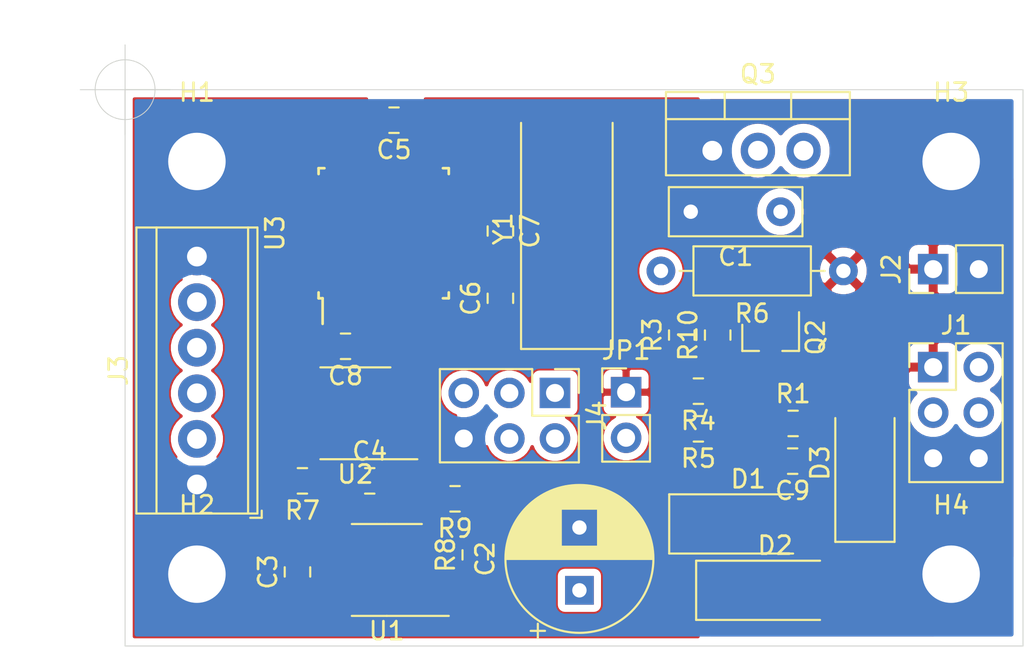
<source format=kicad_pcb>
(kicad_pcb (version 20171130) (host pcbnew 5.1.6+dfsg1-1)

  (general
    (thickness 1.6)
    (drawings 7)
    (tracks 0)
    (zones 0)
    (modules 36)
    (nets 25)
  )

  (page A4)
  (layers
    (0 F.Cu signal)
    (31 B.Cu signal)
    (32 B.Adhes user)
    (33 F.Adhes user)
    (34 B.Paste user)
    (35 F.Paste user)
    (36 B.SilkS user)
    (37 F.SilkS user)
    (38 B.Mask user)
    (39 F.Mask user)
    (40 Dwgs.User user)
    (41 Cmts.User user)
    (42 Eco1.User user)
    (43 Eco2.User user)
    (44 Edge.Cuts user)
    (45 Margin user)
    (46 B.CrtYd user)
    (47 F.CrtYd user)
    (48 B.Fab user hide)
    (49 F.Fab user hide)
  )

  (setup
    (last_trace_width 0.25)
    (trace_clearance 0.2)
    (zone_clearance 0.5)
    (zone_45_only no)
    (trace_min 0.2)
    (via_size 0.8)
    (via_drill 0.4)
    (via_min_size 0.4)
    (via_min_drill 0.3)
    (uvia_size 0.3)
    (uvia_drill 0.1)
    (uvias_allowed no)
    (uvia_min_size 0.2)
    (uvia_min_drill 0.1)
    (edge_width 0.05)
    (segment_width 0.2)
    (pcb_text_width 0.3)
    (pcb_text_size 1.5 1.5)
    (mod_edge_width 0.12)
    (mod_text_size 1 1)
    (mod_text_width 0.15)
    (pad_size 1.524 1.524)
    (pad_drill 0.762)
    (pad_to_mask_clearance 0.05)
    (aux_axis_origin 150 70)
    (grid_origin 150 70)
    (visible_elements FFFFFF7F)
    (pcbplotparams
      (layerselection 0x010fc_ffffffff)
      (usegerberextensions false)
      (usegerberattributes true)
      (usegerberadvancedattributes true)
      (creategerberjobfile true)
      (excludeedgelayer true)
      (linewidth 0.100000)
      (plotframeref false)
      (viasonmask false)
      (mode 1)
      (useauxorigin false)
      (hpglpennumber 1)
      (hpglpenspeed 20)
      (hpglpendiameter 15.000000)
      (psnegative false)
      (psa4output false)
      (plotreference true)
      (plotvalue true)
      (plotinvisibletext false)
      (padsonsilk false)
      (subtractmaskfromsilk false)
      (outputformat 1)
      (mirror false)
      (drillshape 1)
      (scaleselection 1)
      (outputdirectory ""))
  )

  (net 0 "")
  (net 1 "Net-(C1-Pad1)")
  (net 2 GND)
  (net 3 "Net-(C2-Pad1)")
  (net 4 +5V)
  (net 5 "Net-(C6-Pad2)")
  (net 6 "Net-(C7-Pad2)")
  (net 7 LINE)
  (net 8 /STOP1)
  (net 9 /EMPTY1)
  (net 10 /MOTOR2)
  (net 11 /CAN_P)
  (net 12 /CAN_N)
  (net 13 /MISO)
  (net 14 "Net-(J4-Pad2)")
  (net 15 /SCK)
  (net 16 /MOSI)
  (net 17 /~RESET)
  (net 18 /ZERO)
  (net 19 /TRIGGER)
  (net 20 "Net-(Q2-Pad3)")
  (net 21 "Net-(R7-Pad1)")
  (net 22 "Net-(R8-Pad2)")
  (net 23 /RXCAN)
  (net 24 /TXCAN)

  (net_class Default "This is the default net class."
    (clearance 0.2)
    (trace_width 0.25)
    (via_dia 0.8)
    (via_drill 0.4)
    (uvia_dia 0.3)
    (uvia_drill 0.1)
    (add_net +5V)
    (add_net /CAN_N)
    (add_net /CAN_P)
    (add_net /EMPTY1)
    (add_net /MISO)
    (add_net /MOSI)
    (add_net /MOTOR2)
    (add_net /RXCAN)
    (add_net /SCK)
    (add_net /STOP1)
    (add_net /TRIGGER)
    (add_net /TXCAN)
    (add_net /ZERO)
    (add_net /~RESET)
    (add_net GND)
    (add_net LINE)
    (add_net "Net-(C1-Pad1)")
    (add_net "Net-(C2-Pad1)")
    (add_net "Net-(C6-Pad2)")
    (add_net "Net-(C7-Pad2)")
    (add_net "Net-(J4-Pad2)")
    (add_net "Net-(Q2-Pad3)")
    (add_net "Net-(R7-Pad1)")
    (add_net "Net-(R8-Pad2)")
    (add_net "Net-(U1-Pad5)")
    (add_net "Net-(U1-Pad8)")
    (add_net "Net-(U2-Pad5)")
    (add_net "Net-(U3-Pad13)")
    (add_net "Net-(U3-Pad14)")
    (add_net "Net-(U3-Pad15)")
    (add_net "Net-(U3-Pad17)")
    (add_net "Net-(U3-Pad18)")
    (add_net "Net-(U3-Pad21)")
    (add_net "Net-(U3-Pad22)")
    (add_net "Net-(U3-Pad25)")
    (add_net "Net-(U3-Pad26)")
    (add_net "Net-(U3-Pad27)")
    (add_net "Net-(U3-Pad29)")
    (add_net "Net-(U3-Pad3)")
    (add_net "Net-(U3-Pad30)")
    (add_net "Net-(U3-Pad32)")
    (add_net "Net-(U3-Pad8)")
    (add_net "Net-(U3-Pad9)")
  )

  (module Resistor_SMD:R_0805_2012Metric_Pad1.15x1.40mm_HandSolder (layer F.Cu) (tedit 5B36C52B) (tstamp 5F4412C0)
    (at 187.2 88.6)
    (descr "Resistor SMD 0805 (2012 Metric), square (rectangular) end terminal, IPC_7351 nominal with elongated pad for handsoldering. (Body size source: https://docs.google.com/spreadsheets/d/1BsfQQcO9C6DZCsRaXUlFlo91Tg2WpOkGARC1WS5S8t0/edit?usp=sharing), generated with kicad-footprint-generator")
    (tags "resistor handsolder")
    (path /5F33D0A3)
    (attr smd)
    (fp_text reference R1 (at 0 -1.65) (layer F.SilkS)
      (effects (font (size 1 1) (thickness 0.15)))
    )
    (fp_text value 100k (at 0 1.65) (layer F.Fab)
      (effects (font (size 1 1) (thickness 0.15)))
    )
    (fp_text user %R (at 0 0) (layer F.Fab)
      (effects (font (size 0.5 0.5) (thickness 0.08)))
    )
    (fp_line (start -1 0.6) (end -1 -0.6) (layer F.Fab) (width 0.1))
    (fp_line (start -1 -0.6) (end 1 -0.6) (layer F.Fab) (width 0.1))
    (fp_line (start 1 -0.6) (end 1 0.6) (layer F.Fab) (width 0.1))
    (fp_line (start 1 0.6) (end -1 0.6) (layer F.Fab) (width 0.1))
    (fp_line (start -0.261252 -0.71) (end 0.261252 -0.71) (layer F.SilkS) (width 0.12))
    (fp_line (start -0.261252 0.71) (end 0.261252 0.71) (layer F.SilkS) (width 0.12))
    (fp_line (start -1.85 0.95) (end -1.85 -0.95) (layer F.CrtYd) (width 0.05))
    (fp_line (start -1.85 -0.95) (end 1.85 -0.95) (layer F.CrtYd) (width 0.05))
    (fp_line (start 1.85 -0.95) (end 1.85 0.95) (layer F.CrtYd) (width 0.05))
    (fp_line (start 1.85 0.95) (end -1.85 0.95) (layer F.CrtYd) (width 0.05))
    (pad 2 smd roundrect (at 1.025 0) (size 1.15 1.4) (layers F.Cu F.Paste F.Mask) (roundrect_rratio 0.217391)
      (net 18 /ZERO))
    (pad 1 smd roundrect (at -1.025 0) (size 1.15 1.4) (layers F.Cu F.Paste F.Mask) (roundrect_rratio 0.217391)
      (net 7 LINE))
    (model ${KISYS3DMOD}/Resistor_SMD.3dshapes/R_0805_2012Metric.wrl
      (at (xyz 0 0 0))
      (scale (xyz 1 1 1))
      (rotate (xyz 0 0 0))
    )
  )

  (module Diode_SMD:D_SMA_Handsoldering (layer F.Cu) (tedit 58643398) (tstamp 5F4410FF)
    (at 191.2 90.8 90)
    (descr "Diode SMA (DO-214AC) Handsoldering")
    (tags "Diode SMA (DO-214AC) Handsoldering")
    (path /5F332C1A)
    (attr smd)
    (fp_text reference D3 (at 0 -2.5 90) (layer F.SilkS)
      (effects (font (size 1 1) (thickness 0.15)))
    )
    (fp_text value SS14 (at 0 2.6 90) (layer F.Fab)
      (effects (font (size 1 1) (thickness 0.15)))
    )
    (fp_text user %R (at 0 -2.5 90) (layer F.Fab)
      (effects (font (size 1 1) (thickness 0.15)))
    )
    (fp_line (start -4.4 -1.65) (end -4.4 1.65) (layer F.SilkS) (width 0.12))
    (fp_line (start 2.3 1.5) (end -2.3 1.5) (layer F.Fab) (width 0.1))
    (fp_line (start -2.3 1.5) (end -2.3 -1.5) (layer F.Fab) (width 0.1))
    (fp_line (start 2.3 -1.5) (end 2.3 1.5) (layer F.Fab) (width 0.1))
    (fp_line (start 2.3 -1.5) (end -2.3 -1.5) (layer F.Fab) (width 0.1))
    (fp_line (start -4.5 -1.75) (end 4.5 -1.75) (layer F.CrtYd) (width 0.05))
    (fp_line (start 4.5 -1.75) (end 4.5 1.75) (layer F.CrtYd) (width 0.05))
    (fp_line (start 4.5 1.75) (end -4.5 1.75) (layer F.CrtYd) (width 0.05))
    (fp_line (start -4.5 1.75) (end -4.5 -1.75) (layer F.CrtYd) (width 0.05))
    (fp_line (start -0.64944 0.00102) (end -1.55114 0.00102) (layer F.Fab) (width 0.1))
    (fp_line (start 0.50118 0.00102) (end 1.4994 0.00102) (layer F.Fab) (width 0.1))
    (fp_line (start -0.64944 -0.79908) (end -0.64944 0.80112) (layer F.Fab) (width 0.1))
    (fp_line (start 0.50118 0.75032) (end 0.50118 -0.79908) (layer F.Fab) (width 0.1))
    (fp_line (start -0.64944 0.00102) (end 0.50118 0.75032) (layer F.Fab) (width 0.1))
    (fp_line (start -0.64944 0.00102) (end 0.50118 -0.79908) (layer F.Fab) (width 0.1))
    (fp_line (start -4.4 1.65) (end 2.5 1.65) (layer F.SilkS) (width 0.12))
    (fp_line (start -4.4 -1.65) (end 2.5 -1.65) (layer F.SilkS) (width 0.12))
    (pad 2 smd rect (at 2.5 0 90) (size 3.5 1.8) (layers F.Cu F.Paste F.Mask)
      (net 2 GND))
    (pad 1 smd rect (at -2.5 0 90) (size 3.5 1.8) (layers F.Cu F.Paste F.Mask)
      (net 18 /ZERO))
    (model ${KISYS3DMOD}/Diode_SMD.3dshapes/D_SMA.wrl
      (at (xyz 0 0 0))
      (scale (xyz 1 1 1))
      (rotate (xyz 0 0 0))
    )
  )

  (module Diode_SMD:D_SMA_Handsoldering (layer F.Cu) (tedit 58643398) (tstamp 5F4410B9)
    (at 184.7 94.2)
    (descr "Diode SMA (DO-214AC) Handsoldering")
    (tags "Diode SMA (DO-214AC) Handsoldering")
    (path /5F33826D)
    (attr smd)
    (fp_text reference D1 (at 0 -2.5) (layer F.SilkS)
      (effects (font (size 1 1) (thickness 0.15)))
    )
    (fp_text value SS14 (at 0 2.6) (layer F.Fab)
      (effects (font (size 1 1) (thickness 0.15)))
    )
    (fp_text user %R (at 0 -2.5) (layer F.Fab)
      (effects (font (size 1 1) (thickness 0.15)))
    )
    (fp_line (start -4.4 -1.65) (end -4.4 1.65) (layer F.SilkS) (width 0.12))
    (fp_line (start 2.3 1.5) (end -2.3 1.5) (layer F.Fab) (width 0.1))
    (fp_line (start -2.3 1.5) (end -2.3 -1.5) (layer F.Fab) (width 0.1))
    (fp_line (start 2.3 -1.5) (end 2.3 1.5) (layer F.Fab) (width 0.1))
    (fp_line (start 2.3 -1.5) (end -2.3 -1.5) (layer F.Fab) (width 0.1))
    (fp_line (start -4.5 -1.75) (end 4.5 -1.75) (layer F.CrtYd) (width 0.05))
    (fp_line (start 4.5 -1.75) (end 4.5 1.75) (layer F.CrtYd) (width 0.05))
    (fp_line (start 4.5 1.75) (end -4.5 1.75) (layer F.CrtYd) (width 0.05))
    (fp_line (start -4.5 1.75) (end -4.5 -1.75) (layer F.CrtYd) (width 0.05))
    (fp_line (start -0.64944 0.00102) (end -1.55114 0.00102) (layer F.Fab) (width 0.1))
    (fp_line (start 0.50118 0.00102) (end 1.4994 0.00102) (layer F.Fab) (width 0.1))
    (fp_line (start -0.64944 -0.79908) (end -0.64944 0.80112) (layer F.Fab) (width 0.1))
    (fp_line (start 0.50118 0.75032) (end 0.50118 -0.79908) (layer F.Fab) (width 0.1))
    (fp_line (start -0.64944 0.00102) (end 0.50118 0.75032) (layer F.Fab) (width 0.1))
    (fp_line (start -0.64944 0.00102) (end 0.50118 -0.79908) (layer F.Fab) (width 0.1))
    (fp_line (start -4.4 1.65) (end 2.5 1.65) (layer F.SilkS) (width 0.12))
    (fp_line (start -4.4 -1.65) (end 2.5 -1.65) (layer F.SilkS) (width 0.12))
    (pad 2 smd rect (at 2.5 0) (size 3.5 1.8) (layers F.Cu F.Paste F.Mask)
      (net 18 /ZERO))
    (pad 1 smd rect (at -2.5 0) (size 3.5 1.8) (layers F.Cu F.Paste F.Mask)
      (net 4 +5V))
    (model ${KISYS3DMOD}/Diode_SMD.3dshapes/D_SMA.wrl
      (at (xyz 0 0 0))
      (scale (xyz 1 1 1))
      (rotate (xyz 0 0 0))
    )
  )

  (module Capacitor_SMD:C_0805_2012Metric_Pad1.15x1.40mm_HandSolder (layer F.Cu) (tedit 5B36C52B) (tstamp 5F4410A1)
    (at 187.175 90.7 180)
    (descr "Capacitor SMD 0805 (2012 Metric), square (rectangular) end terminal, IPC_7351 nominal with elongated pad for handsoldering. (Body size source: https://docs.google.com/spreadsheets/d/1BsfQQcO9C6DZCsRaXUlFlo91Tg2WpOkGARC1WS5S8t0/edit?usp=sharing), generated with kicad-footprint-generator")
    (tags "capacitor handsolder")
    (path /5F349650)
    (attr smd)
    (fp_text reference C9 (at 0 -1.65) (layer F.SilkS)
      (effects (font (size 1 1) (thickness 0.15)))
    )
    (fp_text value 1n (at 0 1.65) (layer F.Fab)
      (effects (font (size 1 1) (thickness 0.15)))
    )
    (fp_text user %R (at 0 0) (layer F.Fab)
      (effects (font (size 0.5 0.5) (thickness 0.08)))
    )
    (fp_line (start -1 0.6) (end -1 -0.6) (layer F.Fab) (width 0.1))
    (fp_line (start -1 -0.6) (end 1 -0.6) (layer F.Fab) (width 0.1))
    (fp_line (start 1 -0.6) (end 1 0.6) (layer F.Fab) (width 0.1))
    (fp_line (start 1 0.6) (end -1 0.6) (layer F.Fab) (width 0.1))
    (fp_line (start -0.261252 -0.71) (end 0.261252 -0.71) (layer F.SilkS) (width 0.12))
    (fp_line (start -0.261252 0.71) (end 0.261252 0.71) (layer F.SilkS) (width 0.12))
    (fp_line (start -1.85 0.95) (end -1.85 -0.95) (layer F.CrtYd) (width 0.05))
    (fp_line (start -1.85 -0.95) (end 1.85 -0.95) (layer F.CrtYd) (width 0.05))
    (fp_line (start 1.85 -0.95) (end 1.85 0.95) (layer F.CrtYd) (width 0.05))
    (fp_line (start 1.85 0.95) (end -1.85 0.95) (layer F.CrtYd) (width 0.05))
    (pad 2 smd roundrect (at 1.025 0 180) (size 1.15 1.4) (layers F.Cu F.Paste F.Mask) (roundrect_rratio 0.217391)
      (net 2 GND))
    (pad 1 smd roundrect (at -1.025 0 180) (size 1.15 1.4) (layers F.Cu F.Paste F.Mask) (roundrect_rratio 0.217391)
      (net 18 /ZERO))
    (model ${KISYS3DMOD}/Capacitor_SMD.3dshapes/C_0805_2012Metric.wrl
      (at (xyz 0 0 0))
      (scale (xyz 1 1 1))
      (rotate (xyz 0 0 0))
    )
  )

  (module Capacitor_SMD:C_0805_2012Metric_Pad1.15x1.40mm_HandSolder (layer F.Cu) (tedit 5B36C52B) (tstamp 5F2F6A85)
    (at 162.275 84.3 180)
    (descr "Capacitor SMD 0805 (2012 Metric), square (rectangular) end terminal, IPC_7351 nominal with elongated pad for handsoldering. (Body size source: https://docs.google.com/spreadsheets/d/1BsfQQcO9C6DZCsRaXUlFlo91Tg2WpOkGARC1WS5S8t0/edit?usp=sharing), generated with kicad-footprint-generator")
    (tags "capacitor handsolder")
    (path /5F2F6473)
    (attr smd)
    (fp_text reference C8 (at 0 -1.65) (layer F.SilkS)
      (effects (font (size 1 1) (thickness 0.15)))
    )
    (fp_text value 100n (at 0 1.65) (layer F.Fab)
      (effects (font (size 1 1) (thickness 0.15)))
    )
    (fp_line (start 1.85 0.95) (end -1.85 0.95) (layer F.CrtYd) (width 0.05))
    (fp_line (start 1.85 -0.95) (end 1.85 0.95) (layer F.CrtYd) (width 0.05))
    (fp_line (start -1.85 -0.95) (end 1.85 -0.95) (layer F.CrtYd) (width 0.05))
    (fp_line (start -1.85 0.95) (end -1.85 -0.95) (layer F.CrtYd) (width 0.05))
    (fp_line (start -0.261252 0.71) (end 0.261252 0.71) (layer F.SilkS) (width 0.12))
    (fp_line (start -0.261252 -0.71) (end 0.261252 -0.71) (layer F.SilkS) (width 0.12))
    (fp_line (start 1 0.6) (end -1 0.6) (layer F.Fab) (width 0.1))
    (fp_line (start 1 -0.6) (end 1 0.6) (layer F.Fab) (width 0.1))
    (fp_line (start -1 -0.6) (end 1 -0.6) (layer F.Fab) (width 0.1))
    (fp_line (start -1 0.6) (end -1 -0.6) (layer F.Fab) (width 0.1))
    (fp_text user %R (at 0 0) (layer F.Fab)
      (effects (font (size 0.5 0.5) (thickness 0.08)))
    )
    (pad 2 smd roundrect (at 1.025 0 180) (size 1.15 1.4) (layers F.Cu F.Paste F.Mask) (roundrect_rratio 0.217391)
      (net 2 GND))
    (pad 1 smd roundrect (at -1.025 0 180) (size 1.15 1.4) (layers F.Cu F.Paste F.Mask) (roundrect_rratio 0.217391)
      (net 4 +5V))
    (model ${KISYS3DMOD}/Capacitor_SMD.3dshapes/C_0805_2012Metric.wrl
      (at (xyz 0 0 0))
      (scale (xyz 1 1 1))
      (rotate (xyz 0 0 0))
    )
  )

  (module Resistor_THT:R_Axial_DIN0207_L6.3mm_D2.5mm_P10.16mm_Horizontal (layer F.Cu) (tedit 5AE5139B) (tstamp 5F2D8A09)
    (at 190 80.1 180)
    (descr "Resistor, Axial_DIN0207 series, Axial, Horizontal, pin pitch=10.16mm, 0.25W = 1/4W, length*diameter=6.3*2.5mm^2, http://cdn-reichelt.de/documents/datenblatt/B400/1_4W%23YAG.pdf")
    (tags "Resistor Axial_DIN0207 series Axial Horizontal pin pitch 10.16mm 0.25W = 1/4W length 6.3mm diameter 2.5mm")
    (path /5F4550BE)
    (fp_text reference R6 (at 5.08 -2.37) (layer F.SilkS)
      (effects (font (size 1 1) (thickness 0.15)))
    )
    (fp_text value 100 (at 5.08 2.37) (layer F.Fab)
      (effects (font (size 1 1) (thickness 0.15)))
    )
    (fp_line (start 1.93 -1.25) (end 1.93 1.25) (layer F.Fab) (width 0.1))
    (fp_line (start 1.93 1.25) (end 8.23 1.25) (layer F.Fab) (width 0.1))
    (fp_line (start 8.23 1.25) (end 8.23 -1.25) (layer F.Fab) (width 0.1))
    (fp_line (start 8.23 -1.25) (end 1.93 -1.25) (layer F.Fab) (width 0.1))
    (fp_line (start 0 0) (end 1.93 0) (layer F.Fab) (width 0.1))
    (fp_line (start 10.16 0) (end 8.23 0) (layer F.Fab) (width 0.1))
    (fp_line (start 1.81 -1.37) (end 1.81 1.37) (layer F.SilkS) (width 0.12))
    (fp_line (start 1.81 1.37) (end 8.35 1.37) (layer F.SilkS) (width 0.12))
    (fp_line (start 8.35 1.37) (end 8.35 -1.37) (layer F.SilkS) (width 0.12))
    (fp_line (start 8.35 -1.37) (end 1.81 -1.37) (layer F.SilkS) (width 0.12))
    (fp_line (start 1.04 0) (end 1.81 0) (layer F.SilkS) (width 0.12))
    (fp_line (start 9.12 0) (end 8.35 0) (layer F.SilkS) (width 0.12))
    (fp_line (start -1.05 -1.5) (end -1.05 1.5) (layer F.CrtYd) (width 0.05))
    (fp_line (start -1.05 1.5) (end 11.21 1.5) (layer F.CrtYd) (width 0.05))
    (fp_line (start 11.21 1.5) (end 11.21 -1.5) (layer F.CrtYd) (width 0.05))
    (fp_line (start 11.21 -1.5) (end -1.05 -1.5) (layer F.CrtYd) (width 0.05))
    (fp_text user %R (at 5.08 0) (layer F.Fab)
      (effects (font (size 1 1) (thickness 0.15)))
    )
    (pad 2 thru_hole oval (at 10.16 0 180) (size 1.6 1.6) (drill 0.8) (layers *.Cu *.Mask)
      (net 1 "Net-(C1-Pad1)"))
    (pad 1 thru_hole circle (at 0 0 180) (size 1.6 1.6) (drill 0.8) (layers *.Cu *.Mask)
      (net 7 LINE))
    (model ${KISYS3DMOD}/Resistor_THT.3dshapes/R_Axial_DIN0207_L6.3mm_D2.5mm_P10.16mm_Horizontal.wrl
      (at (xyz 0 0 0))
      (scale (xyz 1 1 1))
      (rotate (xyz 0 0 0))
    )
  )

  (module MountingHole:MountingHole_3.2mm_M3_ISO7380_Pad (layer F.Cu) (tedit 56D1B4CB) (tstamp 5F2DA776)
    (at 196 97)
    (descr "Mounting Hole 3.2mm, M3, ISO7380")
    (tags "mounting hole 3.2mm m3 iso7380")
    (path /5F4C4106)
    (attr virtual)
    (fp_text reference H4 (at 0 -3.85) (layer F.SilkS)
      (effects (font (size 1 1) (thickness 0.15)))
    )
    (fp_text value SE (at 0 3.85) (layer F.Fab)
      (effects (font (size 1 1) (thickness 0.15)))
    )
    (fp_circle (center 0 0) (end 3.1 0) (layer F.CrtYd) (width 0.05))
    (fp_circle (center 0 0) (end 2.85 0) (layer Cmts.User) (width 0.15))
    (fp_text user %R (at 0.3 0) (layer F.Fab)
      (effects (font (size 1 1) (thickness 0.15)))
    )
    (pad 1 thru_hole circle (at 0 0) (size 5.7 5.7) (drill 3.2) (layers *.Cu *.Mask)
      (net 2 GND))
  )

  (module MountingHole:MountingHole_3.2mm_M3_ISO7380_Pad (layer F.Cu) (tedit 56D1B4CB) (tstamp 5F2DA76E)
    (at 196 74)
    (descr "Mounting Hole 3.2mm, M3, ISO7380")
    (tags "mounting hole 3.2mm m3 iso7380")
    (path /5F4C3D09)
    (attr virtual)
    (fp_text reference H3 (at 0 -3.85) (layer F.SilkS)
      (effects (font (size 1 1) (thickness 0.15)))
    )
    (fp_text value NE (at 0 3.85) (layer F.Fab)
      (effects (font (size 1 1) (thickness 0.15)))
    )
    (fp_circle (center 0 0) (end 3.1 0) (layer F.CrtYd) (width 0.05))
    (fp_circle (center 0 0) (end 2.85 0) (layer Cmts.User) (width 0.15))
    (fp_text user %R (at 0.3 0) (layer F.Fab)
      (effects (font (size 1 1) (thickness 0.15)))
    )
    (pad 1 thru_hole circle (at 0 0) (size 5.7 5.7) (drill 3.2) (layers *.Cu *.Mask)
      (net 2 GND))
  )

  (module MountingHole:MountingHole_3.2mm_M3_ISO7380_Pad (layer F.Cu) (tedit 56D1B4CB) (tstamp 5F2DA766)
    (at 154 97)
    (descr "Mounting Hole 3.2mm, M3, ISO7380")
    (tags "mounting hole 3.2mm m3 iso7380")
    (path /5F4C39EB)
    (attr virtual)
    (fp_text reference H2 (at 0 -3.85) (layer F.SilkS)
      (effects (font (size 1 1) (thickness 0.15)))
    )
    (fp_text value SW (at 0 3.85) (layer F.Fab)
      (effects (font (size 1 1) (thickness 0.15)))
    )
    (fp_circle (center 0 0) (end 3.1 0) (layer F.CrtYd) (width 0.05))
    (fp_circle (center 0 0) (end 2.85 0) (layer Cmts.User) (width 0.15))
    (fp_text user %R (at 0.3 0) (layer F.Fab)
      (effects (font (size 1 1) (thickness 0.15)))
    )
    (pad 1 thru_hole circle (at 0 0) (size 5.7 5.7) (drill 3.2) (layers *.Cu *.Mask)
      (net 2 GND))
  )

  (module MountingHole:MountingHole_3.2mm_M3_ISO7380_Pad (layer F.Cu) (tedit 56D1B4CB) (tstamp 5F2DA75E)
    (at 154 74)
    (descr "Mounting Hole 3.2mm, M3, ISO7380")
    (tags "mounting hole 3.2mm m3 iso7380")
    (path /5F4C3446)
    (attr virtual)
    (fp_text reference H1 (at 0 -3.85) (layer F.SilkS)
      (effects (font (size 1 1) (thickness 0.15)))
    )
    (fp_text value NW (at 0 3.85) (layer F.Fab)
      (effects (font (size 1 1) (thickness 0.15)))
    )
    (fp_circle (center 0 0) (end 3.1 0) (layer F.CrtYd) (width 0.05))
    (fp_circle (center 0 0) (end 2.85 0) (layer Cmts.User) (width 0.15))
    (fp_text user %R (at 0.3 0) (layer F.Fab)
      (effects (font (size 1 1) (thickness 0.15)))
    )
    (pad 1 thru_hole circle (at 0 0) (size 5.7 5.7) (drill 3.2) (layers *.Cu *.Mask)
      (net 2 GND))
  )

  (module Capacitor_THT:C_Rect_L7.2mm_W2.5mm_P5.00mm_FKS2_FKP2_MKS2_MKP2 (layer F.Cu) (tedit 5AE50EF0) (tstamp 5F2D87A0)
    (at 186.5 76.8 180)
    (descr "C, Rect series, Radial, pin pitch=5.00mm, , length*width=7.2*2.5mm^2, Capacitor, http://www.wima.com/EN/WIMA_FKS_2.pdf")
    (tags "C Rect series Radial pin pitch 5.00mm  length 7.2mm width 2.5mm Capacitor")
    (path /5F4543E3)
    (fp_text reference C1 (at 2.5 -2.5) (layer F.SilkS)
      (effects (font (size 1 1) (thickness 0.15)))
    )
    (fp_text value 220n (at 2.5 2.5) (layer F.Fab)
      (effects (font (size 1 1) (thickness 0.15)))
    )
    (fp_line (start -1.1 -1.25) (end -1.1 1.25) (layer F.Fab) (width 0.1))
    (fp_line (start -1.1 1.25) (end 6.1 1.25) (layer F.Fab) (width 0.1))
    (fp_line (start 6.1 1.25) (end 6.1 -1.25) (layer F.Fab) (width 0.1))
    (fp_line (start 6.1 -1.25) (end -1.1 -1.25) (layer F.Fab) (width 0.1))
    (fp_line (start -1.22 -1.37) (end 6.22 -1.37) (layer F.SilkS) (width 0.12))
    (fp_line (start -1.22 1.37) (end 6.22 1.37) (layer F.SilkS) (width 0.12))
    (fp_line (start -1.22 -1.37) (end -1.22 1.37) (layer F.SilkS) (width 0.12))
    (fp_line (start 6.22 -1.37) (end 6.22 1.37) (layer F.SilkS) (width 0.12))
    (fp_line (start -1.35 -1.5) (end -1.35 1.5) (layer F.CrtYd) (width 0.05))
    (fp_line (start -1.35 1.5) (end 6.35 1.5) (layer F.CrtYd) (width 0.05))
    (fp_line (start 6.35 1.5) (end 6.35 -1.5) (layer F.CrtYd) (width 0.05))
    (fp_line (start 6.35 -1.5) (end -1.35 -1.5) (layer F.CrtYd) (width 0.05))
    (fp_text user %R (at 2.5 0) (layer F.Fab)
      (effects (font (size 1 1) (thickness 0.15)))
    )
    (pad 1 thru_hole circle (at 0 0 180) (size 1.6 1.6) (drill 0.8) (layers *.Cu *.Mask)
      (net 1 "Net-(C1-Pad1)"))
    (pad 2 thru_hole circle (at 5 0 180) (size 1.6 1.6) (drill 0.8) (layers *.Cu *.Mask)
      (net 2 GND))
    (model ${KISYS3DMOD}/Capacitor_THT.3dshapes/C_Rect_L7.2mm_W2.5mm_P5.00mm_FKS2_FKP2_MKS2_MKP2.wrl
      (at (xyz 0 0 0))
      (scale (xyz 1 1 1))
      (rotate (xyz 0 0 0))
    )
  )

  (module Capacitor_THT:CP_Radial_D8.0mm_P3.50mm (layer F.Cu) (tedit 5AE50EF0) (tstamp 5F2D8849)
    (at 175.3 97.9 90)
    (descr "CP, Radial series, Radial, pin pitch=3.50mm, , diameter=8mm, Electrolytic Capacitor")
    (tags "CP Radial series Radial pin pitch 3.50mm  diameter 8mm Electrolytic Capacitor")
    (path /5F4B730F)
    (fp_text reference C2 (at 1.75 -5.25 90) (layer F.SilkS)
      (effects (font (size 1 1) (thickness 0.15)))
    )
    (fp_text value 100u (at 1.75 5.25 90) (layer F.Fab)
      (effects (font (size 1 1) (thickness 0.15)))
    )
    (fp_circle (center 1.75 0) (end 5.75 0) (layer F.Fab) (width 0.1))
    (fp_circle (center 1.75 0) (end 5.87 0) (layer F.SilkS) (width 0.12))
    (fp_circle (center 1.75 0) (end 6 0) (layer F.CrtYd) (width 0.05))
    (fp_line (start -1.676759 -1.7475) (end -0.876759 -1.7475) (layer F.Fab) (width 0.1))
    (fp_line (start -1.276759 -2.1475) (end -1.276759 -1.3475) (layer F.Fab) (width 0.1))
    (fp_line (start 1.75 -4.08) (end 1.75 4.08) (layer F.SilkS) (width 0.12))
    (fp_line (start 1.79 -4.08) (end 1.79 4.08) (layer F.SilkS) (width 0.12))
    (fp_line (start 1.83 -4.08) (end 1.83 4.08) (layer F.SilkS) (width 0.12))
    (fp_line (start 1.87 -4.079) (end 1.87 4.079) (layer F.SilkS) (width 0.12))
    (fp_line (start 1.91 -4.077) (end 1.91 4.077) (layer F.SilkS) (width 0.12))
    (fp_line (start 1.95 -4.076) (end 1.95 4.076) (layer F.SilkS) (width 0.12))
    (fp_line (start 1.99 -4.074) (end 1.99 4.074) (layer F.SilkS) (width 0.12))
    (fp_line (start 2.03 -4.071) (end 2.03 4.071) (layer F.SilkS) (width 0.12))
    (fp_line (start 2.07 -4.068) (end 2.07 4.068) (layer F.SilkS) (width 0.12))
    (fp_line (start 2.11 -4.065) (end 2.11 4.065) (layer F.SilkS) (width 0.12))
    (fp_line (start 2.15 -4.061) (end 2.15 4.061) (layer F.SilkS) (width 0.12))
    (fp_line (start 2.19 -4.057) (end 2.19 4.057) (layer F.SilkS) (width 0.12))
    (fp_line (start 2.23 -4.052) (end 2.23 4.052) (layer F.SilkS) (width 0.12))
    (fp_line (start 2.27 -4.048) (end 2.27 4.048) (layer F.SilkS) (width 0.12))
    (fp_line (start 2.31 -4.042) (end 2.31 4.042) (layer F.SilkS) (width 0.12))
    (fp_line (start 2.35 -4.037) (end 2.35 4.037) (layer F.SilkS) (width 0.12))
    (fp_line (start 2.39 -4.03) (end 2.39 4.03) (layer F.SilkS) (width 0.12))
    (fp_line (start 2.43 -4.024) (end 2.43 4.024) (layer F.SilkS) (width 0.12))
    (fp_line (start 2.471 -4.017) (end 2.471 -1.04) (layer F.SilkS) (width 0.12))
    (fp_line (start 2.471 1.04) (end 2.471 4.017) (layer F.SilkS) (width 0.12))
    (fp_line (start 2.511 -4.01) (end 2.511 -1.04) (layer F.SilkS) (width 0.12))
    (fp_line (start 2.511 1.04) (end 2.511 4.01) (layer F.SilkS) (width 0.12))
    (fp_line (start 2.551 -4.002) (end 2.551 -1.04) (layer F.SilkS) (width 0.12))
    (fp_line (start 2.551 1.04) (end 2.551 4.002) (layer F.SilkS) (width 0.12))
    (fp_line (start 2.591 -3.994) (end 2.591 -1.04) (layer F.SilkS) (width 0.12))
    (fp_line (start 2.591 1.04) (end 2.591 3.994) (layer F.SilkS) (width 0.12))
    (fp_line (start 2.631 -3.985) (end 2.631 -1.04) (layer F.SilkS) (width 0.12))
    (fp_line (start 2.631 1.04) (end 2.631 3.985) (layer F.SilkS) (width 0.12))
    (fp_line (start 2.671 -3.976) (end 2.671 -1.04) (layer F.SilkS) (width 0.12))
    (fp_line (start 2.671 1.04) (end 2.671 3.976) (layer F.SilkS) (width 0.12))
    (fp_line (start 2.711 -3.967) (end 2.711 -1.04) (layer F.SilkS) (width 0.12))
    (fp_line (start 2.711 1.04) (end 2.711 3.967) (layer F.SilkS) (width 0.12))
    (fp_line (start 2.751 -3.957) (end 2.751 -1.04) (layer F.SilkS) (width 0.12))
    (fp_line (start 2.751 1.04) (end 2.751 3.957) (layer F.SilkS) (width 0.12))
    (fp_line (start 2.791 -3.947) (end 2.791 -1.04) (layer F.SilkS) (width 0.12))
    (fp_line (start 2.791 1.04) (end 2.791 3.947) (layer F.SilkS) (width 0.12))
    (fp_line (start 2.831 -3.936) (end 2.831 -1.04) (layer F.SilkS) (width 0.12))
    (fp_line (start 2.831 1.04) (end 2.831 3.936) (layer F.SilkS) (width 0.12))
    (fp_line (start 2.871 -3.925) (end 2.871 -1.04) (layer F.SilkS) (width 0.12))
    (fp_line (start 2.871 1.04) (end 2.871 3.925) (layer F.SilkS) (width 0.12))
    (fp_line (start 2.911 -3.914) (end 2.911 -1.04) (layer F.SilkS) (width 0.12))
    (fp_line (start 2.911 1.04) (end 2.911 3.914) (layer F.SilkS) (width 0.12))
    (fp_line (start 2.951 -3.902) (end 2.951 -1.04) (layer F.SilkS) (width 0.12))
    (fp_line (start 2.951 1.04) (end 2.951 3.902) (layer F.SilkS) (width 0.12))
    (fp_line (start 2.991 -3.889) (end 2.991 -1.04) (layer F.SilkS) (width 0.12))
    (fp_line (start 2.991 1.04) (end 2.991 3.889) (layer F.SilkS) (width 0.12))
    (fp_line (start 3.031 -3.877) (end 3.031 -1.04) (layer F.SilkS) (width 0.12))
    (fp_line (start 3.031 1.04) (end 3.031 3.877) (layer F.SilkS) (width 0.12))
    (fp_line (start 3.071 -3.863) (end 3.071 -1.04) (layer F.SilkS) (width 0.12))
    (fp_line (start 3.071 1.04) (end 3.071 3.863) (layer F.SilkS) (width 0.12))
    (fp_line (start 3.111 -3.85) (end 3.111 -1.04) (layer F.SilkS) (width 0.12))
    (fp_line (start 3.111 1.04) (end 3.111 3.85) (layer F.SilkS) (width 0.12))
    (fp_line (start 3.151 -3.835) (end 3.151 -1.04) (layer F.SilkS) (width 0.12))
    (fp_line (start 3.151 1.04) (end 3.151 3.835) (layer F.SilkS) (width 0.12))
    (fp_line (start 3.191 -3.821) (end 3.191 -1.04) (layer F.SilkS) (width 0.12))
    (fp_line (start 3.191 1.04) (end 3.191 3.821) (layer F.SilkS) (width 0.12))
    (fp_line (start 3.231 -3.805) (end 3.231 -1.04) (layer F.SilkS) (width 0.12))
    (fp_line (start 3.231 1.04) (end 3.231 3.805) (layer F.SilkS) (width 0.12))
    (fp_line (start 3.271 -3.79) (end 3.271 -1.04) (layer F.SilkS) (width 0.12))
    (fp_line (start 3.271 1.04) (end 3.271 3.79) (layer F.SilkS) (width 0.12))
    (fp_line (start 3.311 -3.774) (end 3.311 -1.04) (layer F.SilkS) (width 0.12))
    (fp_line (start 3.311 1.04) (end 3.311 3.774) (layer F.SilkS) (width 0.12))
    (fp_line (start 3.351 -3.757) (end 3.351 -1.04) (layer F.SilkS) (width 0.12))
    (fp_line (start 3.351 1.04) (end 3.351 3.757) (layer F.SilkS) (width 0.12))
    (fp_line (start 3.391 -3.74) (end 3.391 -1.04) (layer F.SilkS) (width 0.12))
    (fp_line (start 3.391 1.04) (end 3.391 3.74) (layer F.SilkS) (width 0.12))
    (fp_line (start 3.431 -3.722) (end 3.431 -1.04) (layer F.SilkS) (width 0.12))
    (fp_line (start 3.431 1.04) (end 3.431 3.722) (layer F.SilkS) (width 0.12))
    (fp_line (start 3.471 -3.704) (end 3.471 -1.04) (layer F.SilkS) (width 0.12))
    (fp_line (start 3.471 1.04) (end 3.471 3.704) (layer F.SilkS) (width 0.12))
    (fp_line (start 3.511 -3.686) (end 3.511 -1.04) (layer F.SilkS) (width 0.12))
    (fp_line (start 3.511 1.04) (end 3.511 3.686) (layer F.SilkS) (width 0.12))
    (fp_line (start 3.551 -3.666) (end 3.551 -1.04) (layer F.SilkS) (width 0.12))
    (fp_line (start 3.551 1.04) (end 3.551 3.666) (layer F.SilkS) (width 0.12))
    (fp_line (start 3.591 -3.647) (end 3.591 -1.04) (layer F.SilkS) (width 0.12))
    (fp_line (start 3.591 1.04) (end 3.591 3.647) (layer F.SilkS) (width 0.12))
    (fp_line (start 3.631 -3.627) (end 3.631 -1.04) (layer F.SilkS) (width 0.12))
    (fp_line (start 3.631 1.04) (end 3.631 3.627) (layer F.SilkS) (width 0.12))
    (fp_line (start 3.671 -3.606) (end 3.671 -1.04) (layer F.SilkS) (width 0.12))
    (fp_line (start 3.671 1.04) (end 3.671 3.606) (layer F.SilkS) (width 0.12))
    (fp_line (start 3.711 -3.584) (end 3.711 -1.04) (layer F.SilkS) (width 0.12))
    (fp_line (start 3.711 1.04) (end 3.711 3.584) (layer F.SilkS) (width 0.12))
    (fp_line (start 3.751 -3.562) (end 3.751 -1.04) (layer F.SilkS) (width 0.12))
    (fp_line (start 3.751 1.04) (end 3.751 3.562) (layer F.SilkS) (width 0.12))
    (fp_line (start 3.791 -3.54) (end 3.791 -1.04) (layer F.SilkS) (width 0.12))
    (fp_line (start 3.791 1.04) (end 3.791 3.54) (layer F.SilkS) (width 0.12))
    (fp_line (start 3.831 -3.517) (end 3.831 -1.04) (layer F.SilkS) (width 0.12))
    (fp_line (start 3.831 1.04) (end 3.831 3.517) (layer F.SilkS) (width 0.12))
    (fp_line (start 3.871 -3.493) (end 3.871 -1.04) (layer F.SilkS) (width 0.12))
    (fp_line (start 3.871 1.04) (end 3.871 3.493) (layer F.SilkS) (width 0.12))
    (fp_line (start 3.911 -3.469) (end 3.911 -1.04) (layer F.SilkS) (width 0.12))
    (fp_line (start 3.911 1.04) (end 3.911 3.469) (layer F.SilkS) (width 0.12))
    (fp_line (start 3.951 -3.444) (end 3.951 -1.04) (layer F.SilkS) (width 0.12))
    (fp_line (start 3.951 1.04) (end 3.951 3.444) (layer F.SilkS) (width 0.12))
    (fp_line (start 3.991 -3.418) (end 3.991 -1.04) (layer F.SilkS) (width 0.12))
    (fp_line (start 3.991 1.04) (end 3.991 3.418) (layer F.SilkS) (width 0.12))
    (fp_line (start 4.031 -3.392) (end 4.031 -1.04) (layer F.SilkS) (width 0.12))
    (fp_line (start 4.031 1.04) (end 4.031 3.392) (layer F.SilkS) (width 0.12))
    (fp_line (start 4.071 -3.365) (end 4.071 -1.04) (layer F.SilkS) (width 0.12))
    (fp_line (start 4.071 1.04) (end 4.071 3.365) (layer F.SilkS) (width 0.12))
    (fp_line (start 4.111 -3.338) (end 4.111 -1.04) (layer F.SilkS) (width 0.12))
    (fp_line (start 4.111 1.04) (end 4.111 3.338) (layer F.SilkS) (width 0.12))
    (fp_line (start 4.151 -3.309) (end 4.151 -1.04) (layer F.SilkS) (width 0.12))
    (fp_line (start 4.151 1.04) (end 4.151 3.309) (layer F.SilkS) (width 0.12))
    (fp_line (start 4.191 -3.28) (end 4.191 -1.04) (layer F.SilkS) (width 0.12))
    (fp_line (start 4.191 1.04) (end 4.191 3.28) (layer F.SilkS) (width 0.12))
    (fp_line (start 4.231 -3.25) (end 4.231 -1.04) (layer F.SilkS) (width 0.12))
    (fp_line (start 4.231 1.04) (end 4.231 3.25) (layer F.SilkS) (width 0.12))
    (fp_line (start 4.271 -3.22) (end 4.271 -1.04) (layer F.SilkS) (width 0.12))
    (fp_line (start 4.271 1.04) (end 4.271 3.22) (layer F.SilkS) (width 0.12))
    (fp_line (start 4.311 -3.189) (end 4.311 -1.04) (layer F.SilkS) (width 0.12))
    (fp_line (start 4.311 1.04) (end 4.311 3.189) (layer F.SilkS) (width 0.12))
    (fp_line (start 4.351 -3.156) (end 4.351 -1.04) (layer F.SilkS) (width 0.12))
    (fp_line (start 4.351 1.04) (end 4.351 3.156) (layer F.SilkS) (width 0.12))
    (fp_line (start 4.391 -3.124) (end 4.391 -1.04) (layer F.SilkS) (width 0.12))
    (fp_line (start 4.391 1.04) (end 4.391 3.124) (layer F.SilkS) (width 0.12))
    (fp_line (start 4.431 -3.09) (end 4.431 -1.04) (layer F.SilkS) (width 0.12))
    (fp_line (start 4.431 1.04) (end 4.431 3.09) (layer F.SilkS) (width 0.12))
    (fp_line (start 4.471 -3.055) (end 4.471 -1.04) (layer F.SilkS) (width 0.12))
    (fp_line (start 4.471 1.04) (end 4.471 3.055) (layer F.SilkS) (width 0.12))
    (fp_line (start 4.511 -3.019) (end 4.511 -1.04) (layer F.SilkS) (width 0.12))
    (fp_line (start 4.511 1.04) (end 4.511 3.019) (layer F.SilkS) (width 0.12))
    (fp_line (start 4.551 -2.983) (end 4.551 2.983) (layer F.SilkS) (width 0.12))
    (fp_line (start 4.591 -2.945) (end 4.591 2.945) (layer F.SilkS) (width 0.12))
    (fp_line (start 4.631 -2.907) (end 4.631 2.907) (layer F.SilkS) (width 0.12))
    (fp_line (start 4.671 -2.867) (end 4.671 2.867) (layer F.SilkS) (width 0.12))
    (fp_line (start 4.711 -2.826) (end 4.711 2.826) (layer F.SilkS) (width 0.12))
    (fp_line (start 4.751 -2.784) (end 4.751 2.784) (layer F.SilkS) (width 0.12))
    (fp_line (start 4.791 -2.741) (end 4.791 2.741) (layer F.SilkS) (width 0.12))
    (fp_line (start 4.831 -2.697) (end 4.831 2.697) (layer F.SilkS) (width 0.12))
    (fp_line (start 4.871 -2.651) (end 4.871 2.651) (layer F.SilkS) (width 0.12))
    (fp_line (start 4.911 -2.604) (end 4.911 2.604) (layer F.SilkS) (width 0.12))
    (fp_line (start 4.951 -2.556) (end 4.951 2.556) (layer F.SilkS) (width 0.12))
    (fp_line (start 4.991 -2.505) (end 4.991 2.505) (layer F.SilkS) (width 0.12))
    (fp_line (start 5.031 -2.454) (end 5.031 2.454) (layer F.SilkS) (width 0.12))
    (fp_line (start 5.071 -2.4) (end 5.071 2.4) (layer F.SilkS) (width 0.12))
    (fp_line (start 5.111 -2.345) (end 5.111 2.345) (layer F.SilkS) (width 0.12))
    (fp_line (start 5.151 -2.287) (end 5.151 2.287) (layer F.SilkS) (width 0.12))
    (fp_line (start 5.191 -2.228) (end 5.191 2.228) (layer F.SilkS) (width 0.12))
    (fp_line (start 5.231 -2.166) (end 5.231 2.166) (layer F.SilkS) (width 0.12))
    (fp_line (start 5.271 -2.102) (end 5.271 2.102) (layer F.SilkS) (width 0.12))
    (fp_line (start 5.311 -2.034) (end 5.311 2.034) (layer F.SilkS) (width 0.12))
    (fp_line (start 5.351 -1.964) (end 5.351 1.964) (layer F.SilkS) (width 0.12))
    (fp_line (start 5.391 -1.89) (end 5.391 1.89) (layer F.SilkS) (width 0.12))
    (fp_line (start 5.431 -1.813) (end 5.431 1.813) (layer F.SilkS) (width 0.12))
    (fp_line (start 5.471 -1.731) (end 5.471 1.731) (layer F.SilkS) (width 0.12))
    (fp_line (start 5.511 -1.645) (end 5.511 1.645) (layer F.SilkS) (width 0.12))
    (fp_line (start 5.551 -1.552) (end 5.551 1.552) (layer F.SilkS) (width 0.12))
    (fp_line (start 5.591 -1.453) (end 5.591 1.453) (layer F.SilkS) (width 0.12))
    (fp_line (start 5.631 -1.346) (end 5.631 1.346) (layer F.SilkS) (width 0.12))
    (fp_line (start 5.671 -1.229) (end 5.671 1.229) (layer F.SilkS) (width 0.12))
    (fp_line (start 5.711 -1.098) (end 5.711 1.098) (layer F.SilkS) (width 0.12))
    (fp_line (start 5.751 -0.948) (end 5.751 0.948) (layer F.SilkS) (width 0.12))
    (fp_line (start 5.791 -0.768) (end 5.791 0.768) (layer F.SilkS) (width 0.12))
    (fp_line (start 5.831 -0.533) (end 5.831 0.533) (layer F.SilkS) (width 0.12))
    (fp_line (start -2.659698 -2.315) (end -1.859698 -2.315) (layer F.SilkS) (width 0.12))
    (fp_line (start -2.259698 -2.715) (end -2.259698 -1.915) (layer F.SilkS) (width 0.12))
    (fp_text user %R (at 1.75 0 90) (layer F.Fab)
      (effects (font (size 1 1) (thickness 0.15)))
    )
    (pad 1 thru_hole rect (at 0 0 90) (size 1.6 1.6) (drill 0.8) (layers *.Cu *.Mask)
      (net 3 "Net-(C2-Pad1)"))
    (pad 2 thru_hole circle (at 3.5 0 90) (size 1.6 1.6) (drill 0.8) (layers *.Cu *.Mask)
      (net 2 GND))
    (model ${KISYS3DMOD}/Capacitor_THT.3dshapes/CP_Radial_D8.0mm_P3.50mm.wrl
      (at (xyz 0 0 0))
      (scale (xyz 1 1 1))
      (rotate (xyz 0 0 0))
    )
  )

  (module Capacitor_SMD:C_0805_2012Metric_Pad1.15x1.40mm_HandSolder (layer F.Cu) (tedit 5B36C52B) (tstamp 5F2D885A)
    (at 159.6 96.875 90)
    (descr "Capacitor SMD 0805 (2012 Metric), square (rectangular) end terminal, IPC_7351 nominal with elongated pad for handsoldering. (Body size source: https://docs.google.com/spreadsheets/d/1BsfQQcO9C6DZCsRaXUlFlo91Tg2WpOkGARC1WS5S8t0/edit?usp=sharing), generated with kicad-footprint-generator")
    (tags "capacitor handsolder")
    (path /5F44C93C)
    (attr smd)
    (fp_text reference C3 (at 0 -1.65 90) (layer F.SilkS)
      (effects (font (size 1 1) (thickness 0.15)))
    )
    (fp_text value 10u (at 0 1.65 90) (layer F.Fab)
      (effects (font (size 1 1) (thickness 0.15)))
    )
    (fp_line (start -1 0.6) (end -1 -0.6) (layer F.Fab) (width 0.1))
    (fp_line (start -1 -0.6) (end 1 -0.6) (layer F.Fab) (width 0.1))
    (fp_line (start 1 -0.6) (end 1 0.6) (layer F.Fab) (width 0.1))
    (fp_line (start 1 0.6) (end -1 0.6) (layer F.Fab) (width 0.1))
    (fp_line (start -0.261252 -0.71) (end 0.261252 -0.71) (layer F.SilkS) (width 0.12))
    (fp_line (start -0.261252 0.71) (end 0.261252 0.71) (layer F.SilkS) (width 0.12))
    (fp_line (start -1.85 0.95) (end -1.85 -0.95) (layer F.CrtYd) (width 0.05))
    (fp_line (start -1.85 -0.95) (end 1.85 -0.95) (layer F.CrtYd) (width 0.05))
    (fp_line (start 1.85 -0.95) (end 1.85 0.95) (layer F.CrtYd) (width 0.05))
    (fp_line (start 1.85 0.95) (end -1.85 0.95) (layer F.CrtYd) (width 0.05))
    (fp_text user %R (at 0 0 90) (layer F.Fab)
      (effects (font (size 0.5 0.5) (thickness 0.08)))
    )
    (pad 1 smd roundrect (at -1.025 0 90) (size 1.15 1.4) (layers F.Cu F.Paste F.Mask) (roundrect_rratio 0.217391)
      (net 4 +5V))
    (pad 2 smd roundrect (at 1.025 0 90) (size 1.15 1.4) (layers F.Cu F.Paste F.Mask) (roundrect_rratio 0.217391)
      (net 2 GND))
    (model ${KISYS3DMOD}/Capacitor_SMD.3dshapes/C_0805_2012Metric.wrl
      (at (xyz 0 0 0))
      (scale (xyz 1 1 1))
      (rotate (xyz 0 0 0))
    )
  )

  (module Capacitor_SMD:C_0805_2012Metric_Pad1.15x1.40mm_HandSolder (layer F.Cu) (tedit 5B36C52B) (tstamp 5F2D886B)
    (at 163.625 91.8)
    (descr "Capacitor SMD 0805 (2012 Metric), square (rectangular) end terminal, IPC_7351 nominal with elongated pad for handsoldering. (Body size source: https://docs.google.com/spreadsheets/d/1BsfQQcO9C6DZCsRaXUlFlo91Tg2WpOkGARC1WS5S8t0/edit?usp=sharing), generated with kicad-footprint-generator")
    (tags "capacitor handsolder")
    (path /5F45DED5)
    (attr smd)
    (fp_text reference C4 (at 0 -1.65) (layer F.SilkS)
      (effects (font (size 1 1) (thickness 0.15)))
    )
    (fp_text value 100n (at 0 1.65) (layer F.Fab)
      (effects (font (size 1 1) (thickness 0.15)))
    )
    (fp_line (start -1 0.6) (end -1 -0.6) (layer F.Fab) (width 0.1))
    (fp_line (start -1 -0.6) (end 1 -0.6) (layer F.Fab) (width 0.1))
    (fp_line (start 1 -0.6) (end 1 0.6) (layer F.Fab) (width 0.1))
    (fp_line (start 1 0.6) (end -1 0.6) (layer F.Fab) (width 0.1))
    (fp_line (start -0.261252 -0.71) (end 0.261252 -0.71) (layer F.SilkS) (width 0.12))
    (fp_line (start -0.261252 0.71) (end 0.261252 0.71) (layer F.SilkS) (width 0.12))
    (fp_line (start -1.85 0.95) (end -1.85 -0.95) (layer F.CrtYd) (width 0.05))
    (fp_line (start -1.85 -0.95) (end 1.85 -0.95) (layer F.CrtYd) (width 0.05))
    (fp_line (start 1.85 -0.95) (end 1.85 0.95) (layer F.CrtYd) (width 0.05))
    (fp_line (start 1.85 0.95) (end -1.85 0.95) (layer F.CrtYd) (width 0.05))
    (fp_text user %R (at 0 0) (layer F.Fab)
      (effects (font (size 0.5 0.5) (thickness 0.08)))
    )
    (pad 1 smd roundrect (at -1.025 0) (size 1.15 1.4) (layers F.Cu F.Paste F.Mask) (roundrect_rratio 0.217391)
      (net 4 +5V))
    (pad 2 smd roundrect (at 1.025 0) (size 1.15 1.4) (layers F.Cu F.Paste F.Mask) (roundrect_rratio 0.217391)
      (net 2 GND))
    (model ${KISYS3DMOD}/Capacitor_SMD.3dshapes/C_0805_2012Metric.wrl
      (at (xyz 0 0 0))
      (scale (xyz 1 1 1))
      (rotate (xyz 0 0 0))
    )
  )

  (module Capacitor_SMD:C_0805_2012Metric_Pad1.15x1.40mm_HandSolder (layer F.Cu) (tedit 5B36C52B) (tstamp 5F2D887C)
    (at 164.975 71.7 180)
    (descr "Capacitor SMD 0805 (2012 Metric), square (rectangular) end terminal, IPC_7351 nominal with elongated pad for handsoldering. (Body size source: https://docs.google.com/spreadsheets/d/1BsfQQcO9C6DZCsRaXUlFlo91Tg2WpOkGARC1WS5S8t0/edit?usp=sharing), generated with kicad-footprint-generator")
    (tags "capacitor handsolder")
    (path /5F45E310)
    (attr smd)
    (fp_text reference C5 (at 0 -1.65) (layer F.SilkS)
      (effects (font (size 1 1) (thickness 0.15)))
    )
    (fp_text value 100n (at 0 1.65) (layer F.Fab)
      (effects (font (size 1 1) (thickness 0.15)))
    )
    (fp_line (start 1.85 0.95) (end -1.85 0.95) (layer F.CrtYd) (width 0.05))
    (fp_line (start 1.85 -0.95) (end 1.85 0.95) (layer F.CrtYd) (width 0.05))
    (fp_line (start -1.85 -0.95) (end 1.85 -0.95) (layer F.CrtYd) (width 0.05))
    (fp_line (start -1.85 0.95) (end -1.85 -0.95) (layer F.CrtYd) (width 0.05))
    (fp_line (start -0.261252 0.71) (end 0.261252 0.71) (layer F.SilkS) (width 0.12))
    (fp_line (start -0.261252 -0.71) (end 0.261252 -0.71) (layer F.SilkS) (width 0.12))
    (fp_line (start 1 0.6) (end -1 0.6) (layer F.Fab) (width 0.1))
    (fp_line (start 1 -0.6) (end 1 0.6) (layer F.Fab) (width 0.1))
    (fp_line (start -1 -0.6) (end 1 -0.6) (layer F.Fab) (width 0.1))
    (fp_line (start -1 0.6) (end -1 -0.6) (layer F.Fab) (width 0.1))
    (fp_text user %R (at 0 0) (layer F.Fab)
      (effects (font (size 0.5 0.5) (thickness 0.08)))
    )
    (pad 2 smd roundrect (at 1.025 0 180) (size 1.15 1.4) (layers F.Cu F.Paste F.Mask) (roundrect_rratio 0.217391)
      (net 2 GND))
    (pad 1 smd roundrect (at -1.025 0 180) (size 1.15 1.4) (layers F.Cu F.Paste F.Mask) (roundrect_rratio 0.217391)
      (net 4 +5V))
    (model ${KISYS3DMOD}/Capacitor_SMD.3dshapes/C_0805_2012Metric.wrl
      (at (xyz 0 0 0))
      (scale (xyz 1 1 1))
      (rotate (xyz 0 0 0))
    )
  )

  (module Capacitor_SMD:C_0805_2012Metric_Pad1.15x1.40mm_HandSolder (layer F.Cu) (tedit 5B36C52B) (tstamp 5F2D888D)
    (at 170.9 81.625 90)
    (descr "Capacitor SMD 0805 (2012 Metric), square (rectangular) end terminal, IPC_7351 nominal with elongated pad for handsoldering. (Body size source: https://docs.google.com/spreadsheets/d/1BsfQQcO9C6DZCsRaXUlFlo91Tg2WpOkGARC1WS5S8t0/edit?usp=sharing), generated with kicad-footprint-generator")
    (tags "capacitor handsolder")
    (path /5F483999)
    (attr smd)
    (fp_text reference C6 (at 0 -1.65 90) (layer F.SilkS)
      (effects (font (size 1 1) (thickness 0.15)))
    )
    (fp_text value 22p (at 0 1.65 90) (layer F.Fab)
      (effects (font (size 1 1) (thickness 0.15)))
    )
    (fp_line (start -1 0.6) (end -1 -0.6) (layer F.Fab) (width 0.1))
    (fp_line (start -1 -0.6) (end 1 -0.6) (layer F.Fab) (width 0.1))
    (fp_line (start 1 -0.6) (end 1 0.6) (layer F.Fab) (width 0.1))
    (fp_line (start 1 0.6) (end -1 0.6) (layer F.Fab) (width 0.1))
    (fp_line (start -0.261252 -0.71) (end 0.261252 -0.71) (layer F.SilkS) (width 0.12))
    (fp_line (start -0.261252 0.71) (end 0.261252 0.71) (layer F.SilkS) (width 0.12))
    (fp_line (start -1.85 0.95) (end -1.85 -0.95) (layer F.CrtYd) (width 0.05))
    (fp_line (start -1.85 -0.95) (end 1.85 -0.95) (layer F.CrtYd) (width 0.05))
    (fp_line (start 1.85 -0.95) (end 1.85 0.95) (layer F.CrtYd) (width 0.05))
    (fp_line (start 1.85 0.95) (end -1.85 0.95) (layer F.CrtYd) (width 0.05))
    (fp_text user %R (at 0 0 90) (layer F.Fab)
      (effects (font (size 0.5 0.5) (thickness 0.08)))
    )
    (pad 1 smd roundrect (at -1.025 0 90) (size 1.15 1.4) (layers F.Cu F.Paste F.Mask) (roundrect_rratio 0.217391)
      (net 2 GND))
    (pad 2 smd roundrect (at 1.025 0 90) (size 1.15 1.4) (layers F.Cu F.Paste F.Mask) (roundrect_rratio 0.217391)
      (net 5 "Net-(C6-Pad2)"))
    (model ${KISYS3DMOD}/Capacitor_SMD.3dshapes/C_0805_2012Metric.wrl
      (at (xyz 0 0 0))
      (scale (xyz 1 1 1))
      (rotate (xyz 0 0 0))
    )
  )

  (module Capacitor_SMD:C_0805_2012Metric_Pad1.15x1.40mm_HandSolder (layer F.Cu) (tedit 5B36C52B) (tstamp 5F2D889E)
    (at 170.9 77.875 270)
    (descr "Capacitor SMD 0805 (2012 Metric), square (rectangular) end terminal, IPC_7351 nominal with elongated pad for handsoldering. (Body size source: https://docs.google.com/spreadsheets/d/1BsfQQcO9C6DZCsRaXUlFlo91Tg2WpOkGARC1WS5S8t0/edit?usp=sharing), generated with kicad-footprint-generator")
    (tags "capacitor handsolder")
    (path /5F483E67)
    (attr smd)
    (fp_text reference C7 (at 0 -1.65 90) (layer F.SilkS)
      (effects (font (size 1 1) (thickness 0.15)))
    )
    (fp_text value 22p (at 0 1.65 90) (layer F.Fab)
      (effects (font (size 1 1) (thickness 0.15)))
    )
    (fp_line (start 1.85 0.95) (end -1.85 0.95) (layer F.CrtYd) (width 0.05))
    (fp_line (start 1.85 -0.95) (end 1.85 0.95) (layer F.CrtYd) (width 0.05))
    (fp_line (start -1.85 -0.95) (end 1.85 -0.95) (layer F.CrtYd) (width 0.05))
    (fp_line (start -1.85 0.95) (end -1.85 -0.95) (layer F.CrtYd) (width 0.05))
    (fp_line (start -0.261252 0.71) (end 0.261252 0.71) (layer F.SilkS) (width 0.12))
    (fp_line (start -0.261252 -0.71) (end 0.261252 -0.71) (layer F.SilkS) (width 0.12))
    (fp_line (start 1 0.6) (end -1 0.6) (layer F.Fab) (width 0.1))
    (fp_line (start 1 -0.6) (end 1 0.6) (layer F.Fab) (width 0.1))
    (fp_line (start -1 -0.6) (end 1 -0.6) (layer F.Fab) (width 0.1))
    (fp_line (start -1 0.6) (end -1 -0.6) (layer F.Fab) (width 0.1))
    (fp_text user %R (at 0 0 90) (layer F.Fab)
      (effects (font (size 0.5 0.5) (thickness 0.08)))
    )
    (pad 2 smd roundrect (at 1.025 0 270) (size 1.15 1.4) (layers F.Cu F.Paste F.Mask) (roundrect_rratio 0.217391)
      (net 6 "Net-(C7-Pad2)"))
    (pad 1 smd roundrect (at -1.025 0 270) (size 1.15 1.4) (layers F.Cu F.Paste F.Mask) (roundrect_rratio 0.217391)
      (net 2 GND))
    (model ${KISYS3DMOD}/Capacitor_SMD.3dshapes/C_0805_2012Metric.wrl
      (at (xyz 0 0 0))
      (scale (xyz 1 1 1))
      (rotate (xyz 0 0 0))
    )
  )

  (module Diode_SMD:D_SMA_Handsoldering (layer F.Cu) (tedit 58643398) (tstamp 5F2D88CE)
    (at 186.2 97.9)
    (descr "Diode SMA (DO-214AC) Handsoldering")
    (tags "Diode SMA (DO-214AC) Handsoldering")
    (path /5F4446B0)
    (attr smd)
    (fp_text reference D2 (at 0 -2.5) (layer F.SilkS)
      (effects (font (size 1 1) (thickness 0.15)))
    )
    (fp_text value SS14 (at 0 2.6) (layer F.Fab)
      (effects (font (size 1 1) (thickness 0.15)))
    )
    (fp_line (start -4.4 -1.65) (end 2.5 -1.65) (layer F.SilkS) (width 0.12))
    (fp_line (start -4.4 1.65) (end 2.5 1.65) (layer F.SilkS) (width 0.12))
    (fp_line (start -0.64944 0.00102) (end 0.50118 -0.79908) (layer F.Fab) (width 0.1))
    (fp_line (start -0.64944 0.00102) (end 0.50118 0.75032) (layer F.Fab) (width 0.1))
    (fp_line (start 0.50118 0.75032) (end 0.50118 -0.79908) (layer F.Fab) (width 0.1))
    (fp_line (start -0.64944 -0.79908) (end -0.64944 0.80112) (layer F.Fab) (width 0.1))
    (fp_line (start 0.50118 0.00102) (end 1.4994 0.00102) (layer F.Fab) (width 0.1))
    (fp_line (start -0.64944 0.00102) (end -1.55114 0.00102) (layer F.Fab) (width 0.1))
    (fp_line (start -4.5 1.75) (end -4.5 -1.75) (layer F.CrtYd) (width 0.05))
    (fp_line (start 4.5 1.75) (end -4.5 1.75) (layer F.CrtYd) (width 0.05))
    (fp_line (start 4.5 -1.75) (end 4.5 1.75) (layer F.CrtYd) (width 0.05))
    (fp_line (start -4.5 -1.75) (end 4.5 -1.75) (layer F.CrtYd) (width 0.05))
    (fp_line (start 2.3 -1.5) (end -2.3 -1.5) (layer F.Fab) (width 0.1))
    (fp_line (start 2.3 -1.5) (end 2.3 1.5) (layer F.Fab) (width 0.1))
    (fp_line (start -2.3 1.5) (end -2.3 -1.5) (layer F.Fab) (width 0.1))
    (fp_line (start 2.3 1.5) (end -2.3 1.5) (layer F.Fab) (width 0.1))
    (fp_line (start -4.4 -1.65) (end -4.4 1.65) (layer F.SilkS) (width 0.12))
    (fp_text user %R (at 0 -2.5) (layer F.Fab)
      (effects (font (size 1 1) (thickness 0.15)))
    )
    (pad 2 smd rect (at 2.5 0) (size 3.5 1.8) (layers F.Cu F.Paste F.Mask)
      (net 7 LINE))
    (pad 1 smd rect (at -2.5 0) (size 3.5 1.8) (layers F.Cu F.Paste F.Mask)
      (net 3 "Net-(C2-Pad1)"))
    (model ${KISYS3DMOD}/Diode_SMD.3dshapes/D_SMA.wrl
      (at (xyz 0 0 0))
      (scale (xyz 1 1 1))
      (rotate (xyz 0 0 0))
    )
  )

  (module Connector_PinHeader_2.54mm:PinHeader_2x03_P2.54mm_Vertical (layer F.Cu) (tedit 59FED5CC) (tstamp 5F2D88EA)
    (at 195 85.46)
    (descr "Through hole straight pin header, 2x03, 2.54mm pitch, double rows")
    (tags "Through hole pin header THT 2x03 2.54mm double row")
    (path /5F43856F)
    (fp_text reference J1 (at 1.27 -2.33) (layer F.SilkS)
      (effects (font (size 1 1) (thickness 0.15)))
    )
    (fp_text value MOTOR (at 1.27 7.41) (layer F.Fab)
      (effects (font (size 1 1) (thickness 0.15)))
    )
    (fp_line (start 4.35 -1.8) (end -1.8 -1.8) (layer F.CrtYd) (width 0.05))
    (fp_line (start 4.35 6.85) (end 4.35 -1.8) (layer F.CrtYd) (width 0.05))
    (fp_line (start -1.8 6.85) (end 4.35 6.85) (layer F.CrtYd) (width 0.05))
    (fp_line (start -1.8 -1.8) (end -1.8 6.85) (layer F.CrtYd) (width 0.05))
    (fp_line (start -1.33 -1.33) (end 0 -1.33) (layer F.SilkS) (width 0.12))
    (fp_line (start -1.33 0) (end -1.33 -1.33) (layer F.SilkS) (width 0.12))
    (fp_line (start 1.27 -1.33) (end 3.87 -1.33) (layer F.SilkS) (width 0.12))
    (fp_line (start 1.27 1.27) (end 1.27 -1.33) (layer F.SilkS) (width 0.12))
    (fp_line (start -1.33 1.27) (end 1.27 1.27) (layer F.SilkS) (width 0.12))
    (fp_line (start 3.87 -1.33) (end 3.87 6.41) (layer F.SilkS) (width 0.12))
    (fp_line (start -1.33 1.27) (end -1.33 6.41) (layer F.SilkS) (width 0.12))
    (fp_line (start -1.33 6.41) (end 3.87 6.41) (layer F.SilkS) (width 0.12))
    (fp_line (start -1.27 0) (end 0 -1.27) (layer F.Fab) (width 0.1))
    (fp_line (start -1.27 6.35) (end -1.27 0) (layer F.Fab) (width 0.1))
    (fp_line (start 3.81 6.35) (end -1.27 6.35) (layer F.Fab) (width 0.1))
    (fp_line (start 3.81 -1.27) (end 3.81 6.35) (layer F.Fab) (width 0.1))
    (fp_line (start 0 -1.27) (end 3.81 -1.27) (layer F.Fab) (width 0.1))
    (fp_text user %R (at 1.27 2.54 90) (layer F.Fab)
      (effects (font (size 1 1) (thickness 0.15)))
    )
    (pad 6 thru_hole oval (at 2.54 5.08) (size 1.7 1.7) (drill 1) (layers *.Cu *.Mask)
      (net 2 GND))
    (pad 5 thru_hole oval (at 0 5.08) (size 1.7 1.7) (drill 1) (layers *.Cu *.Mask)
      (net 2 GND))
    (pad 4 thru_hole oval (at 2.54 2.54) (size 1.7 1.7) (drill 1) (layers *.Cu *.Mask)
      (net 8 /STOP1))
    (pad 3 thru_hole oval (at 0 2.54) (size 1.7 1.7) (drill 1) (layers *.Cu *.Mask)
      (net 9 /EMPTY1))
    (pad 2 thru_hole oval (at 2.54 0) (size 1.7 1.7) (drill 1) (layers *.Cu *.Mask)
      (net 10 /MOTOR2))
    (pad 1 thru_hole rect (at 0 0) (size 1.7 1.7) (drill 1) (layers *.Cu *.Mask)
      (net 7 LINE))
    (model ${KISYS3DMOD}/Connector_PinHeader_2.54mm.3dshapes/PinHeader_2x03_P2.54mm_Vertical.wrl
      (at (xyz 0 0 0))
      (scale (xyz 1 1 1))
      (rotate (xyz 0 0 0))
    )
  )

  (module Connector_PinHeader_2.54mm:PinHeader_1x02_P2.54mm_Vertical (layer F.Cu) (tedit 59FED5CC) (tstamp 5F2D8900)
    (at 195 80 90)
    (descr "Through hole straight pin header, 1x02, 2.54mm pitch, single row")
    (tags "Through hole pin header THT 1x02 2.54mm single row")
    (path /5F43D44F)
    (fp_text reference J2 (at 0 -2.33 90) (layer F.SilkS)
      (effects (font (size 1 1) (thickness 0.15)))
    )
    (fp_text value 28V~~ (at 0 4.87 90) (layer F.Fab)
      (effects (font (size 1 1) (thickness 0.15)))
    )
    (fp_line (start 1.8 -1.8) (end -1.8 -1.8) (layer F.CrtYd) (width 0.05))
    (fp_line (start 1.8 4.35) (end 1.8 -1.8) (layer F.CrtYd) (width 0.05))
    (fp_line (start -1.8 4.35) (end 1.8 4.35) (layer F.CrtYd) (width 0.05))
    (fp_line (start -1.8 -1.8) (end -1.8 4.35) (layer F.CrtYd) (width 0.05))
    (fp_line (start -1.33 -1.33) (end 0 -1.33) (layer F.SilkS) (width 0.12))
    (fp_line (start -1.33 0) (end -1.33 -1.33) (layer F.SilkS) (width 0.12))
    (fp_line (start -1.33 1.27) (end 1.33 1.27) (layer F.SilkS) (width 0.12))
    (fp_line (start 1.33 1.27) (end 1.33 3.87) (layer F.SilkS) (width 0.12))
    (fp_line (start -1.33 1.27) (end -1.33 3.87) (layer F.SilkS) (width 0.12))
    (fp_line (start -1.33 3.87) (end 1.33 3.87) (layer F.SilkS) (width 0.12))
    (fp_line (start -1.27 -0.635) (end -0.635 -1.27) (layer F.Fab) (width 0.1))
    (fp_line (start -1.27 3.81) (end -1.27 -0.635) (layer F.Fab) (width 0.1))
    (fp_line (start 1.27 3.81) (end -1.27 3.81) (layer F.Fab) (width 0.1))
    (fp_line (start 1.27 -1.27) (end 1.27 3.81) (layer F.Fab) (width 0.1))
    (fp_line (start -0.635 -1.27) (end 1.27 -1.27) (layer F.Fab) (width 0.1))
    (fp_text user %R (at 0 1.27) (layer F.Fab)
      (effects (font (size 1 1) (thickness 0.15)))
    )
    (pad 2 thru_hole oval (at 0 2.54 90) (size 1.7 1.7) (drill 1) (layers *.Cu *.Mask)
      (net 2 GND))
    (pad 1 thru_hole rect (at 0 0 90) (size 1.7 1.7) (drill 1) (layers *.Cu *.Mask)
      (net 7 LINE))
    (model ${KISYS3DMOD}/Connector_PinHeader_2.54mm.3dshapes/PinHeader_1x02_P2.54mm_Vertical.wrl
      (at (xyz 0 0 0))
      (scale (xyz 1 1 1))
      (rotate (xyz 0 0 0))
    )
  )

  (module TerminalBlock_TE-Connectivity:TerminalBlock_TE_282834-6_1x06_P2.54mm_Horizontal (layer F.Cu) (tedit 5B1EC513) (tstamp 5F2D8930)
    (at 154 92 90)
    (descr "Terminal Block TE 282834-6, 6 pins, pitch 2.54mm, size 15.7x6.5mm^2, drill diamater 1.1mm, pad diameter 2.1mm, see http://www.te.com/commerce/DocumentDelivery/DDEController?Action=showdoc&DocId=Customer+Drawing%7F282834%7FC1%7Fpdf%7FEnglish%7FENG_CD_282834_C1.pdf, script-generated using https://github.com/pointhi/kicad-footprint-generator/scripts/TerminalBlock_TE-Connectivity")
    (tags "THT Terminal Block TE 282834-6 pitch 2.54mm size 15.7x6.5mm^2 drill 1.1mm pad 2.1mm")
    (path /5F439ED3)
    (fp_text reference J3 (at 6.35 -4.37 90) (layer F.SilkS)
      (effects (font (size 1 1) (thickness 0.15)))
    )
    (fp_text value CAN (at 6.35 4.37 90) (layer F.Fab)
      (effects (font (size 1 1) (thickness 0.15)))
    )
    (fp_circle (center 0 0) (end 1.1 0) (layer F.Fab) (width 0.1))
    (fp_circle (center 2.54 0) (end 3.64 0) (layer F.Fab) (width 0.1))
    (fp_circle (center 5.08 0) (end 6.18 0) (layer F.Fab) (width 0.1))
    (fp_circle (center 7.62 0) (end 8.72 0) (layer F.Fab) (width 0.1))
    (fp_circle (center 10.16 0) (end 11.26 0) (layer F.Fab) (width 0.1))
    (fp_circle (center 12.7 0) (end 13.8 0) (layer F.Fab) (width 0.1))
    (fp_line (start -1.5 -3.25) (end 14.2 -3.25) (layer F.Fab) (width 0.1))
    (fp_line (start 14.2 -3.25) (end 14.2 3.25) (layer F.Fab) (width 0.1))
    (fp_line (start 14.2 3.25) (end -1.1 3.25) (layer F.Fab) (width 0.1))
    (fp_line (start -1.1 3.25) (end -1.5 2.85) (layer F.Fab) (width 0.1))
    (fp_line (start -1.5 2.85) (end -1.5 -3.25) (layer F.Fab) (width 0.1))
    (fp_line (start -1.5 2.85) (end 14.2 2.85) (layer F.Fab) (width 0.1))
    (fp_line (start -1.62 2.85) (end 14.32 2.85) (layer F.SilkS) (width 0.12))
    (fp_line (start -1.5 -2.25) (end 14.2 -2.25) (layer F.Fab) (width 0.1))
    (fp_line (start -1.62 -2.25) (end 14.32 -2.25) (layer F.SilkS) (width 0.12))
    (fp_line (start -1.62 -3.37) (end 14.32 -3.37) (layer F.SilkS) (width 0.12))
    (fp_line (start -1.62 3.37) (end 14.32 3.37) (layer F.SilkS) (width 0.12))
    (fp_line (start -1.62 -3.37) (end -1.62 3.37) (layer F.SilkS) (width 0.12))
    (fp_line (start 14.32 -3.37) (end 14.32 3.37) (layer F.SilkS) (width 0.12))
    (fp_line (start 0.835 -0.7) (end -0.701 0.835) (layer F.Fab) (width 0.1))
    (fp_line (start 0.701 -0.835) (end -0.835 0.7) (layer F.Fab) (width 0.1))
    (fp_line (start 3.375 -0.7) (end 1.84 0.835) (layer F.Fab) (width 0.1))
    (fp_line (start 3.241 -0.835) (end 1.706 0.7) (layer F.Fab) (width 0.1))
    (fp_line (start 5.915 -0.7) (end 4.38 0.835) (layer F.Fab) (width 0.1))
    (fp_line (start 5.781 -0.835) (end 4.246 0.7) (layer F.Fab) (width 0.1))
    (fp_line (start 8.455 -0.7) (end 6.92 0.835) (layer F.Fab) (width 0.1))
    (fp_line (start 8.321 -0.835) (end 6.786 0.7) (layer F.Fab) (width 0.1))
    (fp_line (start 10.995 -0.7) (end 9.46 0.835) (layer F.Fab) (width 0.1))
    (fp_line (start 10.861 -0.835) (end 9.326 0.7) (layer F.Fab) (width 0.1))
    (fp_line (start 13.535 -0.7) (end 12 0.835) (layer F.Fab) (width 0.1))
    (fp_line (start 13.401 -0.835) (end 11.866 0.7) (layer F.Fab) (width 0.1))
    (fp_line (start -1.86 2.97) (end -1.86 3.61) (layer F.SilkS) (width 0.12))
    (fp_line (start -1.86 3.61) (end -1.46 3.61) (layer F.SilkS) (width 0.12))
    (fp_line (start -2 -3.75) (end -2 3.75) (layer F.CrtYd) (width 0.05))
    (fp_line (start -2 3.75) (end 14.7 3.75) (layer F.CrtYd) (width 0.05))
    (fp_line (start 14.7 3.75) (end 14.7 -3.75) (layer F.CrtYd) (width 0.05))
    (fp_line (start 14.7 -3.75) (end -2 -3.75) (layer F.CrtYd) (width 0.05))
    (fp_text user %R (at 6.35 2 90) (layer F.Fab)
      (effects (font (size 1 1) (thickness 0.15)))
    )
    (pad 1 thru_hole rect (at 0 0 90) (size 2.1 2.1) (drill 1.1) (layers *.Cu *.Mask)
      (net 2 GND))
    (pad 2 thru_hole circle (at 2.54 0 90) (size 2.1 2.1) (drill 1.1) (layers *.Cu *.Mask)
      (net 11 /CAN_P))
    (pad 3 thru_hole circle (at 5.08 0 90) (size 2.1 2.1) (drill 1.1) (layers *.Cu *.Mask)
      (net 12 /CAN_N))
    (pad 4 thru_hole circle (at 7.62 0 90) (size 2.1 2.1) (drill 1.1) (layers *.Cu *.Mask)
      (net 12 /CAN_N))
    (pad 5 thru_hole circle (at 10.16 0 90) (size 2.1 2.1) (drill 1.1) (layers *.Cu *.Mask)
      (net 11 /CAN_P))
    (pad 6 thru_hole circle (at 12.7 0 90) (size 2.1 2.1) (drill 1.1) (layers *.Cu *.Mask)
      (net 2 GND))
    (model ${KISYS3DMOD}/TerminalBlock_TE-Connectivity.3dshapes/TerminalBlock_TE_282834-6_1x06_P2.54mm_Horizontal.wrl
      (at (xyz 0 0 0))
      (scale (xyz 1 1 1))
      (rotate (xyz 0 0 0))
    )
  )

  (module Connector_PinHeader_2.54mm:PinHeader_2x03_P2.54mm_Vertical (layer F.Cu) (tedit 59FED5CC) (tstamp 5F2D894C)
    (at 173.94 86.9 270)
    (descr "Through hole straight pin header, 2x03, 2.54mm pitch, double rows")
    (tags "Through hole pin header THT 2x03 2.54mm double row")
    (path /5F47B180)
    (fp_text reference J4 (at 1.27 -2.33 90) (layer F.SilkS)
      (effects (font (size 1 1) (thickness 0.15)))
    )
    (fp_text value AVR-ISP-6 (at 1.27 7.41 90) (layer F.Fab)
      (effects (font (size 1 1) (thickness 0.15)))
    )
    (fp_line (start 0 -1.27) (end 3.81 -1.27) (layer F.Fab) (width 0.1))
    (fp_line (start 3.81 -1.27) (end 3.81 6.35) (layer F.Fab) (width 0.1))
    (fp_line (start 3.81 6.35) (end -1.27 6.35) (layer F.Fab) (width 0.1))
    (fp_line (start -1.27 6.35) (end -1.27 0) (layer F.Fab) (width 0.1))
    (fp_line (start -1.27 0) (end 0 -1.27) (layer F.Fab) (width 0.1))
    (fp_line (start -1.33 6.41) (end 3.87 6.41) (layer F.SilkS) (width 0.12))
    (fp_line (start -1.33 1.27) (end -1.33 6.41) (layer F.SilkS) (width 0.12))
    (fp_line (start 3.87 -1.33) (end 3.87 6.41) (layer F.SilkS) (width 0.12))
    (fp_line (start -1.33 1.27) (end 1.27 1.27) (layer F.SilkS) (width 0.12))
    (fp_line (start 1.27 1.27) (end 1.27 -1.33) (layer F.SilkS) (width 0.12))
    (fp_line (start 1.27 -1.33) (end 3.87 -1.33) (layer F.SilkS) (width 0.12))
    (fp_line (start -1.33 0) (end -1.33 -1.33) (layer F.SilkS) (width 0.12))
    (fp_line (start -1.33 -1.33) (end 0 -1.33) (layer F.SilkS) (width 0.12))
    (fp_line (start -1.8 -1.8) (end -1.8 6.85) (layer F.CrtYd) (width 0.05))
    (fp_line (start -1.8 6.85) (end 4.35 6.85) (layer F.CrtYd) (width 0.05))
    (fp_line (start 4.35 6.85) (end 4.35 -1.8) (layer F.CrtYd) (width 0.05))
    (fp_line (start 4.35 -1.8) (end -1.8 -1.8) (layer F.CrtYd) (width 0.05))
    (fp_text user %R (at 1.27 2.54) (layer F.Fab)
      (effects (font (size 1 1) (thickness 0.15)))
    )
    (pad 1 thru_hole rect (at 0 0 270) (size 1.7 1.7) (drill 1) (layers *.Cu *.Mask)
      (net 13 /MISO))
    (pad 2 thru_hole oval (at 2.54 0 270) (size 1.7 1.7) (drill 1) (layers *.Cu *.Mask)
      (net 14 "Net-(J4-Pad2)"))
    (pad 3 thru_hole oval (at 0 2.54 270) (size 1.7 1.7) (drill 1) (layers *.Cu *.Mask)
      (net 15 /SCK))
    (pad 4 thru_hole oval (at 2.54 2.54 270) (size 1.7 1.7) (drill 1) (layers *.Cu *.Mask)
      (net 16 /MOSI))
    (pad 5 thru_hole oval (at 0 5.08 270) (size 1.7 1.7) (drill 1) (layers *.Cu *.Mask)
      (net 17 /~RESET))
    (pad 6 thru_hole oval (at 2.54 5.08 270) (size 1.7 1.7) (drill 1) (layers *.Cu *.Mask)
      (net 2 GND))
    (model ${KISYS3DMOD}/Connector_PinHeader_2.54mm.3dshapes/PinHeader_2x03_P2.54mm_Vertical.wrl
      (at (xyz 0 0 0))
      (scale (xyz 1 1 1))
      (rotate (xyz 0 0 0))
    )
  )

  (module Connector_PinHeader_2.54mm:PinHeader_1x02_P2.54mm_Vertical (layer F.Cu) (tedit 59FED5CC) (tstamp 5F2D8962)
    (at 177.9 86.86)
    (descr "Through hole straight pin header, 1x02, 2.54mm pitch, single row")
    (tags "Through hole pin header THT 1x02 2.54mm single row")
    (path /5F47DB9E)
    (fp_text reference JP1 (at 0 -2.33) (layer F.SilkS)
      (effects (font (size 1 1) (thickness 0.15)))
    )
    (fp_text value ISPPOWER (at 0 4.87) (layer F.Fab)
      (effects (font (size 1 1) (thickness 0.15)))
    )
    (fp_line (start -0.635 -1.27) (end 1.27 -1.27) (layer F.Fab) (width 0.1))
    (fp_line (start 1.27 -1.27) (end 1.27 3.81) (layer F.Fab) (width 0.1))
    (fp_line (start 1.27 3.81) (end -1.27 3.81) (layer F.Fab) (width 0.1))
    (fp_line (start -1.27 3.81) (end -1.27 -0.635) (layer F.Fab) (width 0.1))
    (fp_line (start -1.27 -0.635) (end -0.635 -1.27) (layer F.Fab) (width 0.1))
    (fp_line (start -1.33 3.87) (end 1.33 3.87) (layer F.SilkS) (width 0.12))
    (fp_line (start -1.33 1.27) (end -1.33 3.87) (layer F.SilkS) (width 0.12))
    (fp_line (start 1.33 1.27) (end 1.33 3.87) (layer F.SilkS) (width 0.12))
    (fp_line (start -1.33 1.27) (end 1.33 1.27) (layer F.SilkS) (width 0.12))
    (fp_line (start -1.33 0) (end -1.33 -1.33) (layer F.SilkS) (width 0.12))
    (fp_line (start -1.33 -1.33) (end 0 -1.33) (layer F.SilkS) (width 0.12))
    (fp_line (start -1.8 -1.8) (end -1.8 4.35) (layer F.CrtYd) (width 0.05))
    (fp_line (start -1.8 4.35) (end 1.8 4.35) (layer F.CrtYd) (width 0.05))
    (fp_line (start 1.8 4.35) (end 1.8 -1.8) (layer F.CrtYd) (width 0.05))
    (fp_line (start 1.8 -1.8) (end -1.8 -1.8) (layer F.CrtYd) (width 0.05))
    (fp_text user %R (at 0 1.27 90) (layer F.Fab)
      (effects (font (size 1 1) (thickness 0.15)))
    )
    (pad 1 thru_hole rect (at 0 0) (size 1.7 1.7) (drill 1) (layers *.Cu *.Mask)
      (net 4 +5V))
    (pad 2 thru_hole oval (at 0 2.54) (size 1.7 1.7) (drill 1) (layers *.Cu *.Mask)
      (net 14 "Net-(J4-Pad2)"))
    (model ${KISYS3DMOD}/Connector_PinHeader_2.54mm.3dshapes/PinHeader_1x02_P2.54mm_Vertical.wrl
      (at (xyz 0 0 0))
      (scale (xyz 1 1 1))
      (rotate (xyz 0 0 0))
    )
  )

  (module Package_TO_SOT_SMD:SOT-23 (layer F.Cu) (tedit 5A02FF57) (tstamp 5F2D8989)
    (at 185.95 83.8 270)
    (descr "SOT-23, Standard")
    (tags SOT-23)
    (path /5F46B2F8)
    (attr smd)
    (fp_text reference Q2 (at 0 -2.5 90) (layer F.SilkS)
      (effects (font (size 1 1) (thickness 0.15)))
    )
    (fp_text value 2N7002 (at 0 2.5 90) (layer F.Fab)
      (effects (font (size 1 1) (thickness 0.15)))
    )
    (fp_line (start -0.7 -0.95) (end -0.7 1.5) (layer F.Fab) (width 0.1))
    (fp_line (start -0.15 -1.52) (end 0.7 -1.52) (layer F.Fab) (width 0.1))
    (fp_line (start -0.7 -0.95) (end -0.15 -1.52) (layer F.Fab) (width 0.1))
    (fp_line (start 0.7 -1.52) (end 0.7 1.52) (layer F.Fab) (width 0.1))
    (fp_line (start -0.7 1.52) (end 0.7 1.52) (layer F.Fab) (width 0.1))
    (fp_line (start 0.76 1.58) (end 0.76 0.65) (layer F.SilkS) (width 0.12))
    (fp_line (start 0.76 -1.58) (end 0.76 -0.65) (layer F.SilkS) (width 0.12))
    (fp_line (start -1.7 -1.75) (end 1.7 -1.75) (layer F.CrtYd) (width 0.05))
    (fp_line (start 1.7 -1.75) (end 1.7 1.75) (layer F.CrtYd) (width 0.05))
    (fp_line (start 1.7 1.75) (end -1.7 1.75) (layer F.CrtYd) (width 0.05))
    (fp_line (start -1.7 1.75) (end -1.7 -1.75) (layer F.CrtYd) (width 0.05))
    (fp_line (start 0.76 -1.58) (end -1.4 -1.58) (layer F.SilkS) (width 0.12))
    (fp_line (start 0.76 1.58) (end -0.7 1.58) (layer F.SilkS) (width 0.12))
    (fp_text user %R (at 0 0) (layer F.Fab)
      (effects (font (size 0.5 0.5) (thickness 0.075)))
    )
    (pad 1 smd rect (at -1 -0.95 270) (size 0.9 0.8) (layers F.Cu F.Paste F.Mask)
      (net 19 /TRIGGER))
    (pad 2 smd rect (at -1 0.95 270) (size 0.9 0.8) (layers F.Cu F.Paste F.Mask)
      (net 2 GND))
    (pad 3 smd rect (at 1 0 270) (size 0.9 0.8) (layers F.Cu F.Paste F.Mask)
      (net 20 "Net-(Q2-Pad3)"))
    (model ${KISYS3DMOD}/Package_TO_SOT_SMD.3dshapes/SOT-23.wrl
      (at (xyz 0 0 0))
      (scale (xyz 1 1 1))
      (rotate (xyz 0 0 0))
    )
  )

  (module Package_TO_SOT_THT:TO-220-3_Vertical (layer F.Cu) (tedit 5AC8BA0D) (tstamp 5F2D89A3)
    (at 182.7 73.4)
    (descr "TO-220-3, Vertical, RM 2.54mm, see https://www.vishay.com/docs/66542/to-220-1.pdf")
    (tags "TO-220-3 Vertical RM 2.54mm")
    (path /5F45686E)
    (fp_text reference Q3 (at 2.54 -4.27) (layer F.SilkS)
      (effects (font (size 1 1) (thickness 0.15)))
    )
    (fp_text value BTA06-600TW (at 2.54 2.5) (layer F.Fab)
      (effects (font (size 1 1) (thickness 0.15)))
    )
    (fp_line (start -2.46 -3.15) (end -2.46 1.25) (layer F.Fab) (width 0.1))
    (fp_line (start -2.46 1.25) (end 7.54 1.25) (layer F.Fab) (width 0.1))
    (fp_line (start 7.54 1.25) (end 7.54 -3.15) (layer F.Fab) (width 0.1))
    (fp_line (start 7.54 -3.15) (end -2.46 -3.15) (layer F.Fab) (width 0.1))
    (fp_line (start -2.46 -1.88) (end 7.54 -1.88) (layer F.Fab) (width 0.1))
    (fp_line (start 0.69 -3.15) (end 0.69 -1.88) (layer F.Fab) (width 0.1))
    (fp_line (start 4.39 -3.15) (end 4.39 -1.88) (layer F.Fab) (width 0.1))
    (fp_line (start -2.58 -3.27) (end 7.66 -3.27) (layer F.SilkS) (width 0.12))
    (fp_line (start -2.58 1.371) (end 7.66 1.371) (layer F.SilkS) (width 0.12))
    (fp_line (start -2.58 -3.27) (end -2.58 1.371) (layer F.SilkS) (width 0.12))
    (fp_line (start 7.66 -3.27) (end 7.66 1.371) (layer F.SilkS) (width 0.12))
    (fp_line (start -2.58 -1.76) (end 7.66 -1.76) (layer F.SilkS) (width 0.12))
    (fp_line (start 0.69 -3.27) (end 0.69 -1.76) (layer F.SilkS) (width 0.12))
    (fp_line (start 4.391 -3.27) (end 4.391 -1.76) (layer F.SilkS) (width 0.12))
    (fp_line (start -2.71 -3.4) (end -2.71 1.51) (layer F.CrtYd) (width 0.05))
    (fp_line (start -2.71 1.51) (end 7.79 1.51) (layer F.CrtYd) (width 0.05))
    (fp_line (start 7.79 1.51) (end 7.79 -3.4) (layer F.CrtYd) (width 0.05))
    (fp_line (start 7.79 -3.4) (end -2.71 -3.4) (layer F.CrtYd) (width 0.05))
    (fp_text user %R (at 2.54 -4.27) (layer F.Fab)
      (effects (font (size 1 1) (thickness 0.15)))
    )
    (pad 1 thru_hole rect (at 0 0) (size 1.905 2) (drill 1.1) (layers *.Cu *.Mask)
      (net 2 GND))
    (pad 2 thru_hole oval (at 2.54 0) (size 1.905 2) (drill 1.1) (layers *.Cu *.Mask)
      (net 10 /MOTOR2))
    (pad 3 thru_hole oval (at 5.08 0) (size 1.905 2) (drill 1.1) (layers *.Cu *.Mask)
      (net 20 "Net-(Q2-Pad3)"))
    (model ${KISYS3DMOD}/Package_TO_SOT_THT.3dshapes/TO-220-3_Vertical.wrl
      (at (xyz 0 0 0))
      (scale (xyz 1 1 1))
      (rotate (xyz 0 0 0))
    )
  )

  (module Resistor_SMD:R_0805_2012Metric_Pad1.15x1.40mm_HandSolder (layer F.Cu) (tedit 5B36C52B) (tstamp 5F2D89D6)
    (at 181 83.675 90)
    (descr "Resistor SMD 0805 (2012 Metric), square (rectangular) end terminal, IPC_7351 nominal with elongated pad for handsoldering. (Body size source: https://docs.google.com/spreadsheets/d/1BsfQQcO9C6DZCsRaXUlFlo91Tg2WpOkGARC1WS5S8t0/edit?usp=sharing), generated with kicad-footprint-generator")
    (tags "resistor handsolder")
    (path /5F45B10F)
    (attr smd)
    (fp_text reference R3 (at 0 -1.65 90) (layer F.SilkS)
      (effects (font (size 1 1) (thickness 0.15)))
    )
    (fp_text value 510 (at 0 1.65 90) (layer F.Fab)
      (effects (font (size 1 1) (thickness 0.15)))
    )
    (fp_line (start -1 0.6) (end -1 -0.6) (layer F.Fab) (width 0.1))
    (fp_line (start -1 -0.6) (end 1 -0.6) (layer F.Fab) (width 0.1))
    (fp_line (start 1 -0.6) (end 1 0.6) (layer F.Fab) (width 0.1))
    (fp_line (start 1 0.6) (end -1 0.6) (layer F.Fab) (width 0.1))
    (fp_line (start -0.261252 -0.71) (end 0.261252 -0.71) (layer F.SilkS) (width 0.12))
    (fp_line (start -0.261252 0.71) (end 0.261252 0.71) (layer F.SilkS) (width 0.12))
    (fp_line (start -1.85 0.95) (end -1.85 -0.95) (layer F.CrtYd) (width 0.05))
    (fp_line (start -1.85 -0.95) (end 1.85 -0.95) (layer F.CrtYd) (width 0.05))
    (fp_line (start 1.85 -0.95) (end 1.85 0.95) (layer F.CrtYd) (width 0.05))
    (fp_line (start 1.85 0.95) (end -1.85 0.95) (layer F.CrtYd) (width 0.05))
    (fp_text user %R (at 0 0 90) (layer F.Fab)
      (effects (font (size 0.5 0.5) (thickness 0.08)))
    )
    (pad 1 smd roundrect (at -1.025 0 90) (size 1.15 1.4) (layers F.Cu F.Paste F.Mask) (roundrect_rratio 0.217391)
      (net 20 "Net-(Q2-Pad3)"))
    (pad 2 smd roundrect (at 1.025 0 90) (size 1.15 1.4) (layers F.Cu F.Paste F.Mask) (roundrect_rratio 0.217391)
      (net 4 +5V))
    (model ${KISYS3DMOD}/Resistor_SMD.3dshapes/R_0805_2012Metric.wrl
      (at (xyz 0 0 0))
      (scale (xyz 1 1 1))
      (rotate (xyz 0 0 0))
    )
  )

  (module Resistor_SMD:R_0805_2012Metric_Pad1.15x1.40mm_HandSolder (layer F.Cu) (tedit 5B36C52B) (tstamp 5F2D89E7)
    (at 181.925 86.8 180)
    (descr "Resistor SMD 0805 (2012 Metric), square (rectangular) end terminal, IPC_7351 nominal with elongated pad for handsoldering. (Body size source: https://docs.google.com/spreadsheets/d/1BsfQQcO9C6DZCsRaXUlFlo91Tg2WpOkGARC1WS5S8t0/edit?usp=sharing), generated with kicad-footprint-generator")
    (tags "resistor handsolder")
    (path /5F460580)
    (attr smd)
    (fp_text reference R4 (at 0 -1.65) (layer F.SilkS)
      (effects (font (size 1 1) (thickness 0.15)))
    )
    (fp_text value 1k (at 0 1.65) (layer F.Fab)
      (effects (font (size 1 1) (thickness 0.15)))
    )
    (fp_line (start 1.85 0.95) (end -1.85 0.95) (layer F.CrtYd) (width 0.05))
    (fp_line (start 1.85 -0.95) (end 1.85 0.95) (layer F.CrtYd) (width 0.05))
    (fp_line (start -1.85 -0.95) (end 1.85 -0.95) (layer F.CrtYd) (width 0.05))
    (fp_line (start -1.85 0.95) (end -1.85 -0.95) (layer F.CrtYd) (width 0.05))
    (fp_line (start -0.261252 0.71) (end 0.261252 0.71) (layer F.SilkS) (width 0.12))
    (fp_line (start -0.261252 -0.71) (end 0.261252 -0.71) (layer F.SilkS) (width 0.12))
    (fp_line (start 1 0.6) (end -1 0.6) (layer F.Fab) (width 0.1))
    (fp_line (start 1 -0.6) (end 1 0.6) (layer F.Fab) (width 0.1))
    (fp_line (start -1 -0.6) (end 1 -0.6) (layer F.Fab) (width 0.1))
    (fp_line (start -1 0.6) (end -1 -0.6) (layer F.Fab) (width 0.1))
    (fp_text user %R (at 0 0) (layer F.Fab)
      (effects (font (size 0.5 0.5) (thickness 0.08)))
    )
    (pad 2 smd roundrect (at 1.025 0 180) (size 1.15 1.4) (layers F.Cu F.Paste F.Mask) (roundrect_rratio 0.217391)
      (net 4 +5V))
    (pad 1 smd roundrect (at -1.025 0 180) (size 1.15 1.4) (layers F.Cu F.Paste F.Mask) (roundrect_rratio 0.217391)
      (net 9 /EMPTY1))
    (model ${KISYS3DMOD}/Resistor_SMD.3dshapes/R_0805_2012Metric.wrl
      (at (xyz 0 0 0))
      (scale (xyz 1 1 1))
      (rotate (xyz 0 0 0))
    )
  )

  (module Resistor_SMD:R_0805_2012Metric_Pad1.15x1.40mm_HandSolder (layer F.Cu) (tedit 5B36C52B) (tstamp 5F2D89F8)
    (at 181.925 88.9 180)
    (descr "Resistor SMD 0805 (2012 Metric), square (rectangular) end terminal, IPC_7351 nominal with elongated pad for handsoldering. (Body size source: https://docs.google.com/spreadsheets/d/1BsfQQcO9C6DZCsRaXUlFlo91Tg2WpOkGARC1WS5S8t0/edit?usp=sharing), generated with kicad-footprint-generator")
    (tags "resistor handsolder")
    (path /5F460C29)
    (attr smd)
    (fp_text reference R5 (at 0 -1.65) (layer F.SilkS)
      (effects (font (size 1 1) (thickness 0.15)))
    )
    (fp_text value 1k (at 0 1.65) (layer F.Fab)
      (effects (font (size 1 1) (thickness 0.15)))
    )
    (fp_line (start -1 0.6) (end -1 -0.6) (layer F.Fab) (width 0.1))
    (fp_line (start -1 -0.6) (end 1 -0.6) (layer F.Fab) (width 0.1))
    (fp_line (start 1 -0.6) (end 1 0.6) (layer F.Fab) (width 0.1))
    (fp_line (start 1 0.6) (end -1 0.6) (layer F.Fab) (width 0.1))
    (fp_line (start -0.261252 -0.71) (end 0.261252 -0.71) (layer F.SilkS) (width 0.12))
    (fp_line (start -0.261252 0.71) (end 0.261252 0.71) (layer F.SilkS) (width 0.12))
    (fp_line (start -1.85 0.95) (end -1.85 -0.95) (layer F.CrtYd) (width 0.05))
    (fp_line (start -1.85 -0.95) (end 1.85 -0.95) (layer F.CrtYd) (width 0.05))
    (fp_line (start 1.85 -0.95) (end 1.85 0.95) (layer F.CrtYd) (width 0.05))
    (fp_line (start 1.85 0.95) (end -1.85 0.95) (layer F.CrtYd) (width 0.05))
    (fp_text user %R (at 0 0) (layer F.Fab)
      (effects (font (size 0.5 0.5) (thickness 0.08)))
    )
    (pad 1 smd roundrect (at -1.025 0 180) (size 1.15 1.4) (layers F.Cu F.Paste F.Mask) (roundrect_rratio 0.217391)
      (net 8 /STOP1))
    (pad 2 smd roundrect (at 1.025 0 180) (size 1.15 1.4) (layers F.Cu F.Paste F.Mask) (roundrect_rratio 0.217391)
      (net 4 +5V))
    (model ${KISYS3DMOD}/Resistor_SMD.3dshapes/R_0805_2012Metric.wrl
      (at (xyz 0 0 0))
      (scale (xyz 1 1 1))
      (rotate (xyz 0 0 0))
    )
  )

  (module Resistor_SMD:R_0805_2012Metric_Pad1.15x1.40mm_HandSolder (layer F.Cu) (tedit 5B36C52B) (tstamp 5F2D8A1A)
    (at 159.875 91.8 180)
    (descr "Resistor SMD 0805 (2012 Metric), square (rectangular) end terminal, IPC_7351 nominal with elongated pad for handsoldering. (Body size source: https://docs.google.com/spreadsheets/d/1BsfQQcO9C6DZCsRaXUlFlo91Tg2WpOkGARC1WS5S8t0/edit?usp=sharing), generated with kicad-footprint-generator")
    (tags "resistor handsolder")
    (path /5F45C480)
    (attr smd)
    (fp_text reference R7 (at 0 -1.65) (layer F.SilkS)
      (effects (font (size 1 1) (thickness 0.15)))
    )
    (fp_text value 0 (at 0 1.65) (layer F.Fab)
      (effects (font (size 1 1) (thickness 0.15)))
    )
    (fp_line (start 1.85 0.95) (end -1.85 0.95) (layer F.CrtYd) (width 0.05))
    (fp_line (start 1.85 -0.95) (end 1.85 0.95) (layer F.CrtYd) (width 0.05))
    (fp_line (start -1.85 -0.95) (end 1.85 -0.95) (layer F.CrtYd) (width 0.05))
    (fp_line (start -1.85 0.95) (end -1.85 -0.95) (layer F.CrtYd) (width 0.05))
    (fp_line (start -0.261252 0.71) (end 0.261252 0.71) (layer F.SilkS) (width 0.12))
    (fp_line (start -0.261252 -0.71) (end 0.261252 -0.71) (layer F.SilkS) (width 0.12))
    (fp_line (start 1 0.6) (end -1 0.6) (layer F.Fab) (width 0.1))
    (fp_line (start 1 -0.6) (end 1 0.6) (layer F.Fab) (width 0.1))
    (fp_line (start -1 -0.6) (end 1 -0.6) (layer F.Fab) (width 0.1))
    (fp_line (start -1 0.6) (end -1 -0.6) (layer F.Fab) (width 0.1))
    (fp_text user %R (at 0 0) (layer F.Fab)
      (effects (font (size 0.5 0.5) (thickness 0.08)))
    )
    (pad 2 smd roundrect (at 1.025 0 180) (size 1.15 1.4) (layers F.Cu F.Paste F.Mask) (roundrect_rratio 0.217391)
      (net 2 GND))
    (pad 1 smd roundrect (at -1.025 0 180) (size 1.15 1.4) (layers F.Cu F.Paste F.Mask) (roundrect_rratio 0.217391)
      (net 21 "Net-(R7-Pad1)"))
    (model ${KISYS3DMOD}/Resistor_SMD.3dshapes/R_0805_2012Metric.wrl
      (at (xyz 0 0 0))
      (scale (xyz 1 1 1))
      (rotate (xyz 0 0 0))
    )
  )

  (module Resistor_SMD:R_0805_2012Metric_Pad1.15x1.40mm_HandSolder (layer F.Cu) (tedit 5B36C52B) (tstamp 5F2D8A2B)
    (at 169.5 95.925 90)
    (descr "Resistor SMD 0805 (2012 Metric), square (rectangular) end terminal, IPC_7351 nominal with elongated pad for handsoldering. (Body size source: https://docs.google.com/spreadsheets/d/1BsfQQcO9C6DZCsRaXUlFlo91Tg2WpOkGARC1WS5S8t0/edit?usp=sharing), generated with kicad-footprint-generator")
    (tags "resistor handsolder")
    (path /5F44D74D)
    (attr smd)
    (fp_text reference R8 (at 0 -1.65 90) (layer F.SilkS)
      (effects (font (size 1 1) (thickness 0.15)))
    )
    (fp_text value 510 (at 0 1.65 90) (layer F.Fab)
      (effects (font (size 1 1) (thickness 0.15)))
    )
    (fp_line (start 1.85 0.95) (end -1.85 0.95) (layer F.CrtYd) (width 0.05))
    (fp_line (start 1.85 -0.95) (end 1.85 0.95) (layer F.CrtYd) (width 0.05))
    (fp_line (start -1.85 -0.95) (end 1.85 -0.95) (layer F.CrtYd) (width 0.05))
    (fp_line (start -1.85 0.95) (end -1.85 -0.95) (layer F.CrtYd) (width 0.05))
    (fp_line (start -0.261252 0.71) (end 0.261252 0.71) (layer F.SilkS) (width 0.12))
    (fp_line (start -0.261252 -0.71) (end 0.261252 -0.71) (layer F.SilkS) (width 0.12))
    (fp_line (start 1 0.6) (end -1 0.6) (layer F.Fab) (width 0.1))
    (fp_line (start 1 -0.6) (end 1 0.6) (layer F.Fab) (width 0.1))
    (fp_line (start -1 -0.6) (end 1 -0.6) (layer F.Fab) (width 0.1))
    (fp_line (start -1 0.6) (end -1 -0.6) (layer F.Fab) (width 0.1))
    (fp_text user %R (at 0 0 90) (layer F.Fab)
      (effects (font (size 0.5 0.5) (thickness 0.08)))
    )
    (pad 2 smd roundrect (at 1.025 0 90) (size 1.15 1.4) (layers F.Cu F.Paste F.Mask) (roundrect_rratio 0.217391)
      (net 22 "Net-(R8-Pad2)"))
    (pad 1 smd roundrect (at -1.025 0 90) (size 1.15 1.4) (layers F.Cu F.Paste F.Mask) (roundrect_rratio 0.217391)
      (net 4 +5V))
    (model ${KISYS3DMOD}/Resistor_SMD.3dshapes/R_0805_2012Metric.wrl
      (at (xyz 0 0 0))
      (scale (xyz 1 1 1))
      (rotate (xyz 0 0 0))
    )
  )

  (module Resistor_SMD:R_0805_2012Metric_Pad1.15x1.40mm_HandSolder (layer F.Cu) (tedit 5B36C52B) (tstamp 5F2D8A3C)
    (at 168.375 92.8 180)
    (descr "Resistor SMD 0805 (2012 Metric), square (rectangular) end terminal, IPC_7351 nominal with elongated pad for handsoldering. (Body size source: https://docs.google.com/spreadsheets/d/1BsfQQcO9C6DZCsRaXUlFlo91Tg2WpOkGARC1WS5S8t0/edit?usp=sharing), generated with kicad-footprint-generator")
    (tags "resistor handsolder")
    (path /5F44E131)
    (attr smd)
    (fp_text reference R9 (at 0 -1.65) (layer F.SilkS)
      (effects (font (size 1 1) (thickness 0.15)))
    )
    (fp_text value 1k5 (at 0 1.65) (layer F.Fab)
      (effects (font (size 1 1) (thickness 0.15)))
    )
    (fp_line (start -1 0.6) (end -1 -0.6) (layer F.Fab) (width 0.1))
    (fp_line (start -1 -0.6) (end 1 -0.6) (layer F.Fab) (width 0.1))
    (fp_line (start 1 -0.6) (end 1 0.6) (layer F.Fab) (width 0.1))
    (fp_line (start 1 0.6) (end -1 0.6) (layer F.Fab) (width 0.1))
    (fp_line (start -0.261252 -0.71) (end 0.261252 -0.71) (layer F.SilkS) (width 0.12))
    (fp_line (start -0.261252 0.71) (end 0.261252 0.71) (layer F.SilkS) (width 0.12))
    (fp_line (start -1.85 0.95) (end -1.85 -0.95) (layer F.CrtYd) (width 0.05))
    (fp_line (start -1.85 -0.95) (end 1.85 -0.95) (layer F.CrtYd) (width 0.05))
    (fp_line (start 1.85 -0.95) (end 1.85 0.95) (layer F.CrtYd) (width 0.05))
    (fp_line (start 1.85 0.95) (end -1.85 0.95) (layer F.CrtYd) (width 0.05))
    (fp_text user %R (at 0 0) (layer F.Fab)
      (effects (font (size 0.5 0.5) (thickness 0.08)))
    )
    (pad 1 smd roundrect (at -1.025 0 180) (size 1.15 1.4) (layers F.Cu F.Paste F.Mask) (roundrect_rratio 0.217391)
      (net 22 "Net-(R8-Pad2)"))
    (pad 2 smd roundrect (at 1.025 0 180) (size 1.15 1.4) (layers F.Cu F.Paste F.Mask) (roundrect_rratio 0.217391)
      (net 2 GND))
    (model ${KISYS3DMOD}/Resistor_SMD.3dshapes/R_0805_2012Metric.wrl
      (at (xyz 0 0 0))
      (scale (xyz 1 1 1))
      (rotate (xyz 0 0 0))
    )
  )

  (module Resistor_SMD:R_0805_2012Metric_Pad1.15x1.40mm_HandSolder (layer F.Cu) (tedit 5B36C52B) (tstamp 5F2D8A4D)
    (at 183 83.675 90)
    (descr "Resistor SMD 0805 (2012 Metric), square (rectangular) end terminal, IPC_7351 nominal with elongated pad for handsoldering. (Body size source: https://docs.google.com/spreadsheets/d/1BsfQQcO9C6DZCsRaXUlFlo91Tg2WpOkGARC1WS5S8t0/edit?usp=sharing), generated with kicad-footprint-generator")
    (tags "resistor handsolder")
    (path /5F4B7C6B)
    (attr smd)
    (fp_text reference R10 (at 0 -1.65 90) (layer F.SilkS)
      (effects (font (size 1 1) (thickness 0.15)))
    )
    (fp_text value 0 (at 0 1.65 90) (layer F.Fab)
      (effects (font (size 1 1) (thickness 0.15)))
    )
    (fp_line (start -1 0.6) (end -1 -0.6) (layer F.Fab) (width 0.1))
    (fp_line (start -1 -0.6) (end 1 -0.6) (layer F.Fab) (width 0.1))
    (fp_line (start 1 -0.6) (end 1 0.6) (layer F.Fab) (width 0.1))
    (fp_line (start 1 0.6) (end -1 0.6) (layer F.Fab) (width 0.1))
    (fp_line (start -0.261252 -0.71) (end 0.261252 -0.71) (layer F.SilkS) (width 0.12))
    (fp_line (start -0.261252 0.71) (end 0.261252 0.71) (layer F.SilkS) (width 0.12))
    (fp_line (start -1.85 0.95) (end -1.85 -0.95) (layer F.CrtYd) (width 0.05))
    (fp_line (start -1.85 -0.95) (end 1.85 -0.95) (layer F.CrtYd) (width 0.05))
    (fp_line (start 1.85 -0.95) (end 1.85 0.95) (layer F.CrtYd) (width 0.05))
    (fp_line (start 1.85 0.95) (end -1.85 0.95) (layer F.CrtYd) (width 0.05))
    (fp_text user %R (at 0 0 90) (layer F.Fab)
      (effects (font (size 0.5 0.5) (thickness 0.08)))
    )
    (pad 1 smd roundrect (at -1.025 0 90) (size 1.15 1.4) (layers F.Cu F.Paste F.Mask) (roundrect_rratio 0.217391)
      (net 20 "Net-(Q2-Pad3)"))
    (pad 2 smd roundrect (at 1.025 0 90) (size 1.15 1.4) (layers F.Cu F.Paste F.Mask) (roundrect_rratio 0.217391)
      (net 19 /TRIGGER))
    (model ${KISYS3DMOD}/Resistor_SMD.3dshapes/R_0805_2012Metric.wrl
      (at (xyz 0 0 0))
      (scale (xyz 1 1 1))
      (rotate (xyz 0 0 0))
    )
  )

  (module Package_SO:SOIC-8_3.9x4.9mm_P1.27mm (layer F.Cu) (tedit 5D9F72B1) (tstamp 5F2D8A67)
    (at 164.575 96.765 180)
    (descr "SOIC, 8 Pin (JEDEC MS-012AA, https://www.analog.com/media/en/package-pcb-resources/package/pkg_pdf/soic_narrow-r/r_8.pdf), generated with kicad-footprint-generator ipc_gullwing_generator.py")
    (tags "SOIC SO")
    (path /5F4427D6)
    (attr smd)
    (fp_text reference U1 (at 0 -3.4) (layer F.SilkS)
      (effects (font (size 1 1) (thickness 0.15)))
    )
    (fp_text value LM317LI (at 0 3.4) (layer F.Fab)
      (effects (font (size 1 1) (thickness 0.15)))
    )
    (fp_line (start 0 2.56) (end 1.95 2.56) (layer F.SilkS) (width 0.12))
    (fp_line (start 0 2.56) (end -1.95 2.56) (layer F.SilkS) (width 0.12))
    (fp_line (start 0 -2.56) (end 1.95 -2.56) (layer F.SilkS) (width 0.12))
    (fp_line (start 0 -2.56) (end -3.45 -2.56) (layer F.SilkS) (width 0.12))
    (fp_line (start -0.975 -2.45) (end 1.95 -2.45) (layer F.Fab) (width 0.1))
    (fp_line (start 1.95 -2.45) (end 1.95 2.45) (layer F.Fab) (width 0.1))
    (fp_line (start 1.95 2.45) (end -1.95 2.45) (layer F.Fab) (width 0.1))
    (fp_line (start -1.95 2.45) (end -1.95 -1.475) (layer F.Fab) (width 0.1))
    (fp_line (start -1.95 -1.475) (end -0.975 -2.45) (layer F.Fab) (width 0.1))
    (fp_line (start -3.7 -2.7) (end -3.7 2.7) (layer F.CrtYd) (width 0.05))
    (fp_line (start -3.7 2.7) (end 3.7 2.7) (layer F.CrtYd) (width 0.05))
    (fp_line (start 3.7 2.7) (end 3.7 -2.7) (layer F.CrtYd) (width 0.05))
    (fp_line (start 3.7 -2.7) (end -3.7 -2.7) (layer F.CrtYd) (width 0.05))
    (fp_text user %R (at 0 0) (layer F.Fab)
      (effects (font (size 0.98 0.98) (thickness 0.15)))
    )
    (pad 1 smd roundrect (at -2.475 -1.905 180) (size 1.95 0.6) (layers F.Cu F.Paste F.Mask) (roundrect_rratio 0.25)
      (net 3 "Net-(C2-Pad1)"))
    (pad 2 smd roundrect (at -2.475 -0.635 180) (size 1.95 0.6) (layers F.Cu F.Paste F.Mask) (roundrect_rratio 0.25)
      (net 4 +5V))
    (pad 3 smd roundrect (at -2.475 0.635 180) (size 1.95 0.6) (layers F.Cu F.Paste F.Mask) (roundrect_rratio 0.25)
      (net 4 +5V))
    (pad 4 smd roundrect (at -2.475 1.905 180) (size 1.95 0.6) (layers F.Cu F.Paste F.Mask) (roundrect_rratio 0.25)
      (net 22 "Net-(R8-Pad2)"))
    (pad 5 smd roundrect (at 2.475 1.905 180) (size 1.95 0.6) (layers F.Cu F.Paste F.Mask) (roundrect_rratio 0.25))
    (pad 6 smd roundrect (at 2.475 0.635 180) (size 1.95 0.6) (layers F.Cu F.Paste F.Mask) (roundrect_rratio 0.25)
      (net 4 +5V))
    (pad 7 smd roundrect (at 2.475 -0.635 180) (size 1.95 0.6) (layers F.Cu F.Paste F.Mask) (roundrect_rratio 0.25)
      (net 4 +5V))
    (pad 8 smd roundrect (at 2.475 -1.905 180) (size 1.95 0.6) (layers F.Cu F.Paste F.Mask) (roundrect_rratio 0.25))
    (model ${KISYS3DMOD}/Package_SO.3dshapes/SOIC-8_3.9x4.9mm_P1.27mm.wrl
      (at (xyz 0 0 0))
      (scale (xyz 1 1 1))
      (rotate (xyz 0 0 0))
    )
  )

  (module Package_SO:SOIC-8_3.9x4.9mm_P1.27mm (layer F.Cu) (tedit 5D9F72B1) (tstamp 5F2D8A81)
    (at 162.825 88.035 180)
    (descr "SOIC, 8 Pin (JEDEC MS-012AA, https://www.analog.com/media/en/package-pcb-resources/package/pkg_pdf/soic_narrow-r/r_8.pdf), generated with kicad-footprint-generator ipc_gullwing_generator.py")
    (tags "SOIC SO")
    (path /5F452B73)
    (attr smd)
    (fp_text reference U2 (at 0 -3.4) (layer F.SilkS)
      (effects (font (size 1 1) (thickness 0.15)))
    )
    (fp_text value MCP2551-I-SN (at 0 3.4) (layer F.Fab)
      (effects (font (size 1 1) (thickness 0.15)))
    )
    (fp_line (start 3.7 -2.7) (end -3.7 -2.7) (layer F.CrtYd) (width 0.05))
    (fp_line (start 3.7 2.7) (end 3.7 -2.7) (layer F.CrtYd) (width 0.05))
    (fp_line (start -3.7 2.7) (end 3.7 2.7) (layer F.CrtYd) (width 0.05))
    (fp_line (start -3.7 -2.7) (end -3.7 2.7) (layer F.CrtYd) (width 0.05))
    (fp_line (start -1.95 -1.475) (end -0.975 -2.45) (layer F.Fab) (width 0.1))
    (fp_line (start -1.95 2.45) (end -1.95 -1.475) (layer F.Fab) (width 0.1))
    (fp_line (start 1.95 2.45) (end -1.95 2.45) (layer F.Fab) (width 0.1))
    (fp_line (start 1.95 -2.45) (end 1.95 2.45) (layer F.Fab) (width 0.1))
    (fp_line (start -0.975 -2.45) (end 1.95 -2.45) (layer F.Fab) (width 0.1))
    (fp_line (start 0 -2.56) (end -3.45 -2.56) (layer F.SilkS) (width 0.12))
    (fp_line (start 0 -2.56) (end 1.95 -2.56) (layer F.SilkS) (width 0.12))
    (fp_line (start 0 2.56) (end -1.95 2.56) (layer F.SilkS) (width 0.12))
    (fp_line (start 0 2.56) (end 1.95 2.56) (layer F.SilkS) (width 0.12))
    (fp_text user %R (at 0 0) (layer F.Fab)
      (effects (font (size 0.98 0.98) (thickness 0.15)))
    )
    (pad 8 smd roundrect (at 2.475 -1.905 180) (size 1.95 0.6) (layers F.Cu F.Paste F.Mask) (roundrect_rratio 0.25)
      (net 21 "Net-(R7-Pad1)"))
    (pad 7 smd roundrect (at 2.475 -0.635 180) (size 1.95 0.6) (layers F.Cu F.Paste F.Mask) (roundrect_rratio 0.25)
      (net 11 /CAN_P))
    (pad 6 smd roundrect (at 2.475 0.635 180) (size 1.95 0.6) (layers F.Cu F.Paste F.Mask) (roundrect_rratio 0.25)
      (net 12 /CAN_N))
    (pad 5 smd roundrect (at 2.475 1.905 180) (size 1.95 0.6) (layers F.Cu F.Paste F.Mask) (roundrect_rratio 0.25))
    (pad 4 smd roundrect (at -2.475 1.905 180) (size 1.95 0.6) (layers F.Cu F.Paste F.Mask) (roundrect_rratio 0.25)
      (net 23 /RXCAN))
    (pad 3 smd roundrect (at -2.475 0.635 180) (size 1.95 0.6) (layers F.Cu F.Paste F.Mask) (roundrect_rratio 0.25)
      (net 4 +5V))
    (pad 2 smd roundrect (at -2.475 -0.635 180) (size 1.95 0.6) (layers F.Cu F.Paste F.Mask) (roundrect_rratio 0.25)
      (net 2 GND))
    (pad 1 smd roundrect (at -2.475 -1.905 180) (size 1.95 0.6) (layers F.Cu F.Paste F.Mask) (roundrect_rratio 0.25)
      (net 24 /TXCAN))
    (model ${KISYS3DMOD}/Package_SO.3dshapes/SOIC-8_3.9x4.9mm_P1.27mm.wrl
      (at (xyz 0 0 0))
      (scale (xyz 1 1 1))
      (rotate (xyz 0 0 0))
    )
  )

  (module Package_QFP:TQFP-32_7x7mm_P0.8mm (layer F.Cu) (tedit 5A02F146) (tstamp 5F2D8AB8)
    (at 164.4 78 90)
    (descr "32-Lead Plastic Thin Quad Flatpack (PT) - 7x7x1.0 mm Body, 2.00 mm [TQFP] (see Microchip Packaging Specification 00000049BS.pdf)")
    (tags "QFP 0.8")
    (path /5F4522AA)
    (attr smd)
    (fp_text reference U3 (at 0 -6.05 90) (layer F.SilkS)
      (effects (font (size 1 1) (thickness 0.15)))
    )
    (fp_text value ATmega32M1-AU (at 0 6.05 90) (layer F.Fab)
      (effects (font (size 1 1) (thickness 0.15)))
    )
    (fp_line (start -2.5 -3.5) (end 3.5 -3.5) (layer F.Fab) (width 0.15))
    (fp_line (start 3.5 -3.5) (end 3.5 3.5) (layer F.Fab) (width 0.15))
    (fp_line (start 3.5 3.5) (end -3.5 3.5) (layer F.Fab) (width 0.15))
    (fp_line (start -3.5 3.5) (end -3.5 -2.5) (layer F.Fab) (width 0.15))
    (fp_line (start -3.5 -2.5) (end -2.5 -3.5) (layer F.Fab) (width 0.15))
    (fp_line (start -5.3 -5.3) (end -5.3 5.3) (layer F.CrtYd) (width 0.05))
    (fp_line (start 5.3 -5.3) (end 5.3 5.3) (layer F.CrtYd) (width 0.05))
    (fp_line (start -5.3 -5.3) (end 5.3 -5.3) (layer F.CrtYd) (width 0.05))
    (fp_line (start -5.3 5.3) (end 5.3 5.3) (layer F.CrtYd) (width 0.05))
    (fp_line (start -3.625 -3.625) (end -3.625 -3.4) (layer F.SilkS) (width 0.15))
    (fp_line (start 3.625 -3.625) (end 3.625 -3.3) (layer F.SilkS) (width 0.15))
    (fp_line (start 3.625 3.625) (end 3.625 3.3) (layer F.SilkS) (width 0.15))
    (fp_line (start -3.625 3.625) (end -3.625 3.3) (layer F.SilkS) (width 0.15))
    (fp_line (start -3.625 -3.625) (end -3.3 -3.625) (layer F.SilkS) (width 0.15))
    (fp_line (start -3.625 3.625) (end -3.3 3.625) (layer F.SilkS) (width 0.15))
    (fp_line (start 3.625 3.625) (end 3.3 3.625) (layer F.SilkS) (width 0.15))
    (fp_line (start 3.625 -3.625) (end 3.3 -3.625) (layer F.SilkS) (width 0.15))
    (fp_line (start -3.625 -3.4) (end -5.05 -3.4) (layer F.SilkS) (width 0.15))
    (fp_text user %R (at 0 0 90) (layer F.Fab)
      (effects (font (size 1 1) (thickness 0.15)))
    )
    (pad 1 smd rect (at -4.25 -2.8 90) (size 1.6 0.55) (layers F.Cu F.Paste F.Mask)
      (net 13 /MISO))
    (pad 2 smd rect (at -4.25 -2 90) (size 1.6 0.55) (layers F.Cu F.Paste F.Mask)
      (net 16 /MOSI))
    (pad 3 smd rect (at -4.25 -1.2 90) (size 1.6 0.55) (layers F.Cu F.Paste F.Mask))
    (pad 4 smd rect (at -4.25 -0.4 90) (size 1.6 0.55) (layers F.Cu F.Paste F.Mask)
      (net 4 +5V))
    (pad 5 smd rect (at -4.25 0.4 90) (size 1.6 0.55) (layers F.Cu F.Paste F.Mask)
      (net 2 GND))
    (pad 6 smd rect (at -4.25 1.2 90) (size 1.6 0.55) (layers F.Cu F.Paste F.Mask)
      (net 24 /TXCAN))
    (pad 7 smd rect (at -4.25 2 90) (size 1.6 0.55) (layers F.Cu F.Paste F.Mask)
      (net 23 /RXCAN))
    (pad 8 smd rect (at -4.25 2.8 90) (size 1.6 0.55) (layers F.Cu F.Paste F.Mask))
    (pad 9 smd rect (at -2.8 4.25 180) (size 1.6 0.55) (layers F.Cu F.Paste F.Mask))
    (pad 10 smd rect (at -2 4.25 180) (size 1.6 0.55) (layers F.Cu F.Paste F.Mask)
      (net 5 "Net-(C6-Pad2)"))
    (pad 11 smd rect (at -1.2 4.25 180) (size 1.6 0.55) (layers F.Cu F.Paste F.Mask)
      (net 6 "Net-(C7-Pad2)"))
    (pad 12 smd rect (at -0.4 4.25 180) (size 1.6 0.55) (layers F.Cu F.Paste F.Mask)
      (net 15 /SCK))
    (pad 13 smd rect (at 0.4 4.25 180) (size 1.6 0.55) (layers F.Cu F.Paste F.Mask))
    (pad 14 smd rect (at 1.2 4.25 180) (size 1.6 0.55) (layers F.Cu F.Paste F.Mask))
    (pad 15 smd rect (at 2 4.25 180) (size 1.6 0.55) (layers F.Cu F.Paste F.Mask))
    (pad 16 smd rect (at 2.8 4.25 180) (size 1.6 0.55) (layers F.Cu F.Paste F.Mask)
      (net 8 /STOP1))
    (pad 17 smd rect (at 4.25 2.8 90) (size 1.6 0.55) (layers F.Cu F.Paste F.Mask))
    (pad 18 smd rect (at 4.25 2 90) (size 1.6 0.55) (layers F.Cu F.Paste F.Mask))
    (pad 19 smd rect (at 4.25 1.2 90) (size 1.6 0.55) (layers F.Cu F.Paste F.Mask)
      (net 4 +5V))
    (pad 20 smd rect (at 4.25 0.4 90) (size 1.6 0.55) (layers F.Cu F.Paste F.Mask)
      (net 2 GND))
    (pad 21 smd rect (at 4.25 -0.4 90) (size 1.6 0.55) (layers F.Cu F.Paste F.Mask))
    (pad 22 smd rect (at 4.25 -1.2 90) (size 1.6 0.55) (layers F.Cu F.Paste F.Mask))
    (pad 23 smd rect (at 4.25 -2 90) (size 1.6 0.55) (layers F.Cu F.Paste F.Mask)
      (net 9 /EMPTY1))
    (pad 24 smd rect (at 4.25 -2.8 90) (size 1.6 0.55) (layers F.Cu F.Paste F.Mask)
      (net 18 /ZERO))
    (pad 25 smd rect (at 2.8 -4.25 180) (size 1.6 0.55) (layers F.Cu F.Paste F.Mask))
    (pad 26 smd rect (at 2 -4.25 180) (size 1.6 0.55) (layers F.Cu F.Paste F.Mask))
    (pad 27 smd rect (at 1.2 -4.25 180) (size 1.6 0.55) (layers F.Cu F.Paste F.Mask))
    (pad 28 smd rect (at 0.4 -4.25 180) (size 1.6 0.55) (layers F.Cu F.Paste F.Mask)
      (net 19 /TRIGGER))
    (pad 29 smd rect (at -0.4 -4.25 180) (size 1.6 0.55) (layers F.Cu F.Paste F.Mask))
    (pad 30 smd rect (at -1.2 -4.25 180) (size 1.6 0.55) (layers F.Cu F.Paste F.Mask))
    (pad 31 smd rect (at -2 -4.25 180) (size 1.6 0.55) (layers F.Cu F.Paste F.Mask)
      (net 17 /~RESET))
    (pad 32 smd rect (at -2.8 -4.25 180) (size 1.6 0.55) (layers F.Cu F.Paste F.Mask))
    (model ${KISYS3DMOD}/Package_QFP.3dshapes/TQFP-32_7x7mm_P0.8mm.wrl
      (at (xyz 0 0 0))
      (scale (xyz 1 1 1))
      (rotate (xyz 0 0 0))
    )
  )

  (module Crystal:Crystal_SMD_HC49-SD (layer F.Cu) (tedit 5A1AD52C) (tstamp 5F2D8ACE)
    (at 174.6 77.75 90)
    (descr "SMD Crystal HC-49-SD http://cdn-reichelt.de/documents/datenblatt/B400/xxx-HC49-SMD.pdf, 11.4x4.7mm^2 package")
    (tags "SMD SMT crystal")
    (path /5F482AB5)
    (attr smd)
    (fp_text reference Y1 (at 0 -3.55 90) (layer F.SilkS)
      (effects (font (size 1 1) (thickness 0.15)))
    )
    (fp_text value 16MHz (at 0 3.55 90) (layer F.Fab)
      (effects (font (size 1 1) (thickness 0.15)))
    )
    (fp_line (start -5.7 -2.35) (end -5.7 2.35) (layer F.Fab) (width 0.1))
    (fp_line (start -5.7 2.35) (end 5.7 2.35) (layer F.Fab) (width 0.1))
    (fp_line (start 5.7 2.35) (end 5.7 -2.35) (layer F.Fab) (width 0.1))
    (fp_line (start 5.7 -2.35) (end -5.7 -2.35) (layer F.Fab) (width 0.1))
    (fp_line (start -3.015 -2.115) (end 3.015 -2.115) (layer F.Fab) (width 0.1))
    (fp_line (start -3.015 2.115) (end 3.015 2.115) (layer F.Fab) (width 0.1))
    (fp_line (start 5.9 -2.55) (end -6.7 -2.55) (layer F.SilkS) (width 0.12))
    (fp_line (start -6.7 -2.55) (end -6.7 2.55) (layer F.SilkS) (width 0.12))
    (fp_line (start -6.7 2.55) (end 5.9 2.55) (layer F.SilkS) (width 0.12))
    (fp_line (start -6.8 -2.6) (end -6.8 2.6) (layer F.CrtYd) (width 0.05))
    (fp_line (start -6.8 2.6) (end 6.8 2.6) (layer F.CrtYd) (width 0.05))
    (fp_line (start 6.8 2.6) (end 6.8 -2.6) (layer F.CrtYd) (width 0.05))
    (fp_line (start 6.8 -2.6) (end -6.8 -2.6) (layer F.CrtYd) (width 0.05))
    (fp_text user %R (at 0 0 90) (layer F.Fab)
      (effects (font (size 1 1) (thickness 0.15)))
    )
    (fp_arc (start -3.015 0) (end -3.015 -2.115) (angle -180) (layer F.Fab) (width 0.1))
    (fp_arc (start 3.015 0) (end 3.015 -2.115) (angle 180) (layer F.Fab) (width 0.1))
    (pad 1 smd rect (at -4.25 0 90) (size 4.5 2) (layers F.Cu F.Paste F.Mask)
      (net 5 "Net-(C6-Pad2)"))
    (pad 2 smd rect (at 4.25 0 90) (size 4.5 2) (layers F.Cu F.Paste F.Mask)
      (net 6 "Net-(C7-Pad2)"))
    (model ${KISYS3DMOD}/Crystal.3dshapes/Crystal_SMD_HC49-SD.wrl
      (at (xyz 0 0 0))
      (scale (xyz 1 1 1))
      (rotate (xyz 0 0 0))
    )
  )

  (dimension 31 (width 0.15) (layer Dwgs.User)
    (gr_text "31.000 mm" (at 146.7 85.5 270) (layer Dwgs.User)
      (effects (font (size 1 1) (thickness 0.15)))
    )
    (feature1 (pts (xy 150 101) (xy 147.413579 101)))
    (feature2 (pts (xy 150 70) (xy 147.413579 70)))
    (crossbar (pts (xy 148 70) (xy 148 101)))
    (arrow1a (pts (xy 148 101) (xy 147.413579 99.873496)))
    (arrow1b (pts (xy 148 101) (xy 148.586421 99.873496)))
    (arrow2a (pts (xy 148 70) (xy 147.413579 71.126504)))
    (arrow2b (pts (xy 148 70) (xy 148.586421 71.126504)))
  )
  (dimension 50 (width 0.15) (layer Dwgs.User)
    (gr_text "50.000 mm" (at 175 65.7) (layer Dwgs.User)
      (effects (font (size 1 1) (thickness 0.15)))
    )
    (feature1 (pts (xy 200 70) (xy 200 66.413579)))
    (feature2 (pts (xy 150 70) (xy 150 66.413579)))
    (crossbar (pts (xy 150 67) (xy 200 67)))
    (arrow1a (pts (xy 200 67) (xy 198.873496 67.586421)))
    (arrow1b (pts (xy 200 67) (xy 198.873496 66.413579)))
    (arrow2a (pts (xy 150 67) (xy 151.126504 67.586421)))
    (arrow2b (pts (xy 150 67) (xy 151.126504 66.413579)))
  )
  (target plus (at 150 70) (size 5) (width 0.05) (layer Edge.Cuts))
  (gr_line (start 200 70) (end 150 70) (layer Edge.Cuts) (width 0.05) (tstamp 5F2D9113))
  (gr_line (start 200 101) (end 200 70) (layer Edge.Cuts) (width 0.05))
  (gr_line (start 150 101) (end 200 101) (layer Edge.Cuts) (width 0.05))
  (gr_line (start 150 70) (end 150 101) (layer Edge.Cuts) (width 0.05))

  (zone (net 2) (net_name GND) (layer B.Cu) (tstamp 0) (hatch edge 0.508)
    (connect_pads yes (clearance 0.5))
    (min_thickness 0.25)
    (fill yes (arc_segments 32) (thermal_gap 0.5) (thermal_bridge_width 0.5))
    (polygon
      (pts
        (xy 200 101) (xy 150 101) (xy 150 70) (xy 200 70)
      )
    )
    (filled_polygon
      (pts
        (xy 199.35 100.35) (xy 150.65 100.35) (xy 150.65 97.1) (xy 173.871976 97.1) (xy 173.871976 98.7)
        (xy 173.884043 98.822521) (xy 173.919781 98.940334) (xy 173.977817 99.048911) (xy 174.05592 99.14408) (xy 174.151089 99.222183)
        (xy 174.259666 99.280219) (xy 174.377479 99.315957) (xy 174.5 99.328024) (xy 176.1 99.328024) (xy 176.222521 99.315957)
        (xy 176.340334 99.280219) (xy 176.448911 99.222183) (xy 176.54408 99.14408) (xy 176.622183 99.048911) (xy 176.680219 98.940334)
        (xy 176.715957 98.822521) (xy 176.728024 98.7) (xy 176.728024 97.1) (xy 176.715957 96.977479) (xy 176.680219 96.859666)
        (xy 176.622183 96.751089) (xy 176.54408 96.65592) (xy 176.448911 96.577817) (xy 176.340334 96.519781) (xy 176.222521 96.484043)
        (xy 176.1 96.471976) (xy 174.5 96.471976) (xy 174.377479 96.484043) (xy 174.259666 96.519781) (xy 174.151089 96.577817)
        (xy 174.05592 96.65592) (xy 173.977817 96.751089) (xy 173.919781 96.859666) (xy 173.884043 96.977479) (xy 173.871976 97.1)
        (xy 150.65 97.1) (xy 150.65 81.675027) (xy 152.325 81.675027) (xy 152.325 82.004973) (xy 152.389369 82.32858)
        (xy 152.515634 82.63341) (xy 152.698942 82.907751) (xy 152.901191 83.11) (xy 152.698942 83.312249) (xy 152.515634 83.58659)
        (xy 152.389369 83.89142) (xy 152.325 84.215027) (xy 152.325 84.544973) (xy 152.389369 84.86858) (xy 152.515634 85.17341)
        (xy 152.698942 85.447751) (xy 152.901191 85.65) (xy 152.698942 85.852249) (xy 152.515634 86.12659) (xy 152.389369 86.43142)
        (xy 152.325 86.755027) (xy 152.325 87.084973) (xy 152.389369 87.40858) (xy 152.515634 87.71341) (xy 152.698942 87.987751)
        (xy 152.901191 88.19) (xy 152.698942 88.392249) (xy 152.515634 88.66659) (xy 152.389369 88.97142) (xy 152.325 89.295027)
        (xy 152.325 89.624973) (xy 152.389369 89.94858) (xy 152.515634 90.25341) (xy 152.698942 90.527751) (xy 152.932249 90.761058)
        (xy 153.20659 90.944366) (xy 153.51142 91.070631) (xy 153.835027 91.135) (xy 154.164973 91.135) (xy 154.48858 91.070631)
        (xy 154.79341 90.944366) (xy 155.067751 90.761058) (xy 155.301058 90.527751) (xy 155.484366 90.25341) (xy 155.610631 89.94858)
        (xy 155.675 89.624973) (xy 155.675 89.295027) (xy 155.610631 88.97142) (xy 155.484366 88.66659) (xy 155.301058 88.392249)
        (xy 155.098809 88.19) (xy 155.301058 87.987751) (xy 155.484366 87.71341) (xy 155.610631 87.40858) (xy 155.675 87.084973)
        (xy 155.675 86.755027) (xy 155.67494 86.754725) (xy 167.385 86.754725) (xy 167.385 87.045275) (xy 167.441683 87.330242)
        (xy 167.552872 87.598675) (xy 167.714293 87.840258) (xy 167.919742 88.045707) (xy 168.161325 88.207128) (xy 168.429758 88.318317)
        (xy 168.714725 88.375) (xy 169.005275 88.375) (xy 169.290242 88.318317) (xy 169.558675 88.207128) (xy 169.800258 88.045707)
        (xy 170.005707 87.840258) (xy 170.13 87.654241) (xy 170.254293 87.840258) (xy 170.459742 88.045707) (xy 170.645759 88.17)
        (xy 170.459742 88.294293) (xy 170.254293 88.499742) (xy 170.092872 88.741325) (xy 169.981683 89.009758) (xy 169.925 89.294725)
        (xy 169.925 89.585275) (xy 169.981683 89.870242) (xy 170.092872 90.138675) (xy 170.254293 90.380258) (xy 170.459742 90.585707)
        (xy 170.701325 90.747128) (xy 170.969758 90.858317) (xy 171.254725 90.915) (xy 171.545275 90.915) (xy 171.830242 90.858317)
        (xy 172.098675 90.747128) (xy 172.340258 90.585707) (xy 172.545707 90.380258) (xy 172.67 90.194241) (xy 172.794293 90.380258)
        (xy 172.999742 90.585707) (xy 173.241325 90.747128) (xy 173.509758 90.858317) (xy 173.794725 90.915) (xy 174.085275 90.915)
        (xy 174.370242 90.858317) (xy 174.638675 90.747128) (xy 174.880258 90.585707) (xy 175.085707 90.380258) (xy 175.247128 90.138675)
        (xy 175.358317 89.870242) (xy 175.415 89.585275) (xy 175.415 89.294725) (xy 175.358317 89.009758) (xy 175.247128 88.741325)
        (xy 175.085707 88.499742) (xy 174.942752 88.356787) (xy 175.030334 88.330219) (xy 175.138911 88.272183) (xy 175.23408 88.19408)
        (xy 175.312183 88.098911) (xy 175.370219 87.990334) (xy 175.405957 87.872521) (xy 175.418024 87.75) (xy 175.418024 86.05)
        (xy 175.414085 86.01) (xy 176.421976 86.01) (xy 176.421976 87.71) (xy 176.434043 87.832521) (xy 176.469781 87.950334)
        (xy 176.527817 88.058911) (xy 176.60592 88.15408) (xy 176.701089 88.232183) (xy 176.809666 88.290219) (xy 176.897248 88.316787)
        (xy 176.754293 88.459742) (xy 176.592872 88.701325) (xy 176.481683 88.969758) (xy 176.425 89.254725) (xy 176.425 89.545275)
        (xy 176.481683 89.830242) (xy 176.592872 90.098675) (xy 176.754293 90.340258) (xy 176.959742 90.545707) (xy 177.201325 90.707128)
        (xy 177.469758 90.818317) (xy 177.754725 90.875) (xy 178.045275 90.875) (xy 178.330242 90.818317) (xy 178.598675 90.707128)
        (xy 178.840258 90.545707) (xy 179.045707 90.340258) (xy 179.207128 90.098675) (xy 179.318317 89.830242) (xy 179.375 89.545275)
        (xy 179.375 89.254725) (xy 179.318317 88.969758) (xy 179.207128 88.701325) (xy 179.045707 88.459742) (xy 178.902752 88.316787)
        (xy 178.990334 88.290219) (xy 179.098911 88.232183) (xy 179.19408 88.15408) (xy 179.272183 88.058911) (xy 179.330219 87.950334)
        (xy 179.365957 87.832521) (xy 179.378024 87.71) (xy 179.378024 86.01) (xy 179.365957 85.887479) (xy 179.330219 85.769666)
        (xy 179.272183 85.661089) (xy 179.19408 85.56592) (xy 179.098911 85.487817) (xy 178.990334 85.429781) (xy 178.872521 85.394043)
        (xy 178.75 85.381976) (xy 177.05 85.381976) (xy 176.927479 85.394043) (xy 176.809666 85.429781) (xy 176.701089 85.487817)
        (xy 176.60592 85.56592) (xy 176.527817 85.661089) (xy 176.469781 85.769666) (xy 176.434043 85.887479) (xy 176.421976 86.01)
        (xy 175.414085 86.01) (xy 175.405957 85.927479) (xy 175.370219 85.809666) (xy 175.312183 85.701089) (xy 175.23408 85.60592)
        (xy 175.138911 85.527817) (xy 175.030334 85.469781) (xy 174.912521 85.434043) (xy 174.79 85.421976) (xy 173.09 85.421976)
        (xy 172.967479 85.434043) (xy 172.849666 85.469781) (xy 172.741089 85.527817) (xy 172.64592 85.60592) (xy 172.567817 85.701089)
        (xy 172.509781 85.809666) (xy 172.483213 85.897248) (xy 172.340258 85.754293) (xy 172.098675 85.592872) (xy 171.830242 85.481683)
        (xy 171.545275 85.425) (xy 171.254725 85.425) (xy 170.969758 85.481683) (xy 170.701325 85.592872) (xy 170.459742 85.754293)
        (xy 170.254293 85.959742) (xy 170.13 86.145759) (xy 170.005707 85.959742) (xy 169.800258 85.754293) (xy 169.558675 85.592872)
        (xy 169.290242 85.481683) (xy 169.005275 85.425) (xy 168.714725 85.425) (xy 168.429758 85.481683) (xy 168.161325 85.592872)
        (xy 167.919742 85.754293) (xy 167.714293 85.959742) (xy 167.552872 86.201325) (xy 167.441683 86.469758) (xy 167.385 86.754725)
        (xy 155.67494 86.754725) (xy 155.610631 86.43142) (xy 155.484366 86.12659) (xy 155.301058 85.852249) (xy 155.098809 85.65)
        (xy 155.301058 85.447751) (xy 155.484366 85.17341) (xy 155.610631 84.86858) (xy 155.662065 84.61) (xy 193.521976 84.61)
        (xy 193.521976 86.31) (xy 193.534043 86.432521) (xy 193.569781 86.550334) (xy 193.627817 86.658911) (xy 193.70592 86.75408)
        (xy 193.801089 86.832183) (xy 193.909666 86.890219) (xy 193.997248 86.916787) (xy 193.854293 87.059742) (xy 193.692872 87.301325)
        (xy 193.581683 87.569758) (xy 193.525 87.854725) (xy 193.525 88.145275) (xy 193.581683 88.430242) (xy 193.692872 88.698675)
        (xy 193.854293 88.940258) (xy 194.059742 89.145707) (xy 194.301325 89.307128) (xy 194.569758 89.418317) (xy 194.854725 89.475)
        (xy 195.145275 89.475) (xy 195.430242 89.418317) (xy 195.698675 89.307128) (xy 195.940258 89.145707) (xy 196.145707 88.940258)
        (xy 196.27 88.754241) (xy 196.394293 88.940258) (xy 196.599742 89.145707) (xy 196.841325 89.307128) (xy 197.109758 89.418317)
        (xy 197.394725 89.475) (xy 197.685275 89.475) (xy 197.970242 89.418317) (xy 198.238675 89.307128) (xy 198.480258 89.145707)
        (xy 198.685707 88.940258) (xy 198.847128 88.698675) (xy 198.958317 88.430242) (xy 199.015 88.145275) (xy 199.015 87.854725)
        (xy 198.958317 87.569758) (xy 198.847128 87.301325) (xy 198.685707 87.059742) (xy 198.480258 86.854293) (xy 198.294241 86.73)
        (xy 198.480258 86.605707) (xy 198.685707 86.400258) (xy 198.847128 86.158675) (xy 198.958317 85.890242) (xy 199.015 85.605275)
        (xy 199.015 85.314725) (xy 198.958317 85.029758) (xy 198.847128 84.761325) (xy 198.685707 84.519742) (xy 198.480258 84.314293)
        (xy 198.238675 84.152872) (xy 197.970242 84.041683) (xy 197.685275 83.985) (xy 197.394725 83.985) (xy 197.109758 84.041683)
        (xy 196.841325 84.152872) (xy 196.599742 84.314293) (xy 196.456787 84.457248) (xy 196.430219 84.369666) (xy 196.372183 84.261089)
        (xy 196.29408 84.16592) (xy 196.198911 84.087817) (xy 196.090334 84.029781) (xy 195.972521 83.994043) (xy 195.85 83.981976)
        (xy 194.15 83.981976) (xy 194.027479 83.994043) (xy 193.909666 84.029781) (xy 193.801089 84.087817) (xy 193.70592 84.16592)
        (xy 193.627817 84.261089) (xy 193.569781 84.369666) (xy 193.534043 84.487479) (xy 193.521976 84.61) (xy 155.662065 84.61)
        (xy 155.675 84.544973) (xy 155.675 84.215027) (xy 155.610631 83.89142) (xy 155.484366 83.58659) (xy 155.301058 83.312249)
        (xy 155.098809 83.11) (xy 155.301058 82.907751) (xy 155.484366 82.63341) (xy 155.610631 82.32858) (xy 155.675 82.004973)
        (xy 155.675 81.675027) (xy 155.610631 81.35142) (xy 155.484366 81.04659) (xy 155.301058 80.772249) (xy 155.067751 80.538942)
        (xy 154.79341 80.355634) (xy 154.48858 80.229369) (xy 154.164973 80.165) (xy 153.835027 80.165) (xy 153.51142 80.229369)
        (xy 153.20659 80.355634) (xy 152.932249 80.538942) (xy 152.698942 80.772249) (xy 152.515634 81.04659) (xy 152.389369 81.35142)
        (xy 152.325 81.675027) (xy 150.65 81.675027) (xy 150.65 79.95965) (xy 178.415 79.95965) (xy 178.415 80.24035)
        (xy 178.469762 80.515657) (xy 178.577181 80.774991) (xy 178.73313 81.008385) (xy 178.931615 81.20687) (xy 179.165009 81.362819)
        (xy 179.424343 81.470238) (xy 179.69965 81.525) (xy 179.98035 81.525) (xy 180.255657 81.470238) (xy 180.514991 81.362819)
        (xy 180.748385 81.20687) (xy 180.94687 81.008385) (xy 181.102819 80.774991) (xy 181.210238 80.515657) (xy 181.265 80.24035)
        (xy 181.265 79.95965) (xy 188.575 79.95965) (xy 188.575 80.24035) (xy 188.629762 80.515657) (xy 188.737181 80.774991)
        (xy 188.89313 81.008385) (xy 189.091615 81.20687) (xy 189.325009 81.362819) (xy 189.584343 81.470238) (xy 189.85965 81.525)
        (xy 190.14035 81.525) (xy 190.415657 81.470238) (xy 190.674991 81.362819) (xy 190.908385 81.20687) (xy 191.10687 81.008385)
        (xy 191.262819 80.774991) (xy 191.370238 80.515657) (xy 191.425 80.24035) (xy 191.425 79.95965) (xy 191.370238 79.684343)
        (xy 191.262819 79.425009) (xy 191.10687 79.191615) (xy 191.065255 79.15) (xy 193.521976 79.15) (xy 193.521976 80.85)
        (xy 193.534043 80.972521) (xy 193.569781 81.090334) (xy 193.627817 81.198911) (xy 193.70592 81.29408) (xy 193.801089 81.372183)
        (xy 193.909666 81.430219) (xy 194.027479 81.465957) (xy 194.15 81.478024) (xy 195.85 81.478024) (xy 195.972521 81.465957)
        (xy 196.090334 81.430219) (xy 196.198911 81.372183) (xy 196.29408 81.29408) (xy 196.372183 81.198911) (xy 196.430219 81.090334)
        (xy 196.465957 80.972521) (xy 196.478024 80.85) (xy 196.478024 79.15) (xy 196.465957 79.027479) (xy 196.430219 78.909666)
        (xy 196.372183 78.801089) (xy 196.29408 78.70592) (xy 196.198911 78.627817) (xy 196.090334 78.569781) (xy 195.972521 78.534043)
        (xy 195.85 78.521976) (xy 194.15 78.521976) (xy 194.027479 78.534043) (xy 193.909666 78.569781) (xy 193.801089 78.627817)
        (xy 193.70592 78.70592) (xy 193.627817 78.801089) (xy 193.569781 78.909666) (xy 193.534043 79.027479) (xy 193.521976 79.15)
        (xy 191.065255 79.15) (xy 190.908385 78.99313) (xy 190.674991 78.837181) (xy 190.415657 78.729762) (xy 190.14035 78.675)
        (xy 189.85965 78.675) (xy 189.584343 78.729762) (xy 189.325009 78.837181) (xy 189.091615 78.99313) (xy 188.89313 79.191615)
        (xy 188.737181 79.425009) (xy 188.629762 79.684343) (xy 188.575 79.95965) (xy 181.265 79.95965) (xy 181.210238 79.684343)
        (xy 181.102819 79.425009) (xy 180.94687 79.191615) (xy 180.748385 78.99313) (xy 180.514991 78.837181) (xy 180.255657 78.729762)
        (xy 179.98035 78.675) (xy 179.69965 78.675) (xy 179.424343 78.729762) (xy 179.165009 78.837181) (xy 178.931615 78.99313)
        (xy 178.73313 79.191615) (xy 178.577181 79.425009) (xy 178.469762 79.684343) (xy 178.415 79.95965) (xy 150.65 79.95965)
        (xy 150.65 76.65965) (xy 185.075 76.65965) (xy 185.075 76.94035) (xy 185.129762 77.215657) (xy 185.237181 77.474991)
        (xy 185.39313 77.708385) (xy 185.591615 77.90687) (xy 185.825009 78.062819) (xy 186.084343 78.170238) (xy 186.35965 78.225)
        (xy 186.64035 78.225) (xy 186.915657 78.170238) (xy 187.174991 78.062819) (xy 187.408385 77.90687) (xy 187.60687 77.708385)
        (xy 187.762819 77.474991) (xy 187.870238 77.215657) (xy 187.925 76.94035) (xy 187.925 76.65965) (xy 187.870238 76.384343)
        (xy 187.762819 76.125009) (xy 187.60687 75.891615) (xy 187.408385 75.69313) (xy 187.174991 75.537181) (xy 186.915657 75.429762)
        (xy 186.64035 75.375) (xy 186.35965 75.375) (xy 186.084343 75.429762) (xy 185.825009 75.537181) (xy 185.591615 75.69313)
        (xy 185.39313 75.891615) (xy 185.237181 76.125009) (xy 185.129762 76.384343) (xy 185.075 76.65965) (xy 150.65 76.65965)
        (xy 150.65 73.275012) (xy 183.6625 73.275012) (xy 183.6625 73.524989) (xy 183.685326 73.756744) (xy 183.775529 74.054104)
        (xy 183.922011 74.328152) (xy 184.119142 74.568358) (xy 184.359349 74.765489) (xy 184.633397 74.911971) (xy 184.930757 75.002174)
        (xy 185.24 75.032632) (xy 185.549244 75.002174) (xy 185.846604 74.911971) (xy 186.120652 74.765489) (xy 186.360858 74.568358)
        (xy 186.51 74.386627) (xy 186.659142 74.568358) (xy 186.899349 74.765489) (xy 187.173397 74.911971) (xy 187.470757 75.002174)
        (xy 187.78 75.032632) (xy 188.089244 75.002174) (xy 188.386604 74.911971) (xy 188.660652 74.765489) (xy 188.900858 74.568358)
        (xy 189.097989 74.328151) (xy 189.244471 74.054103) (xy 189.334674 73.756743) (xy 189.3575 73.524988) (xy 189.3575 73.275011)
        (xy 189.334674 73.043256) (xy 189.244471 72.745896) (xy 189.097989 72.471848) (xy 188.900858 72.231642) (xy 188.660651 72.034511)
        (xy 188.386603 71.888029) (xy 188.089243 71.797826) (xy 187.78 71.767368) (xy 187.470756 71.797826) (xy 187.173396 71.888029)
        (xy 186.899348 72.034511) (xy 186.659142 72.231642) (xy 186.51 72.413373) (xy 186.360858 72.231642) (xy 186.120651 72.034511)
        (xy 185.846603 71.888029) (xy 185.549243 71.797826) (xy 185.24 71.767368) (xy 184.930756 71.797826) (xy 184.633396 71.888029)
        (xy 184.359348 72.034511) (xy 184.119142 72.231642) (xy 183.922011 72.471849) (xy 183.775529 72.745897) (xy 183.685326 73.043257)
        (xy 183.6625 73.275012) (xy 150.65 73.275012) (xy 150.65 70.65) (xy 199.350001 70.65)
      )
    )
  )
  (zone (net 4) (net_name +5V) (layer F.Cu) (tstamp 0) (hatch edge 0.508)
    (priority 1)
    (connect_pads (clearance 0.4))
    (min_thickness 0.2)
    (fill yes (arc_segments 32) (thermal_gap 0.4) (thermal_bridge_width 0.4))
    (polygon
      (pts
        (xy 182 101) (xy 150 101) (xy 150 70) (xy 182 70)
      )
    )
    (filled_polygon
      (pts
        (xy 163.337061 70.554855) (xy 163.206978 70.624386) (xy 163.092959 70.717959) (xy 162.999386 70.831978) (xy 162.929855 70.962061)
        (xy 162.887039 71.10321) (xy 162.872581 71.249999) (xy 162.872581 72.150001) (xy 162.887039 72.29679) (xy 162.929855 72.437939)
        (xy 162.935009 72.447581) (xy 162.925 72.447581) (xy 162.826983 72.457235) (xy 162.8 72.46542) (xy 162.773017 72.457235)
        (xy 162.675 72.447581) (xy 162.125 72.447581) (xy 162.026983 72.457235) (xy 162 72.46542) (xy 161.973017 72.457235)
        (xy 161.875 72.447581) (xy 161.325 72.447581) (xy 161.226983 72.457235) (xy 161.132733 72.485825) (xy 161.045871 72.532254)
        (xy 160.969736 72.594736) (xy 160.907254 72.670871) (xy 160.860825 72.757733) (xy 160.832235 72.851983) (xy 160.822581 72.95)
        (xy 160.822581 74.422581) (xy 159.35 74.422581) (xy 159.251983 74.432235) (xy 159.157733 74.460825) (xy 159.070871 74.507254)
        (xy 158.994736 74.569736) (xy 158.932254 74.645871) (xy 158.885825 74.732733) (xy 158.857235 74.826983) (xy 158.847581 74.925)
        (xy 158.847581 75.475) (xy 158.857235 75.573017) (xy 158.86542 75.6) (xy 158.857235 75.626983) (xy 158.847581 75.725)
        (xy 158.847581 76.275) (xy 158.857235 76.373017) (xy 158.86542 76.4) (xy 158.857235 76.426983) (xy 158.847581 76.525)
        (xy 158.847581 77.075) (xy 158.857235 77.173017) (xy 158.86542 77.2) (xy 158.857235 77.226983) (xy 158.847581 77.325)
        (xy 158.847581 77.875) (xy 158.857235 77.973017) (xy 158.86542 78) (xy 158.857235 78.026983) (xy 158.847581 78.125)
        (xy 158.847581 78.675) (xy 158.857235 78.773017) (xy 158.86542 78.8) (xy 158.857235 78.826983) (xy 158.847581 78.925)
        (xy 158.847581 79.475) (xy 158.857235 79.573017) (xy 158.86542 79.6) (xy 158.857235 79.626983) (xy 158.847581 79.725)
        (xy 158.847581 80.275) (xy 158.857235 80.373017) (xy 158.86542 80.4) (xy 158.857235 80.426983) (xy 158.847581 80.525)
        (xy 158.847581 81.075) (xy 158.857235 81.173017) (xy 158.885825 81.267267) (xy 158.932254 81.354129) (xy 158.994736 81.430264)
        (xy 159.070871 81.492746) (xy 159.157733 81.539175) (xy 159.251983 81.567765) (xy 159.35 81.577419) (xy 160.822581 81.577419)
        (xy 160.822581 83.05) (xy 160.828206 83.107115) (xy 160.77821 83.112039) (xy 160.637061 83.154855) (xy 160.506978 83.224386)
        (xy 160.392959 83.317959) (xy 160.299386 83.431978) (xy 160.229855 83.562061) (xy 160.187039 83.70321) (xy 160.172581 83.849999)
        (xy 160.172581 84.750001) (xy 160.187039 84.89679) (xy 160.229855 85.037939) (xy 160.299386 85.168022) (xy 160.392959 85.282041)
        (xy 160.44845 85.327581) (xy 159.525 85.327581) (xy 159.397719 85.340117) (xy 159.27533 85.377243) (xy 159.162535 85.437533)
        (xy 159.06367 85.51867) (xy 158.982533 85.617535) (xy 158.922243 85.73033) (xy 158.885117 85.852719) (xy 158.872581 85.98)
        (xy 158.872581 86.28) (xy 158.885117 86.407281) (xy 158.922243 86.52967) (xy 158.982533 86.642465) (xy 159.06367 86.74133)
        (xy 159.092512 86.765) (xy 159.06367 86.78867) (xy 158.982533 86.887535) (xy 158.922243 87.00033) (xy 158.885117 87.122719)
        (xy 158.872581 87.25) (xy 158.872581 87.55) (xy 158.885117 87.677281) (xy 158.922243 87.79967) (xy 158.982533 87.912465)
        (xy 159.06367 88.01133) (xy 159.092512 88.035) (xy 159.06367 88.05867) (xy 158.982533 88.157535) (xy 158.922243 88.27033)
        (xy 158.885117 88.392719) (xy 158.872581 88.52) (xy 158.872581 88.82) (xy 158.885117 88.947281) (xy 158.922243 89.06967)
        (xy 158.982533 89.182465) (xy 159.06367 89.28133) (xy 159.092512 89.305) (xy 159.06367 89.32867) (xy 158.982533 89.427535)
        (xy 158.922243 89.54033) (xy 158.885117 89.662719) (xy 158.872581 89.79) (xy 158.872581 90.09) (xy 158.885117 90.217281)
        (xy 158.922243 90.33967) (xy 158.982533 90.452465) (xy 159.06367 90.55133) (xy 159.120027 90.597581) (xy 158.524999 90.597581)
        (xy 158.37821 90.612039) (xy 158.237061 90.654855) (xy 158.106978 90.724386) (xy 157.992959 90.817959) (xy 157.899386 90.931978)
        (xy 157.829855 91.062061) (xy 157.787039 91.20321) (xy 157.772581 91.349999) (xy 157.772581 92.250001) (xy 157.787039 92.39679)
        (xy 157.829855 92.537939) (xy 157.899386 92.668022) (xy 157.992959 92.782041) (xy 158.106978 92.875614) (xy 158.237061 92.945145)
        (xy 158.37821 92.987961) (xy 158.524999 93.002419) (xy 159.175001 93.002419) (xy 159.32179 92.987961) (xy 159.462939 92.945145)
        (xy 159.593022 92.875614) (xy 159.707041 92.782041) (xy 159.800614 92.668022) (xy 159.870145 92.537939) (xy 159.875 92.521934)
        (xy 159.879855 92.537939) (xy 159.949386 92.668022) (xy 160.042959 92.782041) (xy 160.156978 92.875614) (xy 160.287061 92.945145)
        (xy 160.42821 92.987961) (xy 160.574999 93.002419) (xy 161.225001 93.002419) (xy 161.37179 92.987961) (xy 161.512939 92.945145)
        (xy 161.643022 92.875614) (xy 161.668964 92.854324) (xy 161.669736 92.855264) (xy 161.745871 92.917746) (xy 161.832733 92.964175)
        (xy 161.926983 92.992765) (xy 162.025 93.002419) (xy 162.375 93) (xy 162.5 92.875) (xy 162.5 91.9)
        (xy 162.48 91.9) (xy 162.48 91.7) (xy 162.5 91.7) (xy 162.5 90.725) (xy 162.7 90.725)
        (xy 162.7 91.7) (xy 162.72 91.7) (xy 162.72 91.9) (xy 162.7 91.9) (xy 162.7 92.875)
        (xy 162.825 93) (xy 163.175 93.002419) (xy 163.273017 92.992765) (xy 163.367267 92.964175) (xy 163.454129 92.917746)
        (xy 163.530264 92.855264) (xy 163.592746 92.779129) (xy 163.639175 92.692267) (xy 163.665666 92.604937) (xy 163.699386 92.668022)
        (xy 163.792959 92.782041) (xy 163.906978 92.875614) (xy 164.037061 92.945145) (xy 164.17821 92.987961) (xy 164.324999 93.002419)
        (xy 164.975001 93.002419) (xy 165.12179 92.987961) (xy 165.262939 92.945145) (xy 165.393022 92.875614) (xy 165.507041 92.782041)
        (xy 165.600614 92.668022) (xy 165.670145 92.537939) (xy 165.712961 92.39679) (xy 165.727419 92.250001) (xy 165.727419 91.349999)
        (xy 165.712961 91.20321) (xy 165.670145 91.062061) (xy 165.600614 90.931978) (xy 165.507041 90.817959) (xy 165.414995 90.742419)
        (xy 166.125 90.742419) (xy 166.252281 90.729883) (xy 166.37467 90.692757) (xy 166.487465 90.632467) (xy 166.58633 90.55133)
        (xy 166.667467 90.452465) (xy 166.727757 90.33967) (xy 166.764883 90.217281) (xy 166.777419 90.09) (xy 166.777419 89.79)
        (xy 166.764883 89.662719) (xy 166.727757 89.54033) (xy 166.667467 89.427535) (xy 166.58633 89.32867) (xy 166.557488 89.305)
        (xy 166.58633 89.28133) (xy 166.667467 89.182465) (xy 166.727757 89.06967) (xy 166.764883 88.947281) (xy 166.777419 88.82)
        (xy 166.777419 88.52) (xy 166.764883 88.392719) (xy 166.727757 88.27033) (xy 166.667467 88.157535) (xy 166.602341 88.07818)
        (xy 166.630264 88.055264) (xy 166.692746 87.979129) (xy 166.739175 87.892267) (xy 166.767765 87.798017) (xy 166.777419 87.7)
        (xy 166.775 87.625) (xy 166.65 87.5) (xy 165.4 87.5) (xy 165.4 87.52) (xy 165.2 87.52)
        (xy 165.2 87.5) (xy 163.95 87.5) (xy 163.825 87.625) (xy 163.822581 87.7) (xy 163.832235 87.798017)
        (xy 163.860825 87.892267) (xy 163.907254 87.979129) (xy 163.969736 88.055264) (xy 163.997659 88.07818) (xy 163.932533 88.157535)
        (xy 163.872243 88.27033) (xy 163.835117 88.392719) (xy 163.822581 88.52) (xy 163.822581 88.82) (xy 163.835117 88.947281)
        (xy 163.872243 89.06967) (xy 163.932533 89.182465) (xy 164.01367 89.28133) (xy 164.042512 89.305) (xy 164.01367 89.32867)
        (xy 163.932533 89.427535) (xy 163.872243 89.54033) (xy 163.835117 89.662719) (xy 163.822581 89.79) (xy 163.822581 90.09)
        (xy 163.835117 90.217281) (xy 163.872243 90.33967) (xy 163.932533 90.452465) (xy 164.01367 90.55133) (xy 164.112085 90.632097)
        (xy 164.037061 90.654855) (xy 163.906978 90.724386) (xy 163.792959 90.817959) (xy 163.699386 90.931978) (xy 163.665666 90.995063)
        (xy 163.639175 90.907733) (xy 163.592746 90.820871) (xy 163.530264 90.744736) (xy 163.454129 90.682254) (xy 163.367267 90.635825)
        (xy 163.273017 90.607235) (xy 163.175 90.597581) (xy 162.825 90.6) (xy 162.7 90.725) (xy 162.5 90.725)
        (xy 162.375 90.6) (xy 162.025 90.597581) (xy 161.926983 90.607235) (xy 161.832733 90.635825) (xy 161.745871 90.682254)
        (xy 161.669736 90.744736) (xy 161.668964 90.745676) (xy 161.643022 90.724386) (xy 161.512939 90.654855) (xy 161.501865 90.651496)
        (xy 161.537465 90.632467) (xy 161.63633 90.55133) (xy 161.717467 90.452465) (xy 161.777757 90.33967) (xy 161.814883 90.217281)
        (xy 161.827419 90.09) (xy 161.827419 89.79) (xy 161.814883 89.662719) (xy 161.777757 89.54033) (xy 161.717467 89.427535)
        (xy 161.63633 89.32867) (xy 161.607488 89.305) (xy 161.63633 89.28133) (xy 161.717467 89.182465) (xy 161.777757 89.06967)
        (xy 161.814883 88.947281) (xy 161.827419 88.82) (xy 161.827419 88.52) (xy 161.814883 88.392719) (xy 161.777757 88.27033)
        (xy 161.717467 88.157535) (xy 161.63633 88.05867) (xy 161.607488 88.035) (xy 161.63633 88.01133) (xy 161.717467 87.912465)
        (xy 161.777757 87.79967) (xy 161.814883 87.677281) (xy 161.827419 87.55) (xy 161.827419 87.25) (xy 161.814883 87.122719)
        (xy 161.777757 87.00033) (xy 161.717467 86.887535) (xy 161.63633 86.78867) (xy 161.607488 86.765) (xy 161.63633 86.74133)
        (xy 161.717467 86.642465) (xy 161.777757 86.52967) (xy 161.814883 86.407281) (xy 161.827419 86.28) (xy 161.827419 85.98)
        (xy 161.814883 85.852719) (xy 161.777757 85.73033) (xy 161.717467 85.617535) (xy 161.63633 85.51867) (xy 161.612078 85.498767)
        (xy 161.72179 85.487961) (xy 161.862939 85.445145) (xy 161.993022 85.375614) (xy 162.107041 85.282041) (xy 162.200614 85.168022)
        (xy 162.234334 85.104937) (xy 162.260825 85.192267) (xy 162.307254 85.279129) (xy 162.369736 85.355264) (xy 162.445871 85.417746)
        (xy 162.532733 85.464175) (xy 162.626983 85.492765) (xy 162.725 85.502419) (xy 163.075 85.5) (xy 163.2 85.375)
        (xy 163.2 84.4) (xy 163.4 84.4) (xy 163.4 85.375) (xy 163.525 85.5) (xy 163.875 85.502419)
        (xy 163.973017 85.492765) (xy 164.067267 85.464175) (xy 164.103989 85.444547) (xy 164.01367 85.51867) (xy 163.932533 85.617535)
        (xy 163.872243 85.73033) (xy 163.835117 85.852719) (xy 163.822581 85.98) (xy 163.822581 86.28) (xy 163.835117 86.407281)
        (xy 163.872243 86.52967) (xy 163.932533 86.642465) (xy 163.997659 86.72182) (xy 163.969736 86.744736) (xy 163.907254 86.820871)
        (xy 163.860825 86.907733) (xy 163.832235 87.001983) (xy 163.822581 87.1) (xy 163.825 87.175) (xy 163.95 87.3)
        (xy 165.2 87.3) (xy 165.2 87.28) (xy 165.4 87.28) (xy 165.4 87.3) (xy 166.65 87.3)
        (xy 166.775 87.175) (xy 166.777419 87.1) (xy 166.767765 87.001983) (xy 166.739175 86.907733) (xy 166.692746 86.820871)
        (xy 166.648566 86.767037) (xy 167.51 86.767037) (xy 167.51 87.032963) (xy 167.56188 87.29378) (xy 167.663646 87.539465)
        (xy 167.811387 87.760575) (xy 167.999425 87.948613) (xy 168.220535 88.096354) (xy 168.398332 88.17) (xy 168.220535 88.243646)
        (xy 167.999425 88.391387) (xy 167.811387 88.579425) (xy 167.663646 88.800535) (xy 167.56188 89.04622) (xy 167.51 89.307037)
        (xy 167.51 89.572963) (xy 167.56188 89.83378) (xy 167.663646 90.079465) (xy 167.811387 90.300575) (xy 167.999425 90.488613)
        (xy 168.220535 90.636354) (xy 168.46622 90.73812) (xy 168.727037 90.79) (xy 168.992963 90.79) (xy 169.25378 90.73812)
        (xy 169.499465 90.636354) (xy 169.720575 90.488613) (xy 169.908613 90.300575) (xy 170.056354 90.079465) (xy 170.13 89.901668)
        (xy 170.203646 90.079465) (xy 170.351387 90.300575) (xy 170.539425 90.488613) (xy 170.760535 90.636354) (xy 171.00622 90.73812)
        (xy 171.267037 90.79) (xy 171.532963 90.79) (xy 171.79378 90.73812) (xy 172.039465 90.636354) (xy 172.260575 90.488613)
        (xy 172.448613 90.300575) (xy 172.596354 90.079465) (xy 172.67 89.901668) (xy 172.743646 90.079465) (xy 172.891387 90.300575)
        (xy 173.079425 90.488613) (xy 173.300535 90.636354) (xy 173.54622 90.73812) (xy 173.807037 90.79) (xy 174.072963 90.79)
        (xy 174.33378 90.73812) (xy 174.579465 90.636354) (xy 174.800575 90.488613) (xy 174.988613 90.300575) (xy 175.136354 90.079465)
        (xy 175.23812 89.83378) (xy 175.29 89.572963) (xy 175.29 89.307037) (xy 175.23812 89.04622) (xy 175.136354 88.800535)
        (xy 174.988613 88.579425) (xy 174.800575 88.391387) (xy 174.592595 88.252419) (xy 174.79 88.252419) (xy 174.888017 88.242765)
        (xy 174.982267 88.214175) (xy 175.069129 88.167746) (xy 175.145264 88.105264) (xy 175.207746 88.029129) (xy 175.254175 87.942267)
        (xy 175.282765 87.848017) (xy 175.292419 87.75) (xy 175.292419 87.71) (xy 176.547581 87.71) (xy 176.557235 87.808017)
        (xy 176.585825 87.902267) (xy 176.632254 87.989129) (xy 176.694736 88.065264) (xy 176.770871 88.127746) (xy 176.857733 88.174175)
        (xy 176.951983 88.202765) (xy 177.05 88.212419) (xy 177.248555 88.211651) (xy 177.039425 88.351387) (xy 176.851387 88.539425)
        (xy 176.703646 88.760535) (xy 176.60188 89.00622) (xy 176.55 89.267037) (xy 176.55 89.532963) (xy 176.60188 89.79378)
        (xy 176.703646 90.039465) (xy 176.851387 90.260575) (xy 177.039425 90.448613) (xy 177.260535 90.596354) (xy 177.50622 90.69812)
        (xy 177.767037 90.75) (xy 178.032963 90.75) (xy 178.29378 90.69812) (xy 178.539465 90.596354) (xy 178.760575 90.448613)
        (xy 178.948613 90.260575) (xy 179.096354 90.039465) (xy 179.19812 89.79378) (xy 179.236665 89.6) (xy 179.822581 89.6)
        (xy 179.832235 89.698017) (xy 179.860825 89.792267) (xy 179.907254 89.879129) (xy 179.969736 89.955264) (xy 180.045871 90.017746)
        (xy 180.132733 90.064175) (xy 180.226983 90.092765) (xy 180.325 90.102419) (xy 180.675 90.1) (xy 180.8 89.975)
        (xy 180.8 89) (xy 179.95 89) (xy 179.825 89.125) (xy 179.822581 89.6) (xy 179.236665 89.6)
        (xy 179.25 89.532963) (xy 179.25 89.267037) (xy 179.19812 89.00622) (xy 179.096354 88.760535) (xy 178.948613 88.539425)
        (xy 178.760575 88.351387) (xy 178.551445 88.211651) (xy 178.75 88.212419) (xy 178.848017 88.202765) (xy 178.942267 88.174175)
        (xy 179.029129 88.127746) (xy 179.105264 88.065264) (xy 179.167746 87.989129) (xy 179.214175 87.902267) (xy 179.242765 87.808017)
        (xy 179.252419 87.71) (xy 179.251607 87.5) (xy 179.822581 87.5) (xy 179.832235 87.598017) (xy 179.860825 87.692267)
        (xy 179.907254 87.779129) (xy 179.965416 87.85) (xy 179.907254 87.920871) (xy 179.860825 88.007733) (xy 179.832235 88.101983)
        (xy 179.822581 88.2) (xy 179.825 88.675) (xy 179.95 88.8) (xy 180.8 88.8) (xy 180.8 86.9)
        (xy 179.95 86.9) (xy 179.825 87.025) (xy 179.822581 87.5) (xy 179.251607 87.5) (xy 179.25 87.085)
        (xy 179.125 86.96) (xy 178 86.96) (xy 178 86.98) (xy 177.8 86.98) (xy 177.8 86.96)
        (xy 176.675 86.96) (xy 176.55 87.085) (xy 176.547581 87.71) (xy 175.292419 87.71) (xy 175.292419 86.05)
        (xy 175.28848 86.01) (xy 176.547581 86.01) (xy 176.55 86.635) (xy 176.675 86.76) (xy 177.8 86.76)
        (xy 177.8 85.635) (xy 178 85.635) (xy 178 86.76) (xy 179.125 86.76) (xy 179.25 86.635)
        (xy 179.252419 86.01) (xy 179.242765 85.911983) (xy 179.214175 85.817733) (xy 179.167746 85.730871) (xy 179.105264 85.654736)
        (xy 179.029129 85.592254) (xy 178.942267 85.545825) (xy 178.848017 85.517235) (xy 178.75 85.507581) (xy 178.125 85.51)
        (xy 178 85.635) (xy 177.8 85.635) (xy 177.675 85.51) (xy 177.05 85.507581) (xy 176.951983 85.517235)
        (xy 176.857733 85.545825) (xy 176.770871 85.592254) (xy 176.694736 85.654736) (xy 176.632254 85.730871) (xy 176.585825 85.817733)
        (xy 176.557235 85.911983) (xy 176.547581 86.01) (xy 175.28848 86.01) (xy 175.282765 85.951983) (xy 175.254175 85.857733)
        (xy 175.207746 85.770871) (xy 175.145264 85.694736) (xy 175.069129 85.632254) (xy 174.982267 85.585825) (xy 174.888017 85.557235)
        (xy 174.79 85.547581) (xy 173.09 85.547581) (xy 172.991983 85.557235) (xy 172.897733 85.585825) (xy 172.810871 85.632254)
        (xy 172.734736 85.694736) (xy 172.672254 85.770871) (xy 172.625825 85.857733) (xy 172.597235 85.951983) (xy 172.587581 86.05)
        (xy 172.587581 86.247405) (xy 172.448613 86.039425) (xy 172.260575 85.851387) (xy 172.039465 85.703646) (xy 171.79378 85.60188)
        (xy 171.532963 85.55) (xy 171.267037 85.55) (xy 171.00622 85.60188) (xy 170.760535 85.703646) (xy 170.539425 85.851387)
        (xy 170.351387 86.039425) (xy 170.203646 86.260535) (xy 170.13 86.438332) (xy 170.056354 86.260535) (xy 169.908613 86.039425)
        (xy 169.720575 85.851387) (xy 169.499465 85.703646) (xy 169.25378 85.60188) (xy 168.992963 85.55) (xy 168.727037 85.55)
        (xy 168.46622 85.60188) (xy 168.220535 85.703646) (xy 167.999425 85.851387) (xy 167.811387 86.039425) (xy 167.663646 86.260535)
        (xy 167.56188 86.50622) (xy 167.51 86.767037) (xy 166.648566 86.767037) (xy 166.630264 86.744736) (xy 166.602341 86.72182)
        (xy 166.667467 86.642465) (xy 166.727757 86.52967) (xy 166.764883 86.407281) (xy 166.777419 86.28) (xy 166.777419 85.98)
        (xy 166.764883 85.852719) (xy 166.727757 85.73033) (xy 166.667467 85.617535) (xy 166.58633 85.51867) (xy 166.487465 85.437533)
        (xy 166.37467 85.377243) (xy 166.252281 85.340117) (xy 166.125 85.327581) (xy 164.475 85.327581) (xy 164.347719 85.340117)
        (xy 164.22533 85.377243) (xy 164.162674 85.410733) (xy 164.230264 85.355264) (xy 164.292746 85.279129) (xy 164.339175 85.192267)
        (xy 164.367765 85.098017) (xy 164.377419 85) (xy 164.375 84.525) (xy 164.25 84.4) (xy 163.4 84.4)
        (xy 163.2 84.4) (xy 163.18 84.4) (xy 163.18 84.2) (xy 163.2 84.2) (xy 163.2 84.18)
        (xy 163.4 84.18) (xy 163.4 84.2) (xy 164.25 84.2) (xy 164.375 84.075) (xy 164.377419 83.6)
        (xy 164.371794 83.542885) (xy 164.373017 83.542765) (xy 164.4 83.53458) (xy 164.426983 83.542765) (xy 164.525 83.552419)
        (xy 165.075 83.552419) (xy 165.173017 83.542765) (xy 165.2 83.53458) (xy 165.226983 83.542765) (xy 165.325 83.552419)
        (xy 165.875 83.552419) (xy 165.973017 83.542765) (xy 166 83.53458) (xy 166.026983 83.542765) (xy 166.125 83.552419)
        (xy 166.675 83.552419) (xy 166.773017 83.542765) (xy 166.8 83.53458) (xy 166.826983 83.542765) (xy 166.925 83.552419)
        (xy 167.475 83.552419) (xy 167.573017 83.542765) (xy 167.667267 83.514175) (xy 167.754129 83.467746) (xy 167.830264 83.405264)
        (xy 167.892746 83.329129) (xy 167.939175 83.242267) (xy 167.967765 83.148017) (xy 167.977419 83.05) (xy 167.977419 81.577419)
        (xy 169.45 81.577419) (xy 169.548017 81.567765) (xy 169.642267 81.539175) (xy 169.729129 81.492746) (xy 169.805264 81.430264)
        (xy 169.850624 81.374993) (xy 169.917959 81.457041) (xy 170.031978 81.550614) (xy 170.162061 81.620145) (xy 170.178066 81.625)
        (xy 170.162061 81.629855) (xy 170.031978 81.699386) (xy 169.917959 81.792959) (xy 169.824386 81.906978) (xy 169.754855 82.037061)
        (xy 169.712039 82.17821) (xy 169.697581 82.324999) (xy 169.697581 82.975001) (xy 169.712039 83.12179) (xy 169.754855 83.262939)
        (xy 169.824386 83.393022) (xy 169.917959 83.507041) (xy 170.031978 83.600614) (xy 170.162061 83.670145) (xy 170.30321 83.712961)
        (xy 170.449999 83.727419) (xy 171.350001 83.727419) (xy 171.49679 83.712961) (xy 171.637939 83.670145) (xy 171.768022 83.600614)
        (xy 171.882041 83.507041) (xy 171.975614 83.393022) (xy 172.045145 83.262939) (xy 172.087961 83.12179) (xy 172.102419 82.975001)
        (xy 172.102419 82.324999) (xy 172.087961 82.17821) (xy 172.045145 82.037061) (xy 171.975614 81.906978) (xy 171.882041 81.792959)
        (xy 171.768022 81.699386) (xy 171.637939 81.629855) (xy 171.621934 81.625) (xy 171.637939 81.620145) (xy 171.768022 81.550614)
        (xy 171.882041 81.457041) (xy 171.975614 81.343022) (xy 172.045145 81.212939) (xy 172.087961 81.07179) (xy 172.102419 80.925001)
        (xy 172.102419 80.274999) (xy 172.087961 80.12821) (xy 172.045145 79.987061) (xy 171.975614 79.856978) (xy 171.887819 79.75)
        (xy 173.097581 79.75) (xy 173.097581 84.25) (xy 173.107235 84.348017) (xy 173.135825 84.442267) (xy 173.182254 84.529129)
        (xy 173.244736 84.605264) (xy 173.320871 84.667746) (xy 173.407733 84.714175) (xy 173.501983 84.742765) (xy 173.6 84.752419)
        (xy 175.6 84.752419) (xy 175.698017 84.742765) (xy 175.792267 84.714175) (xy 175.879129 84.667746) (xy 175.955264 84.605264)
        (xy 176.017746 84.529129) (xy 176.064175 84.442267) (xy 176.092765 84.348017) (xy 176.102419 84.25) (xy 176.102419 82.075)
        (xy 179.797581 82.075) (xy 179.8 82.425) (xy 179.925 82.55) (xy 180.9 82.55) (xy 180.9 81.7)
        (xy 180.775 81.575) (xy 180.3 81.572581) (xy 180.201983 81.582235) (xy 180.107733 81.610825) (xy 180.020871 81.657254)
        (xy 179.944736 81.719736) (xy 179.882254 81.795871) (xy 179.835825 81.882733) (xy 179.807235 81.976983) (xy 179.797581 82.075)
        (xy 176.102419 82.075) (xy 176.102419 79.971961) (xy 178.54 79.971961) (xy 178.54 80.228039) (xy 178.589958 80.479196)
        (xy 178.687955 80.715781) (xy 178.830224 80.928702) (xy 179.011298 81.109776) (xy 179.224219 81.252045) (xy 179.460804 81.350042)
        (xy 179.711961 81.4) (xy 179.968039 81.4) (xy 180.219196 81.350042) (xy 180.455781 81.252045) (xy 180.668702 81.109776)
        (xy 180.849776 80.928702) (xy 180.992045 80.715781) (xy 181.090042 80.479196) (xy 181.14 80.228039) (xy 181.14 79.971961)
        (xy 181.090042 79.720804) (xy 180.992045 79.484219) (xy 180.849776 79.271298) (xy 180.668702 79.090224) (xy 180.455781 78.947955)
        (xy 180.219196 78.849958) (xy 179.968039 78.8) (xy 179.711961 78.8) (xy 179.460804 78.849958) (xy 179.224219 78.947955)
        (xy 179.011298 79.090224) (xy 178.830224 79.271298) (xy 178.687955 79.484219) (xy 178.589958 79.720804) (xy 178.54 79.971961)
        (xy 176.102419 79.971961) (xy 176.102419 79.75) (xy 176.092765 79.651983) (xy 176.064175 79.557733) (xy 176.017746 79.470871)
        (xy 175.955264 79.394736) (xy 175.879129 79.332254) (xy 175.792267 79.285825) (xy 175.698017 79.257235) (xy 175.6 79.247581)
        (xy 173.6 79.247581) (xy 173.501983 79.257235) (xy 173.407733 79.285825) (xy 173.320871 79.332254) (xy 173.244736 79.394736)
        (xy 173.182254 79.470871) (xy 173.135825 79.557733) (xy 173.107235 79.651983) (xy 173.097581 79.75) (xy 171.887819 79.75)
        (xy 171.975614 79.643022) (xy 172.045145 79.512939) (xy 172.087961 79.37179) (xy 172.102419 79.225001) (xy 172.102419 78.574999)
        (xy 172.087961 78.42821) (xy 172.045145 78.287061) (xy 171.975614 78.156978) (xy 171.882041 78.042959) (xy 171.768022 77.949386)
        (xy 171.637939 77.879855) (xy 171.621934 77.875) (xy 171.637939 77.870145) (xy 171.768022 77.800614) (xy 171.882041 77.707041)
        (xy 171.975614 77.593022) (xy 172.045145 77.462939) (xy 172.087961 77.32179) (xy 172.102419 77.175001) (xy 172.102419 76.524999)
        (xy 172.087961 76.37821) (xy 172.045145 76.237061) (xy 171.975614 76.106978) (xy 171.882041 75.992959) (xy 171.768022 75.899386)
        (xy 171.637939 75.829855) (xy 171.49679 75.787039) (xy 171.350001 75.772581) (xy 170.449999 75.772581) (xy 170.30321 75.787039)
        (xy 170.162061 75.829855) (xy 170.031978 75.899386) (xy 169.952419 75.964678) (xy 169.952419 75.725) (xy 169.942765 75.626983)
        (xy 169.93458 75.6) (xy 169.942765 75.573017) (xy 169.952419 75.475) (xy 169.952419 74.925) (xy 169.942765 74.826983)
        (xy 169.914175 74.732733) (xy 169.867746 74.645871) (xy 169.805264 74.569736) (xy 169.729129 74.507254) (xy 169.642267 74.460825)
        (xy 169.548017 74.432235) (xy 169.45 74.422581) (xy 167.977419 74.422581) (xy 167.977419 72.95) (xy 167.967765 72.851983)
        (xy 167.939175 72.757733) (xy 167.892746 72.670871) (xy 167.830264 72.594736) (xy 167.754129 72.532254) (xy 167.667267 72.485825)
        (xy 167.573017 72.457235) (xy 167.475 72.447581) (xy 167.072733 72.447581) (xy 167.077419 72.4) (xy 167.075 71.925)
        (xy 166.95 71.8) (xy 166.1 71.8) (xy 166.1 71.82) (xy 165.9 71.82) (xy 165.9 71.8)
        (xy 165.88 71.8) (xy 165.88 71.6) (xy 165.9 71.6) (xy 165.9 71.58) (xy 166.1 71.58)
        (xy 166.1 71.6) (xy 166.95 71.6) (xy 167.075 71.475) (xy 167.076145 71.25) (xy 173.097581 71.25)
        (xy 173.097581 75.75) (xy 173.107235 75.848017) (xy 173.135825 75.942267) (xy 173.182254 76.029129) (xy 173.244736 76.105264)
        (xy 173.320871 76.167746) (xy 173.407733 76.214175) (xy 173.501983 76.242765) (xy 173.6 76.252419) (xy 175.6 76.252419)
        (xy 175.698017 76.242765) (xy 175.792267 76.214175) (xy 175.879129 76.167746) (xy 175.955264 76.105264) (xy 176.017746 76.029129)
        (xy 176.064175 75.942267) (xy 176.092765 75.848017) (xy 176.102419 75.75) (xy 176.102419 71.25) (xy 176.092765 71.151983)
        (xy 176.064175 71.057733) (xy 176.017746 70.970871) (xy 175.955264 70.894736) (xy 175.879129 70.832254) (xy 175.792267 70.785825)
        (xy 175.698017 70.757235) (xy 175.6 70.747581) (xy 173.6 70.747581) (xy 173.501983 70.757235) (xy 173.407733 70.785825)
        (xy 173.320871 70.832254) (xy 173.244736 70.894736) (xy 173.182254 70.970871) (xy 173.135825 71.057733) (xy 173.107235 71.151983)
        (xy 173.097581 71.25) (xy 167.076145 71.25) (xy 167.077419 71) (xy 167.067765 70.901983) (xy 167.039175 70.807733)
        (xy 166.992746 70.720871) (xy 166.930264 70.644736) (xy 166.854129 70.582254) (xy 166.767267 70.535825) (xy 166.731581 70.525)
        (xy 181.9 70.525) (xy 181.9 71.897581) (xy 181.7475 71.897581) (xy 181.649483 71.907235) (xy 181.555233 71.935825)
        (xy 181.468371 71.982254) (xy 181.392236 72.044736) (xy 181.329754 72.120871) (xy 181.283325 72.207733) (xy 181.254735 72.301983)
        (xy 181.245081 72.4) (xy 181.245081 74.4) (xy 181.254735 74.498017) (xy 181.283325 74.592267) (xy 181.329754 74.679129)
        (xy 181.392236 74.755264) (xy 181.468371 74.817746) (xy 181.555233 74.864175) (xy 181.649483 74.892765) (xy 181.7475 74.902419)
        (xy 181.9 74.902419) (xy 181.9 75.558575) (xy 181.879196 75.549958) (xy 181.628039 75.5) (xy 181.371961 75.5)
        (xy 181.120804 75.549958) (xy 180.884219 75.647955) (xy 180.671298 75.790224) (xy 180.490224 75.971298) (xy 180.347955 76.184219)
        (xy 180.249958 76.420804) (xy 180.2 76.671961) (xy 180.2 76.928039) (xy 180.249958 77.179196) (xy 180.347955 77.415781)
        (xy 180.490224 77.628702) (xy 180.671298 77.809776) (xy 180.884219 77.952045) (xy 181.120804 78.050042) (xy 181.371961 78.1)
        (xy 181.628039 78.1) (xy 181.879196 78.050042) (xy 181.9 78.041425) (xy 181.9 81.614958) (xy 181.892267 81.610825)
        (xy 181.798017 81.582235) (xy 181.7 81.572581) (xy 181.225 81.575) (xy 181.1 81.7) (xy 181.1 82.55)
        (xy 181.12 82.55) (xy 181.12 82.75) (xy 181.1 82.75) (xy 181.1 82.77) (xy 180.9 82.77)
        (xy 180.9 82.75) (xy 179.925 82.75) (xy 179.8 82.875) (xy 179.797581 83.225) (xy 179.807235 83.323017)
        (xy 179.835825 83.417267) (xy 179.882254 83.504129) (xy 179.944736 83.580264) (xy 180.020871 83.642746) (xy 180.107733 83.689175)
        (xy 180.195063 83.715666) (xy 180.131978 83.749386) (xy 180.017959 83.842959) (xy 179.924386 83.956978) (xy 179.854855 84.087061)
        (xy 179.812039 84.22821) (xy 179.797581 84.374999) (xy 179.797581 85.025001) (xy 179.812039 85.17179) (xy 179.854855 85.312939)
        (xy 179.924386 85.443022) (xy 180.017959 85.557041) (xy 180.121363 85.641902) (xy 180.045871 85.682254) (xy 179.969736 85.744736)
        (xy 179.907254 85.820871) (xy 179.860825 85.907733) (xy 179.832235 86.001983) (xy 179.822581 86.1) (xy 179.825 86.575)
        (xy 179.95 86.7) (xy 180.8 86.7) (xy 180.8 86.68) (xy 181 86.68) (xy 181 86.7)
        (xy 181.02 86.7) (xy 181.02 86.9) (xy 181 86.9) (xy 181 88.8) (xy 181.02 88.8)
        (xy 181.02 89) (xy 181 89) (xy 181 89.975) (xy 181.125 90.1) (xy 181.475 90.102419)
        (xy 181.573017 90.092765) (xy 181.667267 90.064175) (xy 181.754129 90.017746) (xy 181.830264 89.955264) (xy 181.892746 89.879129)
        (xy 181.9 89.865558) (xy 181.9 92.799881) (xy 180.45 92.797581) (xy 180.351983 92.807235) (xy 180.257733 92.835825)
        (xy 180.170871 92.882254) (xy 180.094736 92.944736) (xy 180.032254 93.020871) (xy 179.985825 93.107733) (xy 179.957235 93.201983)
        (xy 179.947581 93.3) (xy 179.95 93.975) (xy 180.075 94.1) (xy 181.9 94.1) (xy 181.9 94.3)
        (xy 180.075 94.3) (xy 179.95 94.425) (xy 179.947581 95.1) (xy 179.957235 95.198017) (xy 179.985825 95.292267)
        (xy 180.032254 95.379129) (xy 180.094736 95.455264) (xy 180.170871 95.517746) (xy 180.257733 95.564175) (xy 180.351983 95.592765)
        (xy 180.45 95.602419) (xy 181.9 95.600119) (xy 181.9 96.497581) (xy 180.45 96.497581) (xy 180.351983 96.507235)
        (xy 180.257733 96.535825) (xy 180.170871 96.582254) (xy 180.094736 96.644736) (xy 180.032254 96.720871) (xy 179.985825 96.807733)
        (xy 179.957235 96.901983) (xy 179.947581 97) (xy 179.947581 98.8) (xy 179.957235 98.898017) (xy 179.985825 98.992267)
        (xy 180.032254 99.079129) (xy 180.094736 99.155264) (xy 180.170871 99.217746) (xy 180.257733 99.264175) (xy 180.351983 99.292765)
        (xy 180.45 99.302419) (xy 181.9 99.302419) (xy 181.9 100.475) (xy 150.525 100.475) (xy 150.525 96.670054)
        (xy 150.65 96.670054) (xy 150.65 97.329946) (xy 150.778739 97.977159) (xy 151.031269 98.58682) (xy 151.397885 99.1355)
        (xy 151.8645 99.602115) (xy 152.41318 99.968731) (xy 153.022841 100.221261) (xy 153.670054 100.35) (xy 154.329946 100.35)
        (xy 154.977159 100.221261) (xy 155.58682 99.968731) (xy 156.1355 99.602115) (xy 156.602115 99.1355) (xy 156.968731 98.58682)
        (xy 157.015048 98.475) (xy 158.397581 98.475) (xy 158.407235 98.573017) (xy 158.435825 98.667267) (xy 158.482254 98.754129)
        (xy 158.544736 98.830264) (xy 158.620871 98.892746) (xy 158.707733 98.939175) (xy 158.801983 98.967765) (xy 158.9 98.977419)
        (xy 159.375 98.975) (xy 159.5 98.85) (xy 159.5 98) (xy 158.525 98) (xy 158.4 98.125)
        (xy 158.397581 98.475) (xy 157.015048 98.475) (xy 157.221261 97.977159) (xy 157.35 97.329946) (xy 157.35 96.670054)
        (xy 157.221261 96.022841) (xy 157.015048 95.524999) (xy 158.397581 95.524999) (xy 158.397581 96.175001) (xy 158.412039 96.32179)
        (xy 158.454855 96.462939) (xy 158.524386 96.593022) (xy 158.617959 96.707041) (xy 158.731978 96.800614) (xy 158.795063 96.834334)
        (xy 158.707733 96.860825) (xy 158.620871 96.907254) (xy 158.544736 96.969736) (xy 158.482254 97.045871) (xy 158.435825 97.132733)
        (xy 158.407235 97.226983) (xy 158.397581 97.325) (xy 158.4 97.675) (xy 158.525 97.8) (xy 159.5 97.8)
        (xy 159.5 97.78) (xy 159.7 97.78) (xy 159.7 97.8) (xy 159.72 97.8) (xy 159.72 98)
        (xy 159.7 98) (xy 159.7 98.85) (xy 159.825 98.975) (xy 160.3 98.977419) (xy 160.398017 98.967765)
        (xy 160.492267 98.939175) (xy 160.579129 98.892746) (xy 160.62596 98.854313) (xy 160.635117 98.947281) (xy 160.672243 99.06967)
        (xy 160.732533 99.182465) (xy 160.81367 99.28133) (xy 160.912535 99.362467) (xy 161.02533 99.422757) (xy 161.147719 99.459883)
        (xy 161.275 99.472419) (xy 162.925 99.472419) (xy 163.052281 99.459883) (xy 163.17467 99.422757) (xy 163.287465 99.362467)
        (xy 163.38633 99.28133) (xy 163.467467 99.182465) (xy 163.527757 99.06967) (xy 163.564883 98.947281) (xy 163.577419 98.82)
        (xy 163.577419 98.52) (xy 163.564883 98.392719) (xy 163.527757 98.27033) (xy 163.467467 98.157535) (xy 163.402341 98.07818)
        (xy 163.430264 98.055264) (xy 163.492746 97.979129) (xy 163.539175 97.892267) (xy 163.567765 97.798017) (xy 163.577419 97.7)
        (xy 163.575 97.625) (xy 163.45 97.5) (xy 162.2 97.5) (xy 162.2 97.52) (xy 162 97.52)
        (xy 162 97.5) (xy 161.98 97.5) (xy 161.98 97.3) (xy 162 97.3) (xy 162 96.23)
        (xy 162.2 96.23) (xy 162.2 97.3) (xy 163.45 97.3) (xy 163.575 97.175) (xy 163.577419 97.1)
        (xy 163.567765 97.001983) (xy 163.539175 96.907733) (xy 163.492746 96.820871) (xy 163.446894 96.765) (xy 163.492746 96.709129)
        (xy 163.539175 96.622267) (xy 163.567765 96.528017) (xy 163.577419 96.43) (xy 165.572581 96.43) (xy 165.582235 96.528017)
        (xy 165.610825 96.622267) (xy 165.657254 96.709129) (xy 165.703106 96.765) (xy 165.657254 96.820871) (xy 165.610825 96.907733)
        (xy 165.582235 97.001983) (xy 165.572581 97.1) (xy 165.575 97.175) (xy 165.7 97.3) (xy 166.95 97.3)
        (xy 166.95 96.23) (xy 165.7 96.23) (xy 165.575 96.355) (xy 165.572581 96.43) (xy 163.577419 96.43)
        (xy 163.575 96.355) (xy 163.45 96.23) (xy 162.2 96.23) (xy 162 96.23) (xy 161.98 96.23)
        (xy 161.98 96.03) (xy 162 96.03) (xy 162 96.01) (xy 162.2 96.01) (xy 162.2 96.03)
        (xy 163.45 96.03) (xy 163.575 95.905) (xy 163.577419 95.83) (xy 163.567765 95.731983) (xy 163.539175 95.637733)
        (xy 163.492746 95.550871) (xy 163.430264 95.474736) (xy 163.402341 95.45182) (xy 163.467467 95.372465) (xy 163.527757 95.25967)
        (xy 163.564883 95.137281) (xy 163.577419 95.01) (xy 163.577419 94.71) (xy 165.572581 94.71) (xy 165.572581 95.01)
        (xy 165.585117 95.137281) (xy 165.622243 95.25967) (xy 165.682533 95.372465) (xy 165.747659 95.45182) (xy 165.719736 95.474736)
        (xy 165.657254 95.550871) (xy 165.610825 95.637733) (xy 165.582235 95.731983) (xy 165.572581 95.83) (xy 165.575 95.905)
        (xy 165.7 96.03) (xy 166.95 96.03) (xy 166.95 96.01) (xy 167.15 96.01) (xy 167.15 96.03)
        (xy 167.17 96.03) (xy 167.17 96.23) (xy 167.15 96.23) (xy 167.15 97.3) (xy 167.17 97.3)
        (xy 167.17 97.5) (xy 167.15 97.5) (xy 167.15 97.52) (xy 166.95 97.52) (xy 166.95 97.5)
        (xy 165.7 97.5) (xy 165.575 97.625) (xy 165.572581 97.7) (xy 165.582235 97.798017) (xy 165.610825 97.892267)
        (xy 165.657254 97.979129) (xy 165.719736 98.055264) (xy 165.747659 98.07818) (xy 165.682533 98.157535) (xy 165.622243 98.27033)
        (xy 165.585117 98.392719) (xy 165.572581 98.52) (xy 165.572581 98.82) (xy 165.585117 98.947281) (xy 165.622243 99.06967)
        (xy 165.682533 99.182465) (xy 165.76367 99.28133) (xy 165.862535 99.362467) (xy 165.97533 99.422757) (xy 166.097719 99.459883)
        (xy 166.225 99.472419) (xy 167.875 99.472419) (xy 168.002281 99.459883) (xy 168.12467 99.422757) (xy 168.237465 99.362467)
        (xy 168.33633 99.28133) (xy 168.417467 99.182465) (xy 168.477757 99.06967) (xy 168.514883 98.947281) (xy 168.527419 98.82)
        (xy 168.527419 98.52) (xy 168.514883 98.392719) (xy 168.477757 98.27033) (xy 168.417467 98.157535) (xy 168.352341 98.07818)
        (xy 168.380264 98.055264) (xy 168.442746 97.979129) (xy 168.480085 97.909274) (xy 168.520871 97.942746) (xy 168.607733 97.989175)
        (xy 168.701983 98.017765) (xy 168.8 98.027419) (xy 169.275 98.025) (xy 169.4 97.9) (xy 169.4 97.05)
        (xy 169.6 97.05) (xy 169.6 97.9) (xy 169.725 98.025) (xy 170.2 98.027419) (xy 170.298017 98.017765)
        (xy 170.392267 97.989175) (xy 170.479129 97.942746) (xy 170.555264 97.880264) (xy 170.617746 97.804129) (xy 170.664175 97.717267)
        (xy 170.692765 97.623017) (xy 170.702419 97.525) (xy 170.7 97.175) (xy 170.625 97.1) (xy 173.997581 97.1)
        (xy 173.997581 98.7) (xy 174.007235 98.798017) (xy 174.035825 98.892267) (xy 174.082254 98.979129) (xy 174.144736 99.055264)
        (xy 174.220871 99.117746) (xy 174.307733 99.164175) (xy 174.401983 99.192765) (xy 174.5 99.202419) (xy 176.1 99.202419)
        (xy 176.198017 99.192765) (xy 176.292267 99.164175) (xy 176.379129 99.117746) (xy 176.455264 99.055264) (xy 176.517746 98.979129)
        (xy 176.564175 98.892267) (xy 176.592765 98.798017) (xy 176.602419 98.7) (xy 176.602419 97.1) (xy 176.592765 97.001983)
        (xy 176.564175 96.907733) (xy 176.517746 96.820871) (xy 176.455264 96.744736) (xy 176.379129 96.682254) (xy 176.292267 96.635825)
        (xy 176.198017 96.607235) (xy 176.1 96.597581) (xy 174.5 96.597581) (xy 174.401983 96.607235) (xy 174.307733 96.635825)
        (xy 174.220871 96.682254) (xy 174.144736 96.744736) (xy 174.082254 96.820871) (xy 174.035825 96.907733) (xy 174.007235 97.001983)
        (xy 173.997581 97.1) (xy 170.625 97.1) (xy 170.575 97.05) (xy 169.6 97.05) (xy 169.4 97.05)
        (xy 169.38 97.05) (xy 169.38 96.85) (xy 169.4 96.85) (xy 169.4 96.83) (xy 169.6 96.83)
        (xy 169.6 96.85) (xy 170.575 96.85) (xy 170.7 96.725) (xy 170.702419 96.375) (xy 170.692765 96.276983)
        (xy 170.664175 96.182733) (xy 170.617746 96.095871) (xy 170.555264 96.019736) (xy 170.479129 95.957254) (xy 170.392267 95.910825)
        (xy 170.304937 95.884334) (xy 170.368022 95.850614) (xy 170.482041 95.757041) (xy 170.575614 95.643022) (xy 170.645145 95.512939)
        (xy 170.687961 95.37179) (xy 170.702419 95.225001) (xy 170.702419 94.574999) (xy 170.687961 94.42821) (xy 170.645145 94.287061)
        (xy 170.637074 94.271961) (xy 174 94.271961) (xy 174 94.528039) (xy 174.049958 94.779196) (xy 174.147955 95.015781)
        (xy 174.290224 95.228702) (xy 174.471298 95.409776) (xy 174.684219 95.552045) (xy 174.920804 95.650042) (xy 175.171961 95.7)
        (xy 175.428039 95.7) (xy 175.679196 95.650042) (xy 175.915781 95.552045) (xy 176.128702 95.409776) (xy 176.309776 95.228702)
        (xy 176.452045 95.015781) (xy 176.550042 94.779196) (xy 176.6 94.528039) (xy 176.6 94.271961) (xy 176.550042 94.020804)
        (xy 176.452045 93.784219) (xy 176.309776 93.571298) (xy 176.128702 93.390224) (xy 175.915781 93.247955) (xy 175.679196 93.149958)
        (xy 175.428039 93.1) (xy 175.171961 93.1) (xy 174.920804 93.149958) (xy 174.684219 93.247955) (xy 174.471298 93.390224)
        (xy 174.290224 93.571298) (xy 174.147955 93.784219) (xy 174.049958 94.020804) (xy 174 94.271961) (xy 170.637074 94.271961)
        (xy 170.575614 94.156978) (xy 170.482041 94.042959) (xy 170.368022 93.949386) (xy 170.237939 93.879855) (xy 170.164864 93.857689)
        (xy 170.257041 93.782041) (xy 170.350614 93.668022) (xy 170.420145 93.537939) (xy 170.462961 93.39679) (xy 170.477419 93.250001)
        (xy 170.477419 92.349999) (xy 170.462961 92.20321) (xy 170.420145 92.062061) (xy 170.350614 91.931978) (xy 170.257041 91.817959)
        (xy 170.143022 91.724386) (xy 170.012939 91.654855) (xy 169.87179 91.612039) (xy 169.725001 91.597581) (xy 169.074999 91.597581)
        (xy 168.92821 91.612039) (xy 168.787061 91.654855) (xy 168.656978 91.724386) (xy 168.542959 91.817959) (xy 168.449386 91.931978)
        (xy 168.379855 92.062061) (xy 168.375 92.078066) (xy 168.370145 92.062061) (xy 168.300614 91.931978) (xy 168.207041 91.817959)
        (xy 168.093022 91.724386) (xy 167.962939 91.654855) (xy 167.82179 91.612039) (xy 167.675001 91.597581) (xy 167.024999 91.597581)
        (xy 166.87821 91.612039) (xy 166.737061 91.654855) (xy 166.606978 91.724386) (xy 166.492959 91.817959) (xy 166.399386 91.931978)
        (xy 166.329855 92.062061) (xy 166.287039 92.20321) (xy 166.272581 92.349999) (xy 166.272581 93.250001) (xy 166.287039 93.39679)
        (xy 166.329855 93.537939) (xy 166.399386 93.668022) (xy 166.492959 93.782041) (xy 166.606978 93.875614) (xy 166.737061 93.945145)
        (xy 166.87821 93.987961) (xy 167.024999 94.002419) (xy 167.675001 94.002419) (xy 167.82179 93.987961) (xy 167.962939 93.945145)
        (xy 168.093022 93.875614) (xy 168.207041 93.782041) (xy 168.300614 93.668022) (xy 168.370145 93.537939) (xy 168.375 93.521934)
        (xy 168.379855 93.537939) (xy 168.449386 93.668022) (xy 168.542959 93.782041) (xy 168.656978 93.875614) (xy 168.713487 93.905819)
        (xy 168.631978 93.949386) (xy 168.517959 94.042959) (xy 168.424386 94.156978) (xy 168.359975 94.277482) (xy 168.33633 94.24867)
        (xy 168.237465 94.167533) (xy 168.12467 94.107243) (xy 168.002281 94.070117) (xy 167.875 94.057581) (xy 166.225 94.057581)
        (xy 166.097719 94.070117) (xy 165.97533 94.107243) (xy 165.862535 94.167533) (xy 165.76367 94.24867) (xy 165.682533 94.347535)
        (xy 165.622243 94.46033) (xy 165.585117 94.582719) (xy 165.572581 94.71) (xy 163.577419 94.71) (xy 163.564883 94.582719)
        (xy 163.527757 94.46033) (xy 163.467467 94.347535) (xy 163.38633 94.24867) (xy 163.287465 94.167533) (xy 163.17467 94.107243)
        (xy 163.052281 94.070117) (xy 162.925 94.057581) (xy 161.275 94.057581) (xy 161.147719 94.070117) (xy 161.02533 94.107243)
        (xy 160.912535 94.167533) (xy 160.81367 94.24867) (xy 160.732533 94.347535) (xy 160.672243 94.46033) (xy 160.635117 94.582719)
        (xy 160.622581 94.71) (xy 160.622581 95.01) (xy 160.626202 95.04677) (xy 160.582041 94.992959) (xy 160.468022 94.899386)
        (xy 160.337939 94.829855) (xy 160.19679 94.787039) (xy 160.050001 94.772581) (xy 159.149999 94.772581) (xy 159.00321 94.787039)
        (xy 158.862061 94.829855) (xy 158.731978 94.899386) (xy 158.617959 94.992959) (xy 158.524386 95.106978) (xy 158.454855 95.237061)
        (xy 158.412039 95.37821) (xy 158.397581 95.524999) (xy 157.015048 95.524999) (xy 156.968731 95.41318) (xy 156.602115 94.8645)
        (xy 156.1355 94.397885) (xy 155.58682 94.031269) (xy 154.977159 93.778739) (xy 154.329946 93.65) (xy 153.670054 93.65)
        (xy 153.022841 93.778739) (xy 152.41318 94.031269) (xy 151.8645 94.397885) (xy 151.397885 94.8645) (xy 151.031269 95.41318)
        (xy 150.778739 96.022841) (xy 150.65 96.670054) (xy 150.525 96.670054) (xy 150.525 90.95) (xy 152.447581 90.95)
        (xy 152.447581 93.05) (xy 152.457235 93.148017) (xy 152.485825 93.242267) (xy 152.532254 93.329129) (xy 152.594736 93.405264)
        (xy 152.670871 93.467746) (xy 152.757733 93.514175) (xy 152.851983 93.542765) (xy 152.95 93.552419) (xy 155.05 93.552419)
        (xy 155.148017 93.542765) (xy 155.242267 93.514175) (xy 155.329129 93.467746) (xy 155.405264 93.405264) (xy 155.467746 93.329129)
        (xy 155.514175 93.242267) (xy 155.542765 93.148017) (xy 155.552419 93.05) (xy 155.552419 90.95) (xy 155.542765 90.851983)
        (xy 155.514175 90.757733) (xy 155.467746 90.670871) (xy 155.405264 90.594736) (xy 155.329129 90.532254) (xy 155.242267 90.485825)
        (xy 155.183909 90.468123) (xy 155.203964 90.448068) (xy 155.373592 90.1942) (xy 155.490435 89.912118) (xy 155.55 89.612662)
        (xy 155.55 89.307338) (xy 155.490435 89.007882) (xy 155.373592 88.7258) (xy 155.203964 88.471932) (xy 154.988068 88.256036)
        (xy 154.889237 88.19) (xy 154.988068 88.123964) (xy 155.203964 87.908068) (xy 155.373592 87.6542) (xy 155.490435 87.372118)
        (xy 155.55 87.072662) (xy 155.55 86.767338) (xy 155.490435 86.467882) (xy 155.373592 86.1858) (xy 155.203964 85.931932)
        (xy 154.988068 85.716036) (xy 154.889237 85.65) (xy 154.988068 85.583964) (xy 155.203964 85.368068) (xy 155.373592 85.1142)
        (xy 155.490435 84.832118) (xy 155.55 84.532662) (xy 155.55 84.227338) (xy 155.490435 83.927882) (xy 155.373592 83.6458)
        (xy 155.203964 83.391932) (xy 154.988068 83.176036) (xy 154.889237 83.11) (xy 154.988068 83.043964) (xy 155.203964 82.828068)
        (xy 155.373592 82.5742) (xy 155.490435 82.292118) (xy 155.55 81.992662) (xy 155.55 81.687338) (xy 155.490435 81.387882)
        (xy 155.373592 81.1058) (xy 155.203964 80.851932) (xy 154.988068 80.636036) (xy 154.889237 80.57) (xy 154.988068 80.503964)
        (xy 155.203964 80.288068) (xy 155.373592 80.0342) (xy 155.490435 79.752118) (xy 155.55 79.452662) (xy 155.55 79.147338)
        (xy 155.490435 78.847882) (xy 155.373592 78.5658) (xy 155.203964 78.311932) (xy 154.988068 78.096036) (xy 154.7342 77.926408)
        (xy 154.452118 77.809565) (xy 154.152662 77.75) (xy 153.847338 77.75) (xy 153.547882 77.809565) (xy 153.2658 77.926408)
        (xy 153.011932 78.096036) (xy 152.796036 78.311932) (xy 152.626408 78.5658) (xy 152.509565 78.847882) (xy 152.45 79.147338)
        (xy 152.45 79.452662) (xy 152.509565 79.752118) (xy 152.626408 80.0342) (xy 152.796036 80.288068) (xy 153.011932 80.503964)
        (xy 153.110763 80.57) (xy 153.011932 80.636036) (xy 152.796036 80.851932) (xy 152.626408 81.1058) (xy 152.509565 81.387882)
        (xy 152.45 81.687338) (xy 152.45 81.992662) (xy 152.509565 82.292118) (xy 152.626408 82.5742) (xy 152.796036 82.828068)
        (xy 153.011932 83.043964) (xy 153.110763 83.11) (xy 153.011932 83.176036) (xy 152.796036 83.391932) (xy 152.626408 83.6458)
        (xy 152.509565 83.927882) (xy 152.45 84.227338) (xy 152.45 84.532662) (xy 152.509565 84.832118) (xy 152.626408 85.1142)
        (xy 152.796036 85.368068) (xy 153.011932 85.583964) (xy 153.110763 85.65) (xy 153.011932 85.716036) (xy 152.796036 85.931932)
        (xy 152.626408 86.1858) (xy 152.509565 86.467882) (xy 152.45 86.767338) (xy 152.45 87.072662) (xy 152.509565 87.372118)
        (xy 152.626408 87.6542) (xy 152.796036 87.908068) (xy 153.011932 88.123964) (xy 153.110763 88.19) (xy 153.011932 88.256036)
        (xy 152.796036 88.471932) (xy 152.626408 88.7258) (xy 152.509565 89.007882) (xy 152.45 89.307338) (xy 152.45 89.612662)
        (xy 152.509565 89.912118) (xy 152.626408 90.1942) (xy 152.796036 90.448068) (xy 152.816091 90.468123) (xy 152.757733 90.485825)
        (xy 152.670871 90.532254) (xy 152.594736 90.594736) (xy 152.532254 90.670871) (xy 152.485825 90.757733) (xy 152.457235 90.851983)
        (xy 152.447581 90.95) (xy 150.525 90.95) (xy 150.525 73.670054) (xy 150.65 73.670054) (xy 150.65 74.329946)
        (xy 150.778739 74.977159) (xy 151.031269 75.58682) (xy 151.397885 76.1355) (xy 151.8645 76.602115) (xy 152.41318 76.968731)
        (xy 153.022841 77.221261) (xy 153.670054 77.35) (xy 154.329946 77.35) (xy 154.977159 77.221261) (xy 155.58682 76.968731)
        (xy 156.1355 76.602115) (xy 156.602115 76.1355) (xy 156.968731 75.58682) (xy 157.221261 74.977159) (xy 157.35 74.329946)
        (xy 157.35 73.670054) (xy 157.221261 73.022841) (xy 156.968731 72.41318) (xy 156.602115 71.8645) (xy 156.1355 71.397885)
        (xy 155.58682 71.031269) (xy 154.977159 70.778739) (xy 154.329946 70.65) (xy 153.670054 70.65) (xy 153.022841 70.778739)
        (xy 152.41318 71.031269) (xy 151.8645 71.397885) (xy 151.397885 71.8645) (xy 151.031269 72.41318) (xy 150.778739 73.022841)
        (xy 150.65 73.670054) (xy 150.525 73.670054) (xy 150.525 70.525) (xy 163.435482 70.525)
      )
    )
    (filled_polygon
      (pts
        (xy 165.622581 74.55) (xy 165.632235 74.648017) (xy 165.660825 74.742267) (xy 165.7 74.815558) (xy 165.7 74.925)
        (xy 165.825 75.05) (xy 165.875 75.052419) (xy 165.973017 75.042765) (xy 166 75.03458) (xy 166.026983 75.042765)
        (xy 166.125 75.052419) (xy 166.675 75.052419) (xy 166.773017 75.042765) (xy 166.8 75.03458) (xy 166.826983 75.042765)
        (xy 166.925 75.052419) (xy 167.347581 75.052419) (xy 167.347581 75.475) (xy 167.357235 75.573017) (xy 167.36542 75.6)
        (xy 167.357235 75.626983) (xy 167.347581 75.725) (xy 167.347581 76.275) (xy 167.357235 76.373017) (xy 167.36542 76.4)
        (xy 167.357235 76.426983) (xy 167.347581 76.525) (xy 167.347581 77.075) (xy 167.357235 77.173017) (xy 167.36542 77.2)
        (xy 167.357235 77.226983) (xy 167.347581 77.325) (xy 167.347581 77.875) (xy 167.357235 77.973017) (xy 167.36542 78)
        (xy 167.357235 78.026983) (xy 167.347581 78.125) (xy 167.347581 78.675) (xy 167.357235 78.773017) (xy 167.36542 78.8)
        (xy 167.357235 78.826983) (xy 167.347581 78.925) (xy 167.347581 79.475) (xy 167.357235 79.573017) (xy 167.36542 79.6)
        (xy 167.357235 79.626983) (xy 167.347581 79.725) (xy 167.347581 80.275) (xy 167.357235 80.373017) (xy 167.36542 80.4)
        (xy 167.357235 80.426983) (xy 167.347581 80.525) (xy 167.347581 80.947581) (xy 166.925 80.947581) (xy 166.826983 80.957235)
        (xy 166.8 80.96542) (xy 166.773017 80.957235) (xy 166.675 80.947581) (xy 166.125 80.947581) (xy 166.026983 80.957235)
        (xy 166 80.96542) (xy 165.973017 80.957235) (xy 165.875 80.947581) (xy 165.325 80.947581) (xy 165.226983 80.957235)
        (xy 165.2 80.96542) (xy 165.173017 80.957235) (xy 165.075 80.947581) (xy 164.525 80.947581) (xy 164.426983 80.957235)
        (xy 164.4 80.96542) (xy 164.373017 80.957235) (xy 164.275 80.947581) (xy 164.225 80.95) (xy 164.1 81.075)
        (xy 164.1 81.184442) (xy 164.060825 81.257733) (xy 164.032235 81.351983) (xy 164.022581 81.45) (xy 164.022581 82.37)
        (xy 163.977419 82.37) (xy 163.977419 81.45) (xy 163.967765 81.351983) (xy 163.939175 81.257733) (xy 163.9 81.184442)
        (xy 163.9 81.075) (xy 163.775 80.95) (xy 163.725 80.947581) (xy 163.626983 80.957235) (xy 163.6 80.96542)
        (xy 163.573017 80.957235) (xy 163.475 80.947581) (xy 162.925 80.947581) (xy 162.826983 80.957235) (xy 162.8 80.96542)
        (xy 162.773017 80.957235) (xy 162.675 80.947581) (xy 162.125 80.947581) (xy 162.026983 80.957235) (xy 162 80.96542)
        (xy 161.973017 80.957235) (xy 161.875 80.947581) (xy 161.452419 80.947581) (xy 161.452419 80.525) (xy 161.442765 80.426983)
        (xy 161.43458 80.4) (xy 161.442765 80.373017) (xy 161.452419 80.275) (xy 161.452419 79.725) (xy 161.442765 79.626983)
        (xy 161.43458 79.6) (xy 161.442765 79.573017) (xy 161.452419 79.475) (xy 161.452419 78.925) (xy 161.442765 78.826983)
        (xy 161.43458 78.8) (xy 161.442765 78.773017) (xy 161.452419 78.675) (xy 161.452419 78.125) (xy 161.442765 78.026983)
        (xy 161.43458 78) (xy 161.442765 77.973017) (xy 161.452419 77.875) (xy 161.452419 77.325) (xy 161.442765 77.226983)
        (xy 161.43458 77.2) (xy 161.442765 77.173017) (xy 161.452419 77.075) (xy 161.452419 76.525) (xy 161.442765 76.426983)
        (xy 161.43458 76.4) (xy 161.442765 76.373017) (xy 161.452419 76.275) (xy 161.452419 75.725) (xy 161.442765 75.626983)
        (xy 161.43458 75.6) (xy 161.442765 75.573017) (xy 161.452419 75.475) (xy 161.452419 75.052419) (xy 161.875 75.052419)
        (xy 161.973017 75.042765) (xy 162 75.03458) (xy 162.026983 75.042765) (xy 162.125 75.052419) (xy 162.675 75.052419)
        (xy 162.773017 75.042765) (xy 162.8 75.03458) (xy 162.826983 75.042765) (xy 162.925 75.052419) (xy 163.475 75.052419)
        (xy 163.573017 75.042765) (xy 163.6 75.03458) (xy 163.626983 75.042765) (xy 163.725 75.052419) (xy 164.275 75.052419)
        (xy 164.373017 75.042765) (xy 164.4 75.03458) (xy 164.426983 75.042765) (xy 164.525 75.052419) (xy 165.075 75.052419)
        (xy 165.173017 75.042765) (xy 165.2 75.03458) (xy 165.226983 75.042765) (xy 165.325 75.052419) (xy 165.375 75.05)
        (xy 165.5 74.925) (xy 165.5 74.815558) (xy 165.539175 74.742267) (xy 165.567765 74.648017) (xy 165.577419 74.55)
        (xy 165.577419 73.63) (xy 165.622581 73.63)
      )
    )
  )
  (zone (net 7) (net_name LINE) (layer F.Cu) (tstamp 0) (hatch edge 0.508)
    (connect_pads (clearance 0.5))
    (min_thickness 0.25)
    (fill yes (arc_segments 32) (thermal_gap 0.5) (thermal_bridge_width 0.5))
    (polygon
      (pts
        (xy 200 101) (xy 182 101) (xy 182 70) (xy 200 70)
      )
    )
    (filled_polygon
      (pts
        (xy 194.98638 70.658542) (xy 194.35397 70.920495) (xy 193.784817 71.300791) (xy 193.300791 71.784817) (xy 192.920495 72.35397)
        (xy 192.658542 72.98638) (xy 192.525 73.657742) (xy 192.525 74.342258) (xy 192.658542 75.01362) (xy 192.920495 75.64603)
        (xy 193.300791 76.215183) (xy 193.784817 76.699209) (xy 194.35397 77.079505) (xy 194.98638 77.341458) (xy 195.657742 77.475)
        (xy 196.342258 77.475) (xy 197.01362 77.341458) (xy 197.64603 77.079505) (xy 198.215183 76.699209) (xy 198.699209 76.215183)
        (xy 199.079505 75.64603) (xy 199.341458 75.01362) (xy 199.350001 74.970672) (xy 199.35 96.029324) (xy 199.341458 95.98638)
        (xy 199.079505 95.35397) (xy 198.699209 94.784817) (xy 198.215183 94.300791) (xy 197.64603 93.920495) (xy 197.01362 93.658542)
        (xy 196.342258 93.525) (xy 195.657742 93.525) (xy 194.98638 93.658542) (xy 194.35397 93.920495) (xy 193.784817 94.300791)
        (xy 193.300791 94.784817) (xy 192.920495 95.35397) (xy 192.658542 95.98638) (xy 192.525 96.657742) (xy 192.525 97.342258)
        (xy 192.658542 98.01362) (xy 192.920495 98.64603) (xy 193.300791 99.215183) (xy 193.784817 99.699209) (xy 194.35397 100.079505)
        (xy 194.98638 100.341458) (xy 195.029324 100.35) (xy 182.625 100.35) (xy 182.625 99.428024) (xy 183.95 99.428024)
        (xy 184.072521 99.415957) (xy 184.190334 99.380219) (xy 184.298911 99.322183) (xy 184.39408 99.24408) (xy 184.472183 99.148911)
        (xy 184.530219 99.040334) (xy 184.565957 98.922521) (xy 184.578024 98.8) (xy 184.821976 98.8) (xy 184.834043 98.922521)
        (xy 184.869781 99.040334) (xy 184.927817 99.148911) (xy 185.00592 99.24408) (xy 185.101089 99.322183) (xy 185.209666 99.380219)
        (xy 185.327479 99.415957) (xy 185.45 99.428024) (xy 186.91875 99.425) (xy 187.075 99.26875) (xy 187.075 98.025)
        (xy 187.325 98.025) (xy 187.325 99.26875) (xy 187.48125 99.425) (xy 188.95 99.428024) (xy 189.072521 99.415957)
        (xy 189.190334 99.380219) (xy 189.298911 99.322183) (xy 189.39408 99.24408) (xy 189.472183 99.148911) (xy 189.530219 99.040334)
        (xy 189.565957 98.922521) (xy 189.578024 98.8) (xy 189.575 98.18125) (xy 189.41875 98.025) (xy 187.325 98.025)
        (xy 187.075 98.025) (xy 184.98125 98.025) (xy 184.825 98.18125) (xy 184.821976 98.8) (xy 184.578024 98.8)
        (xy 184.578024 97) (xy 184.821976 97) (xy 184.825 97.61875) (xy 184.98125 97.775) (xy 187.075 97.775)
        (xy 187.075 96.53125) (xy 187.325 96.53125) (xy 187.325 97.775) (xy 189.41875 97.775) (xy 189.575 97.61875)
        (xy 189.578024 97) (xy 189.565957 96.877479) (xy 189.530219 96.759666) (xy 189.472183 96.651089) (xy 189.39408 96.55592)
        (xy 189.298911 96.477817) (xy 189.190334 96.419781) (xy 189.072521 96.384043) (xy 188.95 96.371976) (xy 187.48125 96.375)
        (xy 187.325 96.53125) (xy 187.075 96.53125) (xy 186.91875 96.375) (xy 185.45 96.371976) (xy 185.327479 96.384043)
        (xy 185.209666 96.419781) (xy 185.101089 96.477817) (xy 185.00592 96.55592) (xy 184.927817 96.651089) (xy 184.869781 96.759666)
        (xy 184.834043 96.877479) (xy 184.821976 97) (xy 184.578024 97) (xy 184.565957 96.877479) (xy 184.530219 96.759666)
        (xy 184.472183 96.651089) (xy 184.39408 96.55592) (xy 184.298911 96.477817) (xy 184.190334 96.419781) (xy 184.072521 96.384043)
        (xy 183.95 96.371976) (xy 182.625 96.371976) (xy 182.625 95.728024) (xy 183.95 95.728024) (xy 184.072521 95.715957)
        (xy 184.190334 95.680219) (xy 184.298911 95.622183) (xy 184.39408 95.54408) (xy 184.472183 95.448911) (xy 184.530219 95.340334)
        (xy 184.565957 95.222521) (xy 184.578024 95.1) (xy 184.578024 93.3) (xy 184.821976 93.3) (xy 184.821976 95.1)
        (xy 184.834043 95.222521) (xy 184.869781 95.340334) (xy 184.927817 95.448911) (xy 185.00592 95.54408) (xy 185.101089 95.622183)
        (xy 185.209666 95.680219) (xy 185.327479 95.715957) (xy 185.45 95.728024) (xy 188.95 95.728024) (xy 189.072521 95.715957)
        (xy 189.190334 95.680219) (xy 189.298911 95.622183) (xy 189.39408 95.54408) (xy 189.472183 95.448911) (xy 189.530219 95.340334)
        (xy 189.565957 95.222521) (xy 189.578024 95.1) (xy 189.578024 93.3) (xy 189.565957 93.177479) (xy 189.530219 93.059666)
        (xy 189.472183 92.951089) (xy 189.39408 92.85592) (xy 189.298911 92.777817) (xy 189.190334 92.719781) (xy 189.072521 92.684043)
        (xy 188.95 92.671976) (xy 185.45 92.671976) (xy 185.327479 92.684043) (xy 185.209666 92.719781) (xy 185.101089 92.777817)
        (xy 185.00592 92.85592) (xy 184.927817 92.951089) (xy 184.869781 93.059666) (xy 184.834043 93.177479) (xy 184.821976 93.3)
        (xy 184.578024 93.3) (xy 184.565957 93.177479) (xy 184.530219 93.059666) (xy 184.472183 92.951089) (xy 184.39408 92.85592)
        (xy 184.298911 92.777817) (xy 184.190334 92.719781) (xy 184.072521 92.684043) (xy 183.95 92.671976) (xy 182.625 92.671976)
        (xy 182.625 90.249999) (xy 184.946976 90.249999) (xy 184.946976 91.150001) (xy 184.963847 91.321295) (xy 185.013812 91.486006)
        (xy 185.09495 91.637804) (xy 185.204143 91.770857) (xy 185.337196 91.88005) (xy 185.488994 91.961188) (xy 185.653705 92.011153)
        (xy 185.824999 92.028024) (xy 186.475001 92.028024) (xy 186.646295 92.011153) (xy 186.811006 91.961188) (xy 186.962804 91.88005)
        (xy 187.095857 91.770857) (xy 187.175 91.67442) (xy 187.254143 91.770857) (xy 187.387196 91.88005) (xy 187.538994 91.961188)
        (xy 187.703705 92.011153) (xy 187.874999 92.028024) (xy 188.525001 92.028024) (xy 188.696295 92.011153) (xy 188.861006 91.961188)
        (xy 189.012804 91.88005) (xy 189.145857 91.770857) (xy 189.25505 91.637804) (xy 189.301982 91.55) (xy 189.671976 91.55)
        (xy 189.671976 95.05) (xy 189.684043 95.172521) (xy 189.719781 95.290334) (xy 189.777817 95.398911) (xy 189.85592 95.49408)
        (xy 189.951089 95.572183) (xy 190.059666 95.630219) (xy 190.177479 95.665957) (xy 190.3 95.678024) (xy 192.1 95.678024)
        (xy 192.222521 95.665957) (xy 192.340334 95.630219) (xy 192.448911 95.572183) (xy 192.54408 95.49408) (xy 192.622183 95.398911)
        (xy 192.680219 95.290334) (xy 192.715957 95.172521) (xy 192.728024 95.05) (xy 192.728024 91.55) (xy 192.715957 91.427479)
        (xy 192.680219 91.309666) (xy 192.622183 91.201089) (xy 192.54408 91.10592) (xy 192.448911 91.027817) (xy 192.340334 90.969781)
        (xy 192.222521 90.934043) (xy 192.1 90.921976) (xy 190.3 90.921976) (xy 190.177479 90.934043) (xy 190.059666 90.969781)
        (xy 189.951089 91.027817) (xy 189.85592 91.10592) (xy 189.777817 91.201089) (xy 189.719781 91.309666) (xy 189.684043 91.427479)
        (xy 189.671976 91.55) (xy 189.301982 91.55) (xy 189.336188 91.486006) (xy 189.386153 91.321295) (xy 189.403024 91.150001)
        (xy 189.403024 90.249999) (xy 189.386153 90.078705) (xy 189.336188 89.913994) (xy 189.25505 89.762196) (xy 189.175474 89.665231)
        (xy 189.28005 89.537804) (xy 189.361188 89.386006) (xy 189.411153 89.221295) (xy 189.428024 89.050001) (xy 189.428024 88.149999)
        (xy 189.411153 87.978705) (xy 189.361188 87.813994) (xy 189.28005 87.662196) (xy 189.170857 87.529143) (xy 189.037804 87.41995)
        (xy 188.886006 87.338812) (xy 188.721295 87.288847) (xy 188.550001 87.271976) (xy 187.899999 87.271976) (xy 187.728705 87.288847)
        (xy 187.563994 87.338812) (xy 187.412196 87.41995) (xy 187.279143 87.529143) (xy 187.266658 87.544356) (xy 187.19408 87.45592)
        (xy 187.098911 87.377817) (xy 186.990334 87.319781) (xy 186.872521 87.284043) (xy 186.75 87.271976) (xy 186.45625 87.275)
        (xy 186.3 87.43125) (xy 186.3 88.475) (xy 186.32 88.475) (xy 186.32 88.725) (xy 186.3 88.725)
        (xy 186.3 88.745) (xy 186.05 88.745) (xy 186.05 88.725) (xy 185.13125 88.725) (xy 184.975 88.88125)
        (xy 184.971976 89.3) (xy 184.984043 89.422521) (xy 185.019781 89.540334) (xy 185.077817 89.648911) (xy 185.132869 89.715992)
        (xy 185.09495 89.762196) (xy 185.013812 89.913994) (xy 184.963847 90.078705) (xy 184.946976 90.249999) (xy 182.625 90.249999)
        (xy 182.625 90.228024) (xy 183.275001 90.228024) (xy 183.446295 90.211153) (xy 183.611006 90.161188) (xy 183.762804 90.08005)
        (xy 183.895857 89.970857) (xy 184.00505 89.837804) (xy 184.086188 89.686006) (xy 184.136153 89.521295) (xy 184.153024 89.350001)
        (xy 184.153024 88.449999) (xy 184.136153 88.278705) (xy 184.086188 88.113994) (xy 184.00505 87.962196) (xy 183.954008 87.9)
        (xy 184.971976 87.9) (xy 184.975 88.31875) (xy 185.13125 88.475) (xy 186.05 88.475) (xy 186.05 87.43125)
        (xy 185.89375 87.275) (xy 185.6 87.271976) (xy 185.477479 87.284043) (xy 185.359666 87.319781) (xy 185.251089 87.377817)
        (xy 185.15592 87.45592) (xy 185.077817 87.551089) (xy 185.019781 87.659666) (xy 184.984043 87.777479) (xy 184.971976 87.9)
        (xy 183.954008 87.9) (xy 183.912974 87.85) (xy 184.00505 87.737804) (xy 184.086188 87.586006) (xy 184.136153 87.421295)
        (xy 184.153024 87.250001) (xy 184.153024 86.55) (xy 189.671976 86.55) (xy 189.671976 90.05) (xy 189.684043 90.172521)
        (xy 189.719781 90.290334) (xy 189.777817 90.398911) (xy 189.85592 90.49408) (xy 189.951089 90.572183) (xy 190.059666 90.630219)
        (xy 190.177479 90.665957) (xy 190.3 90.678024) (xy 192.1 90.678024) (xy 192.222521 90.665957) (xy 192.340334 90.630219)
        (xy 192.448911 90.572183) (xy 192.54408 90.49408) (xy 192.622183 90.398911) (xy 192.680219 90.290334) (xy 192.715957 90.172521)
        (xy 192.728024 90.05) (xy 192.728024 86.55) (xy 192.715957 86.427479) (xy 192.680321 86.31) (xy 193.521976 86.31)
        (xy 193.534043 86.432521) (xy 193.569781 86.550334) (xy 193.627817 86.658911) (xy 193.70592 86.75408) (xy 193.801089 86.832183)
        (xy 193.909666 86.890219) (xy 193.997248 86.916787) (xy 193.854293 87.059742) (xy 193.692872 87.301325) (xy 193.581683 87.569758)
        (xy 193.525 87.854725) (xy 193.525 88.145275) (xy 193.581683 88.430242) (xy 193.692872 88.698675) (xy 193.854293 88.940258)
        (xy 194.059742 89.145707) (xy 194.245759 89.27) (xy 194.059742 89.394293) (xy 193.854293 89.599742) (xy 193.692872 89.841325)
        (xy 193.581683 90.109758) (xy 193.525 90.394725) (xy 193.525 90.685275) (xy 193.581683 90.970242) (xy 193.692872 91.238675)
        (xy 193.854293 91.480258) (xy 194.059742 91.685707) (xy 194.301325 91.847128) (xy 194.569758 91.958317) (xy 194.854725 92.015)
        (xy 195.145275 92.015) (xy 195.430242 91.958317) (xy 195.698675 91.847128) (xy 195.940258 91.685707) (xy 196.145707 91.480258)
        (xy 196.27 91.294241) (xy 196.394293 91.480258) (xy 196.599742 91.685707) (xy 196.841325 91.847128) (xy 197.109758 91.958317)
        (xy 197.394725 92.015) (xy 197.685275 92.015) (xy 197.970242 91.958317) (xy 198.238675 91.847128) (xy 198.480258 91.685707)
        (xy 198.685707 91.480258) (xy 198.847128 91.238675) (xy 198.958317 90.970242) (xy 199.015 90.685275) (xy 199.015 90.394725)
        (xy 198.958317 90.109758) (xy 198.847128 89.841325) (xy 198.685707 89.599742) (xy 198.480258 89.394293) (xy 198.294241 89.27)
        (xy 198.480258 89.145707) (xy 198.685707 88.940258) (xy 198.847128 88.698675) (xy 198.958317 88.430242) (xy 199.015 88.145275)
        (xy 199.015 87.854725) (xy 198.958317 87.569758) (xy 198.847128 87.301325) (xy 198.685707 87.059742) (xy 198.480258 86.854293)
        (xy 198.294241 86.73) (xy 198.480258 86.605707) (xy 198.685707 86.400258) (xy 198.847128 86.158675) (xy 198.958317 85.890242)
        (xy 199.015 85.605275) (xy 199.015 85.314725) (xy 198.958317 85.029758) (xy 198.847128 84.761325) (xy 198.685707 84.519742)
        (xy 198.480258 84.314293) (xy 198.238675 84.152872) (xy 197.970242 84.041683) (xy 197.685275 83.985) (xy 197.394725 83.985)
        (xy 197.109758 84.041683) (xy 196.841325 84.152872) (xy 196.599742 84.314293) (xy 196.456787 84.457248) (xy 196.430219 84.369666)
        (xy 196.372183 84.261089) (xy 196.29408 84.16592) (xy 196.198911 84.087817) (xy 196.090334 84.029781) (xy 195.972521 83.994043)
        (xy 195.85 83.981976) (xy 195.28125 83.985) (xy 195.125 84.14125) (xy 195.125 85.335) (xy 195.145 85.335)
        (xy 195.145 85.585) (xy 195.125 85.585) (xy 195.125 85.605) (xy 194.875 85.605) (xy 194.875 85.585)
        (xy 193.68125 85.585) (xy 193.525 85.74125) (xy 193.521976 86.31) (xy 192.680321 86.31) (xy 192.680219 86.309666)
        (xy 192.622183 86.201089) (xy 192.54408 86.10592) (xy 192.448911 86.027817) (xy 192.340334 85.969781) (xy 192.222521 85.934043)
        (xy 192.1 85.921976) (xy 190.3 85.921976) (xy 190.177479 85.934043) (xy 190.059666 85.969781) (xy 189.951089 86.027817)
        (xy 189.85592 86.10592) (xy 189.777817 86.201089) (xy 189.719781 86.309666) (xy 189.684043 86.427479) (xy 189.671976 86.55)
        (xy 184.153024 86.55) (xy 184.153024 86.349999) (xy 184.136153 86.178705) (xy 184.086188 86.013994) (xy 184.00505 85.862196)
        (xy 183.923425 85.762736) (xy 183.937804 85.75505) (xy 184.070857 85.645857) (xy 184.18005 85.512804) (xy 184.261188 85.361006)
        (xy 184.311153 85.196295) (xy 184.328024 85.025001) (xy 184.328024 84.374999) (xy 184.311153 84.203705) (xy 184.261188 84.038994)
        (xy 184.18005 83.887196) (xy 184.070857 83.754143) (xy 183.97442 83.675) (xy 184.070857 83.595857) (xy 184.074083 83.591926)
        (xy 184.077817 83.598911) (xy 184.15592 83.69408) (xy 184.251089 83.772183) (xy 184.359666 83.830219) (xy 184.477479 83.865957)
        (xy 184.6 83.878024) (xy 185.139911 83.878024) (xy 185.10592 83.90592) (xy 185.027817 84.001089) (xy 184.969781 84.109666)
        (xy 184.934043 84.227479) (xy 184.921976 84.35) (xy 184.921976 85.25) (xy 184.934043 85.372521) (xy 184.969781 85.490334)
        (xy 185.027817 85.598911) (xy 185.10592 85.69408) (xy 185.201089 85.772183) (xy 185.309666 85.830219) (xy 185.427479 85.865957)
        (xy 185.55 85.878024) (xy 186.35 85.878024) (xy 186.472521 85.865957) (xy 186.590334 85.830219) (xy 186.698911 85.772183)
        (xy 186.79408 85.69408) (xy 186.872183 85.598911) (xy 186.930219 85.490334) (xy 186.965957 85.372521) (xy 186.978024 85.25)
        (xy 186.978024 84.61) (xy 193.521976 84.61) (xy 193.525 85.17875) (xy 193.68125 85.335) (xy 194.875 85.335)
        (xy 194.875 84.14125) (xy 194.71875 83.985) (xy 194.15 83.981976) (xy 194.027479 83.994043) (xy 193.909666 84.029781)
        (xy 193.801089 84.087817) (xy 193.70592 84.16592) (xy 193.627817 84.261089) (xy 193.569781 84.369666) (xy 193.534043 84.487479)
        (xy 193.521976 84.61) (xy 186.978024 84.61) (xy 186.978024 84.35) (xy 186.965957 84.227479) (xy 186.930219 84.109666)
        (xy 186.872183 84.001089) (xy 186.79408 83.90592) (xy 186.760089 83.878024) (xy 187.3 83.878024) (xy 187.422521 83.865957)
        (xy 187.540334 83.830219) (xy 187.648911 83.772183) (xy 187.74408 83.69408) (xy 187.822183 83.598911) (xy 187.880219 83.490334)
        (xy 187.915957 83.372521) (xy 187.928024 83.25) (xy 187.928024 82.35) (xy 187.915957 82.227479) (xy 187.880219 82.109666)
        (xy 187.822183 82.001089) (xy 187.74408 81.90592) (xy 187.648911 81.827817) (xy 187.540334 81.769781) (xy 187.422521 81.734043)
        (xy 187.3 81.721976) (xy 186.5 81.721976) (xy 186.377479 81.734043) (xy 186.259666 81.769781) (xy 186.151089 81.827817)
        (xy 186.05592 81.90592) (xy 185.977817 82.001089) (xy 185.95 82.053131) (xy 185.922183 82.001089) (xy 185.84408 81.90592)
        (xy 185.748911 81.827817) (xy 185.640334 81.769781) (xy 185.522521 81.734043) (xy 185.4 81.721976) (xy 184.6 81.721976)
        (xy 184.477479 81.734043) (xy 184.359666 81.769781) (xy 184.251089 81.827817) (xy 184.198226 81.871201) (xy 184.18005 81.837196)
        (xy 184.070857 81.704143) (xy 183.937804 81.59495) (xy 183.786006 81.513812) (xy 183.621295 81.463847) (xy 183.450001 81.446976)
        (xy 182.625 81.446976) (xy 182.625 81.086065) (xy 189.190712 81.086065) (xy 189.262693 81.327479) (xy 189.51633 81.447735)
        (xy 189.788553 81.516198) (xy 190.068903 81.530237) (xy 190.346604 81.489314) (xy 190.610986 81.395) (xy 190.737307 81.327479)
        (xy 190.809288 81.086065) (xy 190 80.276777) (xy 189.190712 81.086065) (xy 182.625 81.086065) (xy 182.625 80.168903)
        (xy 188.569763 80.168903) (xy 188.610686 80.446604) (xy 188.705 80.710986) (xy 188.772521 80.837307) (xy 189.013935 80.909288)
        (xy 189.823223 80.1) (xy 190.176777 80.1) (xy 190.986065 80.909288) (xy 191.184908 80.85) (xy 193.521976 80.85)
        (xy 193.534043 80.972521) (xy 193.569781 81.090334) (xy 193.627817 81.198911) (xy 193.70592 81.29408) (xy 193.801089 81.372183)
        (xy 193.909666 81.430219) (xy 194.027479 81.465957) (xy 194.15 81.478024) (xy 194.71875 81.475) (xy 194.875 81.31875)
        (xy 194.875 80.125) (xy 193.68125 80.125) (xy 193.525 80.28125) (xy 193.521976 80.85) (xy 191.184908 80.85)
        (xy 191.227479 80.837307) (xy 191.347735 80.58367) (xy 191.416198 80.311447) (xy 191.430237 80.031097) (xy 191.389314 79.753396)
        (xy 191.295 79.489014) (xy 191.227479 79.362693) (xy 190.986065 79.290712) (xy 190.176777 80.1) (xy 189.823223 80.1)
        (xy 189.013935 79.290712) (xy 188.772521 79.362693) (xy 188.652265 79.61633) (xy 188.583802 79.888553) (xy 188.569763 80.168903)
        (xy 182.625 80.168903) (xy 182.625 79.113935) (xy 189.190712 79.113935) (xy 190 79.923223) (xy 190.773223 79.15)
        (xy 193.521976 79.15) (xy 193.525 79.71875) (xy 193.68125 79.875) (xy 194.875 79.875) (xy 194.875 78.68125)
        (xy 195.125 78.68125) (xy 195.125 79.875) (xy 195.145 79.875) (xy 195.145 80.125) (xy 195.125 80.125)
        (xy 195.125 81.31875) (xy 195.28125 81.475) (xy 195.85 81.478024) (xy 195.972521 81.465957) (xy 196.090334 81.430219)
        (xy 196.198911 81.372183) (xy 196.29408 81.29408) (xy 196.372183 81.198911) (xy 196.430219 81.090334) (xy 196.456787 81.002752)
        (xy 196.599742 81.145707) (xy 196.841325 81.307128) (xy 197.109758 81.418317) (xy 197.394725 81.475) (xy 197.685275 81.475)
        (xy 197.970242 81.418317) (xy 198.238675 81.307128) (xy 198.480258 81.145707) (xy 198.685707 80.940258) (xy 198.847128 80.698675)
        (xy 198.958317 80.430242) (xy 199.015 80.145275) (xy 199.015 79.854725) (xy 198.958317 79.569758) (xy 198.847128 79.301325)
        (xy 198.685707 79.059742) (xy 198.480258 78.854293) (xy 198.238675 78.692872) (xy 197.970242 78.581683) (xy 197.685275 78.525)
        (xy 197.394725 78.525) (xy 197.109758 78.581683) (xy 196.841325 78.692872) (xy 196.599742 78.854293) (xy 196.456787 78.997248)
        (xy 196.430219 78.909666) (xy 196.372183 78.801089) (xy 196.29408 78.70592) (xy 196.198911 78.627817) (xy 196.090334 78.569781)
        (xy 195.972521 78.534043) (xy 195.85 78.521976) (xy 195.28125 78.525) (xy 195.125 78.68125) (xy 194.875 78.68125)
        (xy 194.71875 78.525) (xy 194.15 78.521976) (xy 194.027479 78.534043) (xy 193.909666 78.569781) (xy 193.801089 78.627817)
        (xy 193.70592 78.70592) (xy 193.627817 78.801089) (xy 193.569781 78.909666) (xy 193.534043 79.027479) (xy 193.521976 79.15)
        (xy 190.773223 79.15) (xy 190.809288 79.113935) (xy 190.737307 78.872521) (xy 190.48367 78.752265) (xy 190.211447 78.683802)
        (xy 189.931097 78.669763) (xy 189.653396 78.710686) (xy 189.389014 78.805) (xy 189.262693 78.872521) (xy 189.190712 79.113935)
        (xy 182.625 79.113935) (xy 182.625 77.681252) (xy 182.762819 77.474991) (xy 182.870238 77.215657) (xy 182.925 76.94035)
        (xy 182.925 76.65965) (xy 185.075 76.65965) (xy 185.075 76.94035) (xy 185.129762 77.215657) (xy 185.237181 77.474991)
        (xy 185.39313 77.708385) (xy 185.591615 77.90687) (xy 185.825009 78.062819) (xy 186.084343 78.170238) (xy 186.35965 78.225)
        (xy 186.64035 78.225) (xy 186.915657 78.170238) (xy 187.174991 78.062819) (xy 187.408385 77.90687) (xy 187.60687 77.708385)
        (xy 187.762819 77.474991) (xy 187.870238 77.215657) (xy 187.925 76.94035) (xy 187.925 76.65965) (xy 187.870238 76.384343)
        (xy 187.762819 76.125009) (xy 187.60687 75.891615) (xy 187.408385 75.69313) (xy 187.174991 75.537181) (xy 186.915657 75.429762)
        (xy 186.64035 75.375) (xy 186.35965 75.375) (xy 186.084343 75.429762) (xy 185.825009 75.537181) (xy 185.591615 75.69313)
        (xy 185.39313 75.891615) (xy 185.237181 76.125009) (xy 185.129762 76.384343) (xy 185.075 76.65965) (xy 182.925 76.65965)
        (xy 182.870238 76.384343) (xy 182.762819 76.125009) (xy 182.625 75.918748) (xy 182.625 75.028024) (xy 183.6525 75.028024)
        (xy 183.775021 75.015957) (xy 183.892834 74.980219) (xy 184.001411 74.922183) (xy 184.09658 74.84408) (xy 184.174683 74.748911)
        (xy 184.22483 74.655093) (xy 184.359349 74.765489) (xy 184.633397 74.911971) (xy 184.930757 75.002174) (xy 185.24 75.032632)
        (xy 185.549244 75.002174) (xy 185.846604 74.911971) (xy 186.120652 74.765489) (xy 186.360858 74.568358) (xy 186.51 74.386627)
        (xy 186.659142 74.568358) (xy 186.899349 74.765489) (xy 187.173397 74.911971) (xy 187.470757 75.002174) (xy 187.78 75.032632)
        (xy 188.089244 75.002174) (xy 188.386604 74.911971) (xy 188.660652 74.765489) (xy 188.900858 74.568358) (xy 189.097989 74.328151)
        (xy 189.244471 74.054103) (xy 189.334674 73.756743) (xy 189.3575 73.524988) (xy 189.3575 73.275011) (xy 189.334674 73.043256)
        (xy 189.244471 72.745896) (xy 189.097989 72.471848) (xy 188.900858 72.231642) (xy 188.660651 72.034511) (xy 188.386603 71.888029)
        (xy 188.089243 71.797826) (xy 187.78 71.767368) (xy 187.470756 71.797826) (xy 187.173396 71.888029) (xy 186.899348 72.034511)
        (xy 186.659142 72.231642) (xy 186.51 72.413373) (xy 186.360858 72.231642) (xy 186.120651 72.034511) (xy 185.846603 71.888029)
        (xy 185.549243 71.797826) (xy 185.24 71.767368) (xy 184.930756 71.797826) (xy 184.633396 71.888029) (xy 184.359348 72.034511)
        (xy 184.22483 72.144907) (xy 184.174683 72.051089) (xy 184.09658 71.95592) (xy 184.001411 71.877817) (xy 183.892834 71.819781)
        (xy 183.775021 71.784043) (xy 183.6525 71.771976) (xy 182.625 71.771976) (xy 182.625 70.65) (xy 195.029324 70.65)
      )
    )
  )
)

</source>
